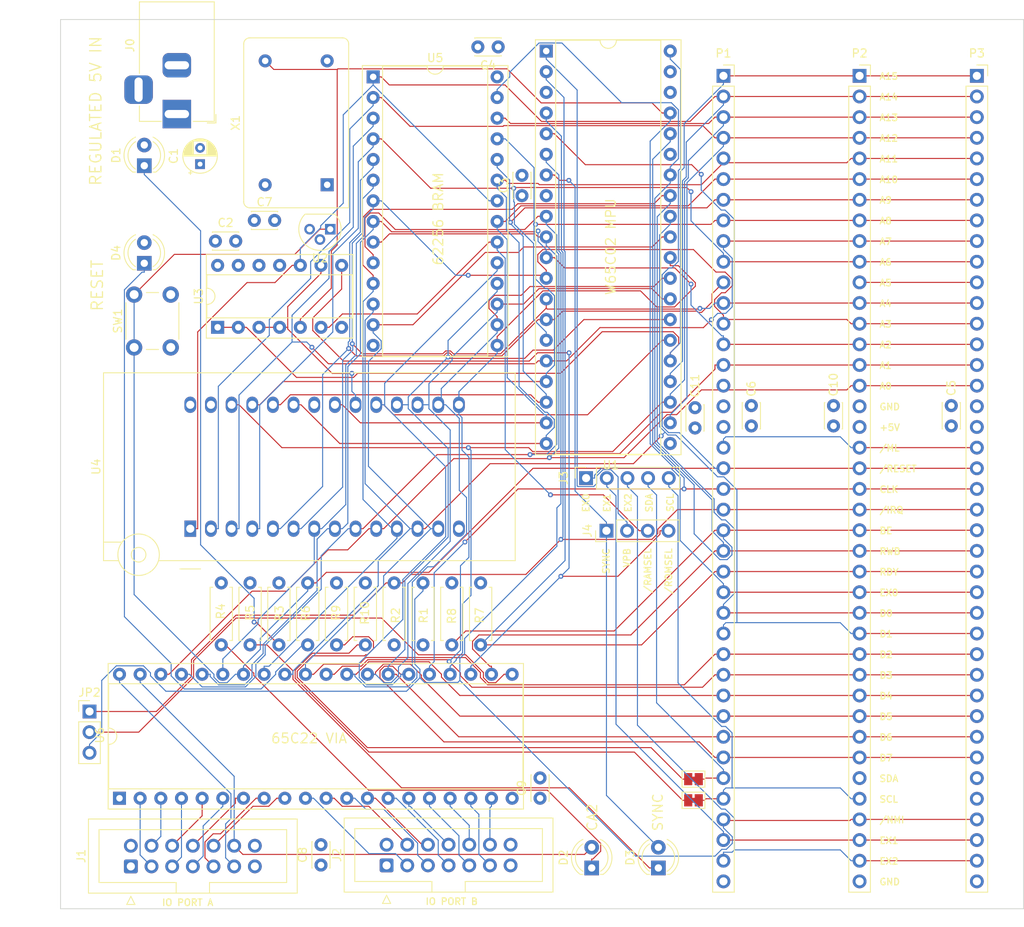
<source format=kicad_pcb>
(kicad_pcb (version 20171130) (host pcbnew "(5.1.10)-1")
  (title_block (rev 1))
  (layers (0 Front signal) (1 In1.Cu power) (2 In2.Cu power) (31 Back signal) (34 B.Paste user) (35 F.Paste user) (36 B.SilkS user) (37 F.SilkS user) (38 B.Mask user) (39 F.Mask user) (44 Edge.Cuts user))
  (net 0 "")
  (net 1 GND)
  (net 2 +5V)
  (net 3 "Net-(D1-Pad1)")
  (net 4 "Net-(D2-Pad1)")
  (net 5 Sync)
  (net 6 "Net-(D3-Pad1)")
  (net 7 ~RESET~)
  (net 8 "Net-(D4-Pad1)")
  (net 9 EX2)
  (net 10 EX1)
  (net 11 EX0)
  (net 12 Rx)
  (net 13 Tx)
  (net 14 ~IOSEL~)
  (net 15 ~RAMSEL~)
  (net 16 ~VP~)
  (net 17 ~ML~)
  (net 18 CLK)
  (net 19 ~NMI~)
  (net 20 /D7)
  (net 21 /D6)
  (net 22 /D5)
  (net 23 /D4)
  (net 24 /D3)
  (net 25 /D2)
  (net 26 /D1)
  (net 27 /D0)
  (net 28 RDY)
  (net 29 R~W~)
  (net 30 BE)
  (net 31 ~IRQ~)
  (net 32 /A15)
  (net 33 /A14)
  (net 34 /A13)
  (net 35 /A12)
  (net 36 /A11)
  (net 37 /A10)
  (net 38 /A9)
  (net 39 /A8)
  (net 40 /A7)
  (net 41 /A6)
  (net 42 /A5)
  (net 43 /A4)
  (net 44 /A3)
  (net 45 /A2)
  (net 46 /A1)
  (net 47 /A0)
  (net 48 /~ROMSEL~)
  (net 49 CA2)
  (net 50 PA3)
  (net 51 PA7)
  (net 52 CA1)
  (net 53 PA4)
  (net 54 PA0)
  (net 55 PA1)
  (net 56 PA5)
  (net 57 PA6)
  (net 58 PA2)
  (net 59 PB3)
  (net 60 PB7)
  (net 61 CB1)
  (net 62 PB4)
  (net 63 PB0)
  (net 64 PB1)
  (net 65 PB5)
  (net 66 CB2)
  (net 67 PB6)
  (net 68 PB2)
  (net 69 "Net-(JP1-Pad2)")
  (net 70 VIAIRQ)
  (net 71 "Net-(JP3-Pad2)")
  (module Capacitor_THT:C_Disc_D3.0mm_W2.0mm_P2.50mm (layer Front) (at 110.744 89.789 90)
    (fp_text reference C11 (at 5.207 0 90) (layer F.SilkS))
    (fp_text value .01uf)
    (pad 2 thru_hole circle (at 2.5 0 90) (size 1.6 1.6) (drill 0.8) (layers *.Cu *.Mask) (net 1 GND))
    (pad 1 thru_hole circle (at 0 0 90) (size 1.6 1.6) (drill 0.8) (layers *.Cu *.Mask) (net 2 +5V))
  )
  (module Capacitor_THT:C_Disc_D3.0mm_W2.0mm_P2.50mm (layer Front) (at 127.762 89.535 90)
    (fp_text reference C10 (at 5.08 0 90) (layer F.SilkS))
    (fp_text value .01uf)
    (pad 2 thru_hole circle (at 2.5 0 90) (size 1.6 1.6) (drill 0.8) (layers *.Cu *.Mask) (net 1 GND))
    (pad 1 thru_hole circle (at 0 0 90) (size 1.6 1.6) (drill 0.8) (layers *.Cu *.Mask) (net 2 +5V))
  )
  (module Connector_IDC:IDC-Header_2x07_P2.54mm_Vertical (layer Front) (at 72.8345 143.574 90)
    (fp_text reference J2 (at 1.27 -6.1 90) (layer F.SilkS))
    (fp_text value "IO Port B")
    (pad 14 thru_hole circle (at 2.54 15.24 90) (size 1.7 1.7) (drill 1) (layers *.Cu *.Mask) (net 2 +5V))
    (pad 12 thru_hole circle (at 2.54 12.7 90) (size 1.7 1.7) (drill 1) (layers *.Cu *.Mask) (net 66 CB2))
    (pad 10 thru_hole circle (at 2.54 10.16 90) (size 1.7 1.7) (drill 1) (layers *.Cu *.Mask) (net 60 PB7))
    (pad 8 thru_hole circle (at 2.54 7.62 90) (size 1.7 1.7) (drill 1) (layers *.Cu *.Mask) (net 65 PB5))
    (pad 6 thru_hole circle (at 2.54 5.08 90) (size 1.7 1.7) (drill 1) (layers *.Cu *.Mask) (net 59 PB3))
    (pad 4 thru_hole circle (at 2.54 2.54 90) (size 1.7 1.7) (drill 1) (layers *.Cu *.Mask) (net 64 PB1))
    (pad 2 thru_hole circle (at 2.54 0 90) (size 1.7 1.7) (drill 1) (layers *.Cu *.Mask) (net 1 GND))
    (pad 13 thru_hole circle (at 0 15.24 90) (size 1.7 1.7) (drill 1) (layers *.Cu *.Mask) (net 1 GND))
    (pad 11 thru_hole circle (at 0 12.7 90) (size 1.7 1.7) (drill 1) (layers *.Cu *.Mask) (net 61 CB1))
    (pad 9 thru_hole circle (at 0 10.16 90) (size 1.7 1.7) (drill 1) (layers *.Cu *.Mask) (net 67 PB6))
    (pad 7 thru_hole circle (at 0 7.62 90) (size 1.7 1.7) (drill 1) (layers *.Cu *.Mask) (net 62 PB4))
    (pad 5 thru_hole circle (at 0 5.08 90) (size 1.7 1.7) (drill 1) (layers *.Cu *.Mask) (net 68 PB2))
    (pad 3 thru_hole circle (at 0 2.54 90) (size 1.7 1.7) (drill 1) (layers *.Cu *.Mask) (net 63 PB0))
    (pad 1 thru_hole roundrect (at 0 0 90) (size 1.7 1.7) (drill 1) (layers *.Cu *.Mask) (roundrect_rratio 0.147059) (net 2 +5V))
  )
  (module Connector_IDC:IDC-Header_2x07_P2.54mm_Vertical (layer Front) (at 41.402 143.7 90)
    (fp_text reference J1 (at 1.27 -6.1 90) (layer F.SilkS))
    (fp_text value "IO Port A")
    (pad 14 thru_hole circle (at 2.54 15.24 90) (size 1.7 1.7) (drill 1) (layers *.Cu *.Mask) (net 2 +5V))
    (pad 12 thru_hole circle (at 2.54 12.7 90) (size 1.7 1.7) (drill 1) (layers *.Cu *.Mask) (net 49 CA2))
    (pad 10 thru_hole circle (at 2.54 10.16 90) (size 1.7 1.7) (drill 1) (layers *.Cu *.Mask) (net 51 PA7))
    (pad 8 thru_hole circle (at 2.54 7.62 90) (size 1.7 1.7) (drill 1) (layers *.Cu *.Mask) (net 56 PA5))
    (pad 6 thru_hole circle (at 2.54 5.08 90) (size 1.7 1.7) (drill 1) (layers *.Cu *.Mask) (net 50 PA3))
    (pad 4 thru_hole circle (at 2.54 2.54 90) (size 1.7 1.7) (drill 1) (layers *.Cu *.Mask) (net 55 PA1))
    (pad 2 thru_hole circle (at 2.54 0 90) (size 1.7 1.7) (drill 1) (layers *.Cu *.Mask) (net 1 GND))
    (pad 13 thru_hole circle (at 0 15.24 90) (size 1.7 1.7) (drill 1) (layers *.Cu *.Mask) (net 1 GND))
    (pad 11 thru_hole circle (at 0 12.7 90) (size 1.7 1.7) (drill 1) (layers *.Cu *.Mask) (net 52 CA1))
    (pad 9 thru_hole circle (at 0 10.16 90) (size 1.7 1.7) (drill 1) (layers *.Cu *.Mask) (net 57 PA6))
    (pad 7 thru_hole circle (at 0 7.62 90) (size 1.7 1.7) (drill 1) (layers *.Cu *.Mask) (net 53 PA4))
    (pad 5 thru_hole circle (at 0 5.08 90) (size 1.7 1.7) (drill 1) (layers *.Cu *.Mask) (net 58 PA2))
    (pad 3 thru_hole circle (at 0 2.54 90) (size 1.7 1.7) (drill 1) (layers *.Cu *.Mask) (net 54 PA0))
    (pad 1 thru_hole roundrect (at 0 0 90) (size 1.7 1.7) (drill 1) (layers *.Cu *.Mask) (roundrect_rratio 0.147059) (net 2 +5V))
  )
  (module Button_Switch_THT:SW_PUSH_6mm (layer Front) (at 41.8035 79.883 90)
    (fp_text reference SW1 (at 3.25 -2 90) (layer F.SilkS))
    (fp_text value Reset)
    (pad 1 thru_hole circle (at 6.5 0 180) (size 2 2) (drill 1.1) (layers *.Cu *.Mask) (net 7 ~RESET~))
    (pad 2 thru_hole circle (at 6.5 4.5 180) (size 2 2) (drill 1.1) (layers *.Cu *.Mask) (net 1 GND))
    (pad 1 thru_hole circle (at 0 0 180) (size 2 2) (drill 1.1) (layers *.Cu *.Mask) (net 7 ~RESET~))
    (pad 2 thru_hole circle (at 0 4.5 180) (size 2 2) (drill 1.1) (layers *.Cu *.Mask) (net 1 GND))
  )
  (module Resistor_THT:R_Axial_DIN0207_L6.3mm_D2.5mm_P7.62mm_Horizontal (layer Front) (at 70.2239 108.839 270)
    (fp_text reference R10 (at 3.683 0.0635 90) (layer F.SilkS))
    (fp_text value 4.7k)
    (pad 2 thru_hole oval (at 7.62 0 270) (size 1.6 1.6) (drill 0.8) (layers *.Cu *.Mask) (net 71 "Net-(JP3-Pad2)"))
    (pad 1 thru_hole circle (at 0 0 270) (size 1.6 1.6) (drill 0.8) (layers *.Cu *.Mask) (net 2 +5V))
  )
  (module Resistor_THT:R_Axial_DIN0207_L6.3mm_D2.5mm_P7.62mm_Horizontal (layer Front) (at 66.6821 108.839 270)
    (fp_text reference R9 (at 3.683 0.0635 90) (layer F.SilkS))
    (fp_text value 4.7k)
    (pad 2 thru_hole oval (at 7.62 0 270) (size 1.6 1.6) (drill 0.8) (layers *.Cu *.Mask) (net 69 "Net-(JP1-Pad2)"))
    (pad 1 thru_hole circle (at 0 0 270) (size 1.6 1.6) (drill 0.8) (layers *.Cu *.Mask) (net 2 +5V))
  )
  (module Connector_PinHeader_2.54mm:PinHeader_1x03_P2.54mm_Vertical (layer Front) (at 36.322 124.651)
    (fp_text reference JP2 (at 0 -2.33) (layer F.SilkS))
    (fp_text value "VIA IRQ Select")
    (pad 3 thru_hole oval (at 0 5.08) (size 1.7 1.7) (drill 1) (layers *.Cu *.Mask) (net 19 ~NMI~))
    (pad 2 thru_hole oval (at 0 2.54) (size 1.7 1.7) (drill 1) (layers *.Cu *.Mask) (net 70 VIAIRQ))
    (pad 1 thru_hole rect (at 0 0) (size 1.7 1.7) (drill 1) (layers *.Cu *.Mask) (net 31 ~IRQ~))
  )
  (module Jumper:SolderJumper-2_P1.3mm_Bridged_Pad1.0x1.5mm (layer Front) (at 110.554 135.572 180)
    (fp_text reference JP3 hide)
    (fp_text value "I2C Pullups")
    (fp_poly (pts (xy -0.25 -0.3) (xy 0.25 -0.3) (xy 0.25 0.3) (xy -0.25 0.3)) (layer Front) (width 0))
    (pad 2 smd rect (at 0.65 0 180) (size 1 1.5) (layers Front F.Mask) (net 71 "Net-(JP3-Pad2)"))
    (pad 1 smd rect (at -0.65 0 180) (size 1 1.5) (layers Front F.Mask) (net 12 Rx))
  )
  (module Jumper:SolderJumper-2_P1.3mm_Bridged_Pad1.0x1.5mm (layer Front) (at 110.554 132.969 180)
    (fp_text reference JP1 hide)
    (fp_text value "I2C Pullups")
    (fp_poly (pts (xy -0.25 -0.3) (xy 0.25 -0.3) (xy 0.25 0.3) (xy -0.25 0.3)) (layer Front) (width 0))
    (pad 2 smd rect (at 0.65 0 180) (size 1 1.5) (layers Front F.Mask) (net 69 "Net-(JP1-Pad2)"))
    (pad 1 smd rect (at -0.65 0 180) (size 1 1.5) (layers Front F.Mask) (net 13 Tx))
  )
  (module Connector_PinSocket_2.54mm:PinSocket_1x05_P2.54mm_Vertical (layer Front) (at 97.356 95.9485 90)
    (fp_text reference J3 (at 0 -2.77 90) (layer F.SilkS))
    (fp_text value "Unassigned Bus Signals")
    (pad 5 thru_hole oval (at 0 10.16 90) (size 1.7 1.7) (drill 1) (layers *.Cu *.Mask) (net 12 Rx))
    (pad 4 thru_hole oval (at 0 7.62 90) (size 1.7 1.7) (drill 1) (layers *.Cu *.Mask) (net 13 Tx))
    (pad 3 thru_hole oval (at 0 5.08 90) (size 1.7 1.7) (drill 1) (layers *.Cu *.Mask) (net 9 EX2))
    (pad 2 thru_hole oval (at 0 2.54 90) (size 1.7 1.7) (drill 1) (layers *.Cu *.Mask) (net 10 EX1))
    (pad 1 thru_hole rect (at 0 0 90) (size 1.7 1.7) (drill 1) (layers *.Cu *.Mask) (net 11 EX0))
  )
  (module Connector_PinHeader_2.54mm:PinHeader_1x04_P2.54mm_Vertical (layer Front) (at 99.856 102.426 90)
    (fp_text reference J4 (at 0 -2.33 90) (layer F.SilkS))
    (fp_text value "Control Signals")
    (pad 4 thru_hole oval (at 0 7.62 90) (size 1.7 1.7) (drill 1) (layers *.Cu *.Mask) (net 14 ~IOSEL~))
    (pad 3 thru_hole oval (at 0 5.08 90) (size 1.7 1.7) (drill 1) (layers *.Cu *.Mask) (net 15 ~RAMSEL~))
    (pad 2 thru_hole oval (at 0 2.54 90) (size 1.7 1.7) (drill 1) (layers *.Cu *.Mask) (net 16 ~VP~))
    (pad 1 thru_hole rect (at 0 0 90) (size 1.7 1.7) (drill 1) (layers *.Cu *.Mask) (net 5 Sync))
  )
  (module Oscillator:Oscillator_DIP-14 (layer Front) (at 65.532 59.8805 90)
    (fp_text reference X1 (at 7.62 -11.26 90) (layer F.SilkS))
    (fp_text value 1MHz)
    (pad 7 thru_hole circle (at 15.24 0 90) (size 1.6 1.6) (drill 0.8) (layers *.Cu *.Mask) (net 1 GND))
    (pad 8 thru_hole circle (at 15.24 -7.62 90) (size 1.6 1.6) (drill 0.8) (layers *.Cu *.Mask) (net 18 CLK))
    (pad 14 thru_hole circle (at 0 -7.62 90) (size 1.6 1.6) (drill 0.8) (layers *.Cu *.Mask) (net 2 +5V))
    (pad 1 thru_hole rect (at 0 0 90) (size 1.6 1.6) (drill 0.8) (layers *.Cu *.Mask))
  )
  (module Package_DIP:DIP-14_W7.62mm_Socket (layer Front) (at 52.07 77.4065 90)
    (fp_text reference U3 (at 3.81 -2.33 90) (layer F.SilkS))
    (fp_text value 74HC00)
    (pad 14 thru_hole oval (at 7.62 0 90) (size 1.6 1.6) (drill 0.8) (layers *.Cu *.Mask) (net 2 +5V))
    (pad 7 thru_hole oval (at 0 15.24 90) (size 1.6 1.6) (drill 0.8) (layers *.Cu *.Mask) (net 1 GND))
    (pad 13 thru_hole oval (at 7.62 2.54 90) (size 1.6 1.6) (drill 0.8) (layers *.Cu *.Mask) (net 1 GND))
    (pad 6 thru_hole oval (at 0 12.7 90) (size 1.6 1.6) (drill 0.8) (layers *.Cu *.Mask) (net 15 ~RAMSEL~))
    (pad 12 thru_hole oval (at 7.62 5.08 90) (size 1.6 1.6) (drill 0.8) (layers *.Cu *.Mask) (net 1 GND))
    (pad 5 thru_hole oval (at 0 10.16 90) (size 1.6 1.6) (drill 0.8) (layers *.Cu *.Mask) (net 18 CLK))
    (pad 11 thru_hole oval (at 7.62 7.62 90) (size 1.6 1.6) (drill 0.8) (layers *.Cu *.Mask))
    (pad 4 thru_hole oval (at 0 7.62 90) (size 1.6 1.6) (drill 0.8) (layers *.Cu *.Mask) (net 48 /~ROMSEL~))
    (pad 10 thru_hole oval (at 7.62 10.16 90) (size 1.6 1.6) (drill 0.8) (layers *.Cu *.Mask) (net 33 /A14))
    (pad 3 thru_hole oval (at 0 5.08 90) (size 1.6 1.6) (drill 0.8) (layers *.Cu *.Mask) (net 48 /~ROMSEL~))
    (pad 9 thru_hole oval (at 7.62 12.7 90) (size 1.6 1.6) (drill 0.8) (layers *.Cu *.Mask) (net 48 /~ROMSEL~))
    (pad 2 thru_hole oval (at 0 2.54 90) (size 1.6 1.6) (drill 0.8) (layers *.Cu *.Mask) (net 32 /A15))
    (pad 8 thru_hole oval (at 7.62 15.24 90) (size 1.6 1.6) (drill 0.8) (layers *.Cu *.Mask) (net 14 ~IOSEL~))
    (pad 1 thru_hole rect (at 0 0 90) (size 1.6 1.6) (drill 0.8) (layers *.Cu *.Mask) (net 32 /A15))
  )
  (module Package_TO_SOT_THT:TO-92 (layer Front) (at 65.913 65.3415 180)
    (fp_text reference U2 (at 1.27 -3.56) (layer F.SilkS))
    (fp_text value DS1813)
    (pad 1 thru_hole rect (at 0 0 180) (size 1.3 1.3) (drill 0.75) (layers *.Cu *.Mask) (net 7 ~RESET~))
    (pad 3 thru_hole circle (at 2.54 0 180) (size 1.3 1.3) (drill 0.75) (layers *.Cu *.Mask) (net 1 GND))
    (pad 2 thru_hole circle (at 1.27 -1.27 180) (size 1.3 1.3) (drill 0.75) (layers *.Cu *.Mask) (net 2 +5V))
  )
  (module Connector_PinSocket_2.54mm:PinSocket_1x40_P2.54mm_Vertical (layer Front) (at 145.381 46.482)
    (fp_text reference P3 (at 0 -2.77) (layer F.SilkS))
    (fp_text value "BE6502X Bus")
    (pad 40 thru_hole oval (at 0 99.06) (size 1.7 1.7) (drill 1) (layers *.Cu *.Mask) (net 1 GND))
    (pad 39 thru_hole oval (at 0 96.52) (size 1.7 1.7) (drill 1) (layers *.Cu *.Mask) (net 9 EX2))
    (pad 38 thru_hole oval (at 0 93.98) (size 1.7 1.7) (drill 1) (layers *.Cu *.Mask) (net 10 EX1))
    (pad 37 thru_hole oval (at 0 91.44) (size 1.7 1.7) (drill 1) (layers *.Cu *.Mask) (net 19 ~NMI~))
    (pad 36 thru_hole oval (at 0 88.9) (size 1.7 1.7) (drill 1) (layers *.Cu *.Mask) (net 12 Rx))
    (pad 35 thru_hole oval (at 0 86.36) (size 1.7 1.7) (drill 1) (layers *.Cu *.Mask) (net 13 Tx))
    (pad 34 thru_hole oval (at 0 83.82) (size 1.7 1.7) (drill 1) (layers *.Cu *.Mask) (net 20 /D7))
    (pad 33 thru_hole oval (at 0 81.28) (size 1.7 1.7) (drill 1) (layers *.Cu *.Mask) (net 21 /D6))
    (pad 32 thru_hole oval (at 0 78.74) (size 1.7 1.7) (drill 1) (layers *.Cu *.Mask) (net 22 /D5))
    (pad 31 thru_hole oval (at 0 76.2) (size 1.7 1.7) (drill 1) (layers *.Cu *.Mask) (net 23 /D4))
    (pad 30 thru_hole oval (at 0 73.66) (size 1.7 1.7) (drill 1) (layers *.Cu *.Mask) (net 24 /D3))
    (pad 29 thru_hole oval (at 0 71.12) (size 1.7 1.7) (drill 1) (layers *.Cu *.Mask) (net 25 /D2))
    (pad 28 thru_hole oval (at 0 68.58) (size 1.7 1.7) (drill 1) (layers *.Cu *.Mask) (net 26 /D1))
    (pad 27 thru_hole oval (at 0 66.04) (size 1.7 1.7) (drill 1) (layers *.Cu *.Mask) (net 27 /D0))
    (pad 26 thru_hole oval (at 0 63.5) (size 1.7 1.7) (drill 1) (layers *.Cu *.Mask) (net 11 EX0))
    (pad 25 thru_hole oval (at 0 60.96) (size 1.7 1.7) (drill 1) (layers *.Cu *.Mask) (net 28 RDY))
    (pad 24 thru_hole oval (at 0 58.42) (size 1.7 1.7) (drill 1) (layers *.Cu *.Mask) (net 29 R~W~))
    (pad 23 thru_hole oval (at 0 55.88) (size 1.7 1.7) (drill 1) (layers *.Cu *.Mask) (net 30 BE))
    (pad 22 thru_hole oval (at 0 53.34) (size 1.7 1.7) (drill 1) (layers *.Cu *.Mask) (net 31 ~IRQ~))
    (pad 21 thru_hole oval (at 0 50.8) (size 1.7 1.7) (drill 1) (layers *.Cu *.Mask) (net 18 CLK))
    (pad 20 thru_hole oval (at 0 48.26) (size 1.7 1.7) (drill 1) (layers *.Cu *.Mask) (net 7 ~RESET~))
    (pad 19 thru_hole oval (at 0 45.72) (size 1.7 1.7) (drill 1) (layers *.Cu *.Mask) (net 17 ~ML~))
    (pad 18 thru_hole oval (at 0 43.18) (size 1.7 1.7) (drill 1) (layers *.Cu *.Mask) (net 2 +5V))
    (pad 17 thru_hole oval (at 0 40.64) (size 1.7 1.7) (drill 1) (layers *.Cu *.Mask) (net 1 GND))
    (pad 16 thru_hole oval (at 0 38.1) (size 1.7 1.7) (drill 1) (layers *.Cu *.Mask) (net 47 /A0))
    (pad 15 thru_hole oval (at 0 35.56) (size 1.7 1.7) (drill 1) (layers *.Cu *.Mask) (net 46 /A1))
    (pad 14 thru_hole oval (at 0 33.02) (size 1.7 1.7) (drill 1) (layers *.Cu *.Mask) (net 45 /A2))
    (pad 13 thru_hole oval (at 0 30.48) (size 1.7 1.7) (drill 1) (layers *.Cu *.Mask) (net 44 /A3))
    (pad 12 thru_hole oval (at 0 27.94) (size 1.7 1.7) (drill 1) (layers *.Cu *.Mask) (net 43 /A4))
    (pad 11 thru_hole oval (at 0 25.4) (size 1.7 1.7) (drill 1) (layers *.Cu *.Mask) (net 42 /A5))
    (pad 10 thru_hole oval (at 0 22.86) (size 1.7 1.7) (drill 1) (layers *.Cu *.Mask) (net 41 /A6))
    (pad 9 thru_hole oval (at 0 20.32) (size 1.7 1.7) (drill 1) (layers *.Cu *.Mask) (net 40 /A7))
    (pad 8 thru_hole oval (at 0 17.78) (size 1.7 1.7) (drill 1) (layers *.Cu *.Mask) (net 39 /A8))
    (pad 7 thru_hole oval (at 0 15.24) (size 1.7 1.7) (drill 1) (layers *.Cu *.Mask) (net 38 /A9))
    (pad 6 thru_hole oval (at 0 12.7) (size 1.7 1.7) (drill 1) (layers *.Cu *.Mask) (net 37 /A10))
    (pad 5 thru_hole oval (at 0 10.16) (size 1.7 1.7) (drill 1) (layers *.Cu *.Mask) (net 36 /A11))
    (pad 4 thru_hole oval (at 0 7.62) (size 1.7 1.7) (drill 1) (layers *.Cu *.Mask) (net 35 /A12))
    (pad 3 thru_hole oval (at 0 5.08) (size 1.7 1.7) (drill 1) (layers *.Cu *.Mask) (net 34 /A13))
    (pad 2 thru_hole oval (at 0 2.54) (size 1.7 1.7) (drill 1) (layers *.Cu *.Mask) (net 33 /A14))
    (pad 1 thru_hole rect (at 0 0) (size 1.7 1.7) (drill 1) (layers *.Cu *.Mask) (net 32 /A15))
  )
  (module Connector_PinSocket_2.54mm:PinSocket_1x40_P2.54mm_Vertical (layer Front) (at 130.968 46.482)
    (fp_text reference P2 (at 0 -2.77) (layer F.SilkS))
    (fp_text value "BE6502X Bus")
    (pad 40 thru_hole oval (at 0 99.06) (size 1.7 1.7) (drill 1) (layers *.Cu *.Mask) (net 1 GND))
    (pad 39 thru_hole oval (at 0 96.52) (size 1.7 1.7) (drill 1) (layers *.Cu *.Mask) (net 9 EX2))
    (pad 38 thru_hole oval (at 0 93.98) (size 1.7 1.7) (drill 1) (layers *.Cu *.Mask) (net 10 EX1))
    (pad 37 thru_hole oval (at 0 91.44) (size 1.7 1.7) (drill 1) (layers *.Cu *.Mask) (net 19 ~NMI~))
    (pad 36 thru_hole oval (at 0 88.9) (size 1.7 1.7) (drill 1) (layers *.Cu *.Mask) (net 12 Rx))
    (pad 35 thru_hole oval (at 0 86.36) (size 1.7 1.7) (drill 1) (layers *.Cu *.Mask) (net 13 Tx))
    (pad 34 thru_hole oval (at 0 83.82) (size 1.7 1.7) (drill 1) (layers *.Cu *.Mask) (net 20 /D7))
    (pad 33 thru_hole oval (at 0 81.28) (size 1.7 1.7) (drill 1) (layers *.Cu *.Mask) (net 21 /D6))
    (pad 32 thru_hole oval (at 0 78.74) (size 1.7 1.7) (drill 1) (layers *.Cu *.Mask) (net 22 /D5))
    (pad 31 thru_hole oval (at 0 76.2) (size 1.7 1.7) (drill 1) (layers *.Cu *.Mask) (net 23 /D4))
    (pad 30 thru_hole oval (at 0 73.66) (size 1.7 1.7) (drill 1) (layers *.Cu *.Mask) (net 24 /D3))
    (pad 29 thru_hole oval (at 0 71.12) (size 1.7 1.7) (drill 1) (layers *.Cu *.Mask) (net 25 /D2))
    (pad 28 thru_hole oval (at 0 68.58) (size 1.7 1.7) (drill 1) (layers *.Cu *.Mask) (net 26 /D1))
    (pad 27 thru_hole oval (at 0 66.04) (size 1.7 1.7) (drill 1) (layers *.Cu *.Mask) (net 27 /D0))
    (pad 26 thru_hole oval (at 0 63.5) (size 1.7 1.7) (drill 1) (layers *.Cu *.Mask) (net 11 EX0))
    (pad 25 thru_hole oval (at 0 60.96) (size 1.7 1.7) (drill 1) (layers *.Cu *.Mask) (net 28 RDY))
    (pad 24 thru_hole oval (at 0 58.42) (size 1.7 1.7) (drill 1) (layers *.Cu *.Mask) (net 29 R~W~))
    (pad 23 thru_hole oval (at 0 55.88) (size 1.7 1.7) (drill 1) (layers *.Cu *.Mask) (net 30 BE))
    (pad 22 thru_hole oval (at 0 53.34) (size 1.7 1.7) (drill 1) (layers *.Cu *.Mask) (net 31 ~IRQ~))
    (pad 21 thru_hole oval (at 0 50.8) (size 1.7 1.7) (drill 1) (layers *.Cu *.Mask) (net 18 CLK))
    (pad 20 thru_hole oval (at 0 48.26) (size 1.7 1.7) (drill 1) (layers *.Cu *.Mask) (net 7 ~RESET~))
    (pad 19 thru_hole oval (at 0 45.72) (size 1.7 1.7) (drill 1) (layers *.Cu *.Mask) (net 17 ~ML~))
    (pad 18 thru_hole oval (at 0 43.18) (size 1.7 1.7) (drill 1) (layers *.Cu *.Mask) (net 2 +5V))
    (pad 17 thru_hole oval (at 0 40.64) (size 1.7 1.7) (drill 1) (layers *.Cu *.Mask) (net 1 GND))
    (pad 16 thru_hole oval (at 0 38.1) (size 1.7 1.7) (drill 1) (layers *.Cu *.Mask) (net 47 /A0))
    (pad 15 thru_hole oval (at 0 35.56) (size 1.7 1.7) (drill 1) (layers *.Cu *.Mask) (net 46 /A1))
    (pad 14 thru_hole oval (at 0 33.02) (size 1.7 1.7) (drill 1) (layers *.Cu *.Mask) (net 45 /A2))
    (pad 13 thru_hole oval (at 0 30.48) (size 1.7 1.7) (drill 1) (layers *.Cu *.Mask) (net 44 /A3))
    (pad 12 thru_hole oval (at 0 27.94) (size 1.7 1.7) (drill 1) (layers *.Cu *.Mask) (net 43 /A4))
    (pad 11 thru_hole oval (at 0 25.4) (size 1.7 1.7) (drill 1) (layers *.Cu *.Mask) (net 42 /A5))
    (pad 10 thru_hole oval (at 0 22.86) (size 1.7 1.7) (drill 1) (layers *.Cu *.Mask) (net 41 /A6))
    (pad 9 thru_hole oval (at 0 20.32) (size 1.7 1.7) (drill 1) (layers *.Cu *.Mask) (net 40 /A7))
    (pad 8 thru_hole oval (at 0 17.78) (size 1.7 1.7) (drill 1) (layers *.Cu *.Mask) (net 39 /A8))
    (pad 7 thru_hole oval (at 0 15.24) (size 1.7 1.7) (drill 1) (layers *.Cu *.Mask) (net 38 /A9))
    (pad 6 thru_hole oval (at 0 12.7) (size 1.7 1.7) (drill 1) (layers *.Cu *.Mask) (net 37 /A10))
    (pad 5 thru_hole oval (at 0 10.16) (size 1.7 1.7) (drill 1) (layers *.Cu *.Mask) (net 36 /A11))
    (pad 4 thru_hole oval (at 0 7.62) (size 1.7 1.7) (drill 1) (layers *.Cu *.Mask) (net 35 /A12))
    (pad 3 thru_hole oval (at 0 5.08) (size 1.7 1.7) (drill 1) (layers *.Cu *.Mask) (net 34 /A13))
    (pad 2 thru_hole oval (at 0 2.54) (size 1.7 1.7) (drill 1) (layers *.Cu *.Mask) (net 33 /A14))
    (pad 1 thru_hole rect (at 0 0) (size 1.7 1.7) (drill 1) (layers *.Cu *.Mask) (net 32 /A15))
  )
  (module Package_DIP:DIP-40_W15.24mm_Socket (layer Front) (at 40.005 135.319 90)
    (fp_text reference U6 (at 7.747 -2.413 90) (layer F.SilkS))
    (fp_text value W65C22SxP)
    (pad 40 thru_hole oval (at 15.24 0 90) (size 1.6 1.6) (drill 0.8) (layers *.Cu *.Mask) (net 52 CA1))
    (pad 20 thru_hole oval (at 0 48.26 90) (size 1.6 1.6) (drill 0.8) (layers *.Cu *.Mask) (net 2 +5V))
    (pad 39 thru_hole oval (at 15.24 2.54 90) (size 1.6 1.6) (drill 0.8) (layers *.Cu *.Mask) (net 49 CA2))
    (pad 19 thru_hole oval (at 0 45.72 90) (size 1.6 1.6) (drill 0.8) (layers *.Cu *.Mask) (net 66 CB2))
    (pad 38 thru_hole oval (at 15.24 5.08 90) (size 1.6 1.6) (drill 0.8) (layers *.Cu *.Mask) (net 47 /A0))
    (pad 18 thru_hole oval (at 0 43.18 90) (size 1.6 1.6) (drill 0.8) (layers *.Cu *.Mask) (net 61 CB1))
    (pad 37 thru_hole oval (at 15.24 7.62 90) (size 1.6 1.6) (drill 0.8) (layers *.Cu *.Mask) (net 46 /A1))
    (pad 17 thru_hole oval (at 0 40.64 90) (size 1.6 1.6) (drill 0.8) (layers *.Cu *.Mask) (net 60 PB7))
    (pad 36 thru_hole oval (at 15.24 10.16 90) (size 1.6 1.6) (drill 0.8) (layers *.Cu *.Mask) (net 45 /A2))
    (pad 16 thru_hole oval (at 0 38.1 90) (size 1.6 1.6) (drill 0.8) (layers *.Cu *.Mask) (net 67 PB6))
    (pad 35 thru_hole oval (at 15.24 12.7 90) (size 1.6 1.6) (drill 0.8) (layers *.Cu *.Mask) (net 44 /A3))
    (pad 15 thru_hole oval (at 0 35.56 90) (size 1.6 1.6) (drill 0.8) (layers *.Cu *.Mask) (net 65 PB5))
    (pad 34 thru_hole oval (at 15.24 15.24 90) (size 1.6 1.6) (drill 0.8) (layers *.Cu *.Mask) (net 7 ~RESET~))
    (pad 14 thru_hole oval (at 0 33.02 90) (size 1.6 1.6) (drill 0.8) (layers *.Cu *.Mask) (net 62 PB4))
    (pad 33 thru_hole oval (at 15.24 17.78 90) (size 1.6 1.6) (drill 0.8) (layers *.Cu *.Mask) (net 27 /D0))
    (pad 13 thru_hole oval (at 0 30.48 90) (size 1.6 1.6) (drill 0.8) (layers *.Cu *.Mask) (net 59 PB3))
    (pad 32 thru_hole oval (at 15.24 20.32 90) (size 1.6 1.6) (drill 0.8) (layers *.Cu *.Mask) (net 26 /D1))
    (pad 12 thru_hole oval (at 0 27.94 90) (size 1.6 1.6) (drill 0.8) (layers *.Cu *.Mask) (net 68 PB2))
    (pad 31 thru_hole oval (at 15.24 22.86 90) (size 1.6 1.6) (drill 0.8) (layers *.Cu *.Mask) (net 25 /D2))
    (pad 11 thru_hole oval (at 0 25.4 90) (size 1.6 1.6) (drill 0.8) (layers *.Cu *.Mask) (net 64 PB1))
    (pad 30 thru_hole oval (at 15.24 25.4 90) (size 1.6 1.6) (drill 0.8) (layers *.Cu *.Mask) (net 24 /D3))
    (pad 10 thru_hole oval (at 0 22.86 90) (size 1.6 1.6) (drill 0.8) (layers *.Cu *.Mask) (net 63 PB0))
    (pad 29 thru_hole oval (at 15.24 27.94 90) (size 1.6 1.6) (drill 0.8) (layers *.Cu *.Mask) (net 23 /D4))
    (pad 9 thru_hole oval (at 0 20.32 90) (size 1.6 1.6) (drill 0.8) (layers *.Cu *.Mask) (net 51 PA7))
    (pad 28 thru_hole oval (at 15.24 30.48 90) (size 1.6 1.6) (drill 0.8) (layers *.Cu *.Mask) (net 22 /D5))
    (pad 8 thru_hole oval (at 0 17.78 90) (size 1.6 1.6) (drill 0.8) (layers *.Cu *.Mask) (net 57 PA6))
    (pad 27 thru_hole oval (at 15.24 33.02 90) (size 1.6 1.6) (drill 0.8) (layers *.Cu *.Mask) (net 21 /D6))
    (pad 7 thru_hole oval (at 0 15.24 90) (size 1.6 1.6) (drill 0.8) (layers *.Cu *.Mask) (net 56 PA5))
    (pad 26 thru_hole oval (at 15.24 35.56 90) (size 1.6 1.6) (drill 0.8) (layers *.Cu *.Mask) (net 20 /D7))
    (pad 6 thru_hole oval (at 0 12.7 90) (size 1.6 1.6) (drill 0.8) (layers *.Cu *.Mask) (net 53 PA4))
    (pad 25 thru_hole oval (at 15.24 38.1 90) (size 1.6 1.6) (drill 0.8) (layers *.Cu *.Mask) (net 18 CLK))
    (pad 5 thru_hole oval (at 0 10.16 90) (size 1.6 1.6) (drill 0.8) (layers *.Cu *.Mask) (net 50 PA3))
    (pad 24 thru_hole oval (at 15.24 40.64 90) (size 1.6 1.6) (drill 0.8) (layers *.Cu *.Mask) (net 34 /A13))
    (pad 4 thru_hole oval (at 0 7.62 90) (size 1.6 1.6) (drill 0.8) (layers *.Cu *.Mask) (net 58 PA2))
    (pad 23 thru_hole oval (at 15.24 43.18 90) (size 1.6 1.6) (drill 0.8) (layers *.Cu *.Mask) (net 14 ~IOSEL~))
    (pad 3 thru_hole oval (at 0 5.08 90) (size 1.6 1.6) (drill 0.8) (layers *.Cu *.Mask) (net 55 PA1))
    (pad 22 thru_hole oval (at 15.24 45.72 90) (size 1.6 1.6) (drill 0.8) (layers *.Cu *.Mask) (net 29 R~W~))
    (pad 2 thru_hole oval (at 0 2.54 90) (size 1.6 1.6) (drill 0.8) (layers *.Cu *.Mask) (net 54 PA0))
    (pad 21 thru_hole oval (at 15.24 48.26 90) (size 1.6 1.6) (drill 0.8) (layers *.Cu *.Mask) (net 70 VIAIRQ))
    (pad 1 thru_hole rect (at 0 0 90) (size 1.6 1.6) (drill 0.8) (layers *.Cu *.Mask) (net 1 GND))
  )
  (module Package_DIP:DIP-28_W15.24mm_Socket (layer Front) (at 71.1835 46.609)
    (fp_text reference U5 (at 7.62 -2.33) (layer F.SilkS))
    (fp_text value KM62256CLP)
    (pad 28 thru_hole oval (at 15.24 0) (size 1.6 1.6) (drill 0.8) (layers *.Cu *.Mask) (net 2 +5V))
    (pad 14 thru_hole oval (at 0 33.02) (size 1.6 1.6) (drill 0.8) (layers *.Cu *.Mask) (net 1 GND))
    (pad 27 thru_hole oval (at 15.24 2.54) (size 1.6 1.6) (drill 0.8) (layers *.Cu *.Mask) (net 29 R~W~))
    (pad 13 thru_hole oval (at 0 30.48) (size 1.6 1.6) (drill 0.8) (layers *.Cu *.Mask) (net 25 /D2))
    (pad 26 thru_hole oval (at 15.24 5.08) (size 1.6 1.6) (drill 0.8) (layers *.Cu *.Mask) (net 34 /A13))
    (pad 12 thru_hole oval (at 0 27.94) (size 1.6 1.6) (drill 0.8) (layers *.Cu *.Mask) (net 26 /D1))
    (pad 25 thru_hole oval (at 15.24 7.62) (size 1.6 1.6) (drill 0.8) (layers *.Cu *.Mask) (net 39 /A8))
    (pad 11 thru_hole oval (at 0 25.4) (size 1.6 1.6) (drill 0.8) (layers *.Cu *.Mask) (net 27 /D0))
    (pad 24 thru_hole oval (at 15.24 10.16) (size 1.6 1.6) (drill 0.8) (layers *.Cu *.Mask) (net 38 /A9))
    (pad 10 thru_hole oval (at 0 22.86) (size 1.6 1.6) (drill 0.8) (layers *.Cu *.Mask) (net 47 /A0))
    (pad 23 thru_hole oval (at 15.24 12.7) (size 1.6 1.6) (drill 0.8) (layers *.Cu *.Mask) (net 36 /A11))
    (pad 9 thru_hole oval (at 0 20.32) (size 1.6 1.6) (drill 0.8) (layers *.Cu *.Mask) (net 46 /A1))
    (pad 22 thru_hole oval (at 15.24 15.24) (size 1.6 1.6) (drill 0.8) (layers *.Cu *.Mask) (net 33 /A14))
    (pad 8 thru_hole oval (at 0 17.78) (size 1.6 1.6) (drill 0.8) (layers *.Cu *.Mask) (net 45 /A2))
    (pad 21 thru_hole oval (at 15.24 17.78) (size 1.6 1.6) (drill 0.8) (layers *.Cu *.Mask) (net 37 /A10))
    (pad 7 thru_hole oval (at 0 15.24) (size 1.6 1.6) (drill 0.8) (layers *.Cu *.Mask) (net 44 /A3))
    (pad 20 thru_hole oval (at 15.24 20.32) (size 1.6 1.6) (drill 0.8) (layers *.Cu *.Mask) (net 15 ~RAMSEL~))
    (pad 6 thru_hole oval (at 0 12.7) (size 1.6 1.6) (drill 0.8) (layers *.Cu *.Mask) (net 43 /A4))
    (pad 19 thru_hole oval (at 15.24 22.86) (size 1.6 1.6) (drill 0.8) (layers *.Cu *.Mask) (net 20 /D7))
    (pad 5 thru_hole oval (at 0 10.16) (size 1.6 1.6) (drill 0.8) (layers *.Cu *.Mask) (net 42 /A5))
    (pad 18 thru_hole oval (at 15.24 25.4) (size 1.6 1.6) (drill 0.8) (layers *.Cu *.Mask) (net 21 /D6))
    (pad 4 thru_hole oval (at 0 7.62) (size 1.6 1.6) (drill 0.8) (layers *.Cu *.Mask) (net 41 /A6))
    (pad 17 thru_hole oval (at 15.24 27.94) (size 1.6 1.6) (drill 0.8) (layers *.Cu *.Mask) (net 22 /D5))
    (pad 3 thru_hole oval (at 0 5.08) (size 1.6 1.6) (drill 0.8) (layers *.Cu *.Mask) (net 40 /A7))
    (pad 16 thru_hole oval (at 15.24 30.48) (size 1.6 1.6) (drill 0.8) (layers *.Cu *.Mask) (net 23 /D4))
    (pad 2 thru_hole oval (at 0 2.54) (size 1.6 1.6) (drill 0.8) (layers *.Cu *.Mask) (net 35 /A12))
    (pad 15 thru_hole oval (at 15.24 33.02) (size 1.6 1.6) (drill 0.8) (layers *.Cu *.Mask) (net 24 /D3))
    (pad 1 thru_hole rect (at 0 0) (size 1.6 1.6) (drill 0.8) (layers *.Cu *.Mask) (net 33 /A14))
  )
  (module Socket:DIP_Socket-28_W11.9_W12.7_W15.24_W17.78_W18.5_3M_228-1277-00-0602J (layer Front) (at 48.7045 102.172 90)
    (fp_text reference U4 (at 7.62 -11.56 90) (layer F.SilkS))
    (fp_text value 28C256)
    (pad 15 thru_hole oval (at 15.24 33.02 90) (size 2 1.44) (drill 1) (layers *.Cu *.Mask) (net 24 /D3))
    (pad 14 thru_hole oval (at 0 33.02 90) (size 2 1.44) (drill 1) (layers *.Cu *.Mask) (net 1 GND))
    (pad 16 thru_hole oval (at 15.24 30.48 90) (size 2 1.44) (drill 1) (layers *.Cu *.Mask) (net 23 /D4))
    (pad 13 thru_hole oval (at 0 30.48 90) (size 2 1.44) (drill 1) (layers *.Cu *.Mask) (net 25 /D2))
    (pad 17 thru_hole oval (at 15.24 27.94 90) (size 2 1.44) (drill 1) (layers *.Cu *.Mask) (net 22 /D5))
    (pad 12 thru_hole oval (at 0 27.94 90) (size 2 1.44) (drill 1) (layers *.Cu *.Mask) (net 26 /D1))
    (pad 18 thru_hole oval (at 15.24 25.4 90) (size 2 1.44) (drill 1) (layers *.Cu *.Mask) (net 21 /D6))
    (pad 11 thru_hole oval (at 0 25.4 90) (size 2 1.44) (drill 1) (layers *.Cu *.Mask) (net 27 /D0))
    (pad 19 thru_hole oval (at 15.24 22.86 90) (size 2 1.44) (drill 1) (layers *.Cu *.Mask) (net 20 /D7))
    (pad 10 thru_hole oval (at 0 22.86 90) (size 2 1.44) (drill 1) (layers *.Cu *.Mask) (net 47 /A0))
    (pad 20 thru_hole oval (at 15.24 20.32 90) (size 2 1.44) (drill 1) (layers *.Cu *.Mask) (net 48 /~ROMSEL~))
    (pad 9 thru_hole oval (at 0 20.32 90) (size 2 1.44) (drill 1) (layers *.Cu *.Mask) (net 46 /A1))
    (pad 21 thru_hole oval (at 15.24 17.78 90) (size 2 1.44) (drill 1) (layers *.Cu *.Mask) (net 37 /A10))
    (pad 8 thru_hole oval (at 0 17.78 90) (size 2 1.44) (drill 1) (layers *.Cu *.Mask) (net 45 /A2))
    (pad 22 thru_hole oval (at 15.24 15.24 90) (size 2 1.44) (drill 1) (layers *.Cu *.Mask) (net 1 GND))
    (pad 7 thru_hole oval (at 0 15.24 90) (size 2 1.44) (drill 1) (layers *.Cu *.Mask) (net 44 /A3))
    (pad 23 thru_hole oval (at 15.24 12.7 90) (size 2 1.44) (drill 1) (layers *.Cu *.Mask) (net 36 /A11))
    (pad 6 thru_hole oval (at 0 12.7 90) (size 2 1.44) (drill 1) (layers *.Cu *.Mask) (net 43 /A4))
    (pad 24 thru_hole oval (at 15.24 10.16 90) (size 2 1.44) (drill 1) (layers *.Cu *.Mask) (net 38 /A9))
    (pad 5 thru_hole oval (at 0 10.16 90) (size 2 1.44) (drill 1) (layers *.Cu *.Mask) (net 42 /A5))
    (pad 25 thru_hole oval (at 15.24 7.62 90) (size 2 1.44) (drill 1) (layers *.Cu *.Mask) (net 39 /A8))
    (pad 4 thru_hole oval (at 0 7.62 90) (size 2 1.44) (drill 1) (layers *.Cu *.Mask) (net 41 /A6))
    (pad 26 thru_hole oval (at 15.24 5.08 90) (size 2 1.44) (drill 1) (layers *.Cu *.Mask) (net 34 /A13))
    (pad 3 thru_hole oval (at 0 5.08 90) (size 2 1.44) (drill 1) (layers *.Cu *.Mask) (net 40 /A7))
    (pad 27 thru_hole oval (at 15.24 2.54 90) (size 2 1.44) (drill 1) (layers *.Cu *.Mask) (net 2 +5V))
    (pad 2 thru_hole oval (at 0 2.54 90) (size 2 1.44) (drill 1) (layers *.Cu *.Mask) (net 35 /A12))
    (pad 28 thru_hole oval (at 15.24 0 90) (size 2 1.44) (drill 1) (layers *.Cu *.Mask) (net 2 +5V))
    (pad 1 thru_hole rect (at 0 0 90) (size 2 1.44) (drill 1) (layers *.Cu *.Mask) (net 33 /A14))
  )
  (module Package_DIP:DIP-40_W15.24mm_Socket (layer Front) (at 92.456 43.434)
    (fp_text reference U1 (at 7.9375 50.927) (layer F.SilkS))
    (fp_text value W65C02SxP)
    (pad 40 thru_hole oval (at 15.24 0) (size 1.6 1.6) (drill 0.8) (layers *.Cu *.Mask) (net 7 ~RESET~))
    (pad 20 thru_hole oval (at 0 48.26) (size 1.6 1.6) (drill 0.8) (layers *.Cu *.Mask) (net 36 /A11))
    (pad 39 thru_hole oval (at 15.24 2.54) (size 1.6 1.6) (drill 0.8) (layers *.Cu *.Mask))
    (pad 19 thru_hole oval (at 0 45.72) (size 1.6 1.6) (drill 0.8) (layers *.Cu *.Mask) (net 37 /A10))
    (pad 38 thru_hole oval (at 15.24 5.08) (size 1.6 1.6) (drill 0.8) (layers *.Cu *.Mask) (net 2 +5V))
    (pad 18 thru_hole oval (at 0 43.18) (size 1.6 1.6) (drill 0.8) (layers *.Cu *.Mask) (net 38 /A9))
    (pad 37 thru_hole oval (at 15.24 7.62) (size 1.6 1.6) (drill 0.8) (layers *.Cu *.Mask) (net 18 CLK))
    (pad 17 thru_hole oval (at 0 40.64) (size 1.6 1.6) (drill 0.8) (layers *.Cu *.Mask) (net 39 /A8))
    (pad 36 thru_hole oval (at 15.24 10.16) (size 1.6 1.6) (drill 0.8) (layers *.Cu *.Mask) (net 30 BE))
    (pad 16 thru_hole oval (at 0 38.1) (size 1.6 1.6) (drill 0.8) (layers *.Cu *.Mask) (net 40 /A7))
    (pad 35 thru_hole oval (at 15.24 12.7) (size 1.6 1.6) (drill 0.8) (layers *.Cu *.Mask))
    (pad 15 thru_hole oval (at 0 35.56) (size 1.6 1.6) (drill 0.8) (layers *.Cu *.Mask) (net 41 /A6))
    (pad 34 thru_hole oval (at 15.24 15.24) (size 1.6 1.6) (drill 0.8) (layers *.Cu *.Mask) (net 29 R~W~))
    (pad 14 thru_hole oval (at 0 33.02) (size 1.6 1.6) (drill 0.8) (layers *.Cu *.Mask) (net 42 /A5))
    (pad 33 thru_hole oval (at 15.24 17.78) (size 1.6 1.6) (drill 0.8) (layers *.Cu *.Mask) (net 27 /D0))
    (pad 13 thru_hole oval (at 0 30.48) (size 1.6 1.6) (drill 0.8) (layers *.Cu *.Mask) (net 43 /A4))
    (pad 32 thru_hole oval (at 15.24 20.32) (size 1.6 1.6) (drill 0.8) (layers *.Cu *.Mask) (net 26 /D1))
    (pad 12 thru_hole oval (at 0 27.94) (size 1.6 1.6) (drill 0.8) (layers *.Cu *.Mask) (net 44 /A3))
    (pad 31 thru_hole oval (at 15.24 22.86) (size 1.6 1.6) (drill 0.8) (layers *.Cu *.Mask) (net 25 /D2))
    (pad 11 thru_hole oval (at 0 25.4) (size 1.6 1.6) (drill 0.8) (layers *.Cu *.Mask) (net 45 /A2))
    (pad 30 thru_hole oval (at 15.24 25.4) (size 1.6 1.6) (drill 0.8) (layers *.Cu *.Mask) (net 24 /D3))
    (pad 10 thru_hole oval (at 0 22.86) (size 1.6 1.6) (drill 0.8) (layers *.Cu *.Mask) (net 46 /A1))
    (pad 29 thru_hole oval (at 15.24 27.94) (size 1.6 1.6) (drill 0.8) (layers *.Cu *.Mask) (net 23 /D4))
    (pad 9 thru_hole oval (at 0 20.32) (size 1.6 1.6) (drill 0.8) (layers *.Cu *.Mask) (net 47 /A0))
    (pad 28 thru_hole oval (at 15.24 30.48) (size 1.6 1.6) (drill 0.8) (layers *.Cu *.Mask) (net 22 /D5))
    (pad 8 thru_hole oval (at 0 17.78) (size 1.6 1.6) (drill 0.8) (layers *.Cu *.Mask) (net 2 +5V))
    (pad 27 thru_hole oval (at 15.24 33.02) (size 1.6 1.6) (drill 0.8) (layers *.Cu *.Mask) (net 21 /D6))
    (pad 7 thru_hole oval (at 0 15.24) (size 1.6 1.6) (drill 0.8) (layers *.Cu *.Mask) (net 5 Sync))
    (pad 26 thru_hole oval (at 15.24 35.56) (size 1.6 1.6) (drill 0.8) (layers *.Cu *.Mask) (net 20 /D7))
    (pad 6 thru_hole oval (at 0 12.7) (size 1.6 1.6) (drill 0.8) (layers *.Cu *.Mask) (net 19 ~NMI~))
    (pad 25 thru_hole oval (at 15.24 38.1) (size 1.6 1.6) (drill 0.8) (layers *.Cu *.Mask) (net 32 /A15))
    (pad 5 thru_hole oval (at 0 10.16) (size 1.6 1.6) (drill 0.8) (layers *.Cu *.Mask) (net 17 ~ML~))
    (pad 24 thru_hole oval (at 15.24 40.64) (size 1.6 1.6) (drill 0.8) (layers *.Cu *.Mask) (net 33 /A14))
    (pad 4 thru_hole oval (at 0 7.62) (size 1.6 1.6) (drill 0.8) (layers *.Cu *.Mask) (net 31 ~IRQ~))
    (pad 23 thru_hole oval (at 15.24 43.18) (size 1.6 1.6) (drill 0.8) (layers *.Cu *.Mask) (net 34 /A13))
    (pad 3 thru_hole oval (at 0 5.08) (size 1.6 1.6) (drill 0.8) (layers *.Cu *.Mask))
    (pad 22 thru_hole oval (at 15.24 45.72) (size 1.6 1.6) (drill 0.8) (layers *.Cu *.Mask) (net 35 /A12))
    (pad 2 thru_hole oval (at 0 2.54) (size 1.6 1.6) (drill 0.8) (layers *.Cu *.Mask) (net 28 RDY))
    (pad 21 thru_hole oval (at 15.24 48.26) (size 1.6 1.6) (drill 0.8) (layers *.Cu *.Mask) (net 1 GND))
    (pad 1 thru_hole rect (at 0 0) (size 1.6 1.6) (drill 0.8) (layers *.Cu *.Mask) (net 16 ~VP~))
  )
  (module Resistor_THT:R_Axial_DIN0207_L6.3mm_D2.5mm_P7.62mm_Horizontal (layer Front) (at 80.8496 116.459 90)
    (fp_text reference R8 (at 3.556 0 90) (layer F.SilkS))
    (fp_text value 3.3k)
    (pad 2 thru_hole oval (at 7.62 0 90) (size 1.6 1.6) (drill 0.8) (layers *.Cu *.Mask) (net 2 +5V))
    (pad 1 thru_hole circle (at 0 0 90) (size 1.6 1.6) (drill 0.8) (layers *.Cu *.Mask) (net 30 BE))
  )
  (module Resistor_THT:R_Axial_DIN0207_L6.3mm_D2.5mm_P7.62mm_Horizontal (layer Front) (at 84.3915 116.459 90)
    (fp_text reference R7 (at 3.6195 -0.127 90) (layer F.SilkS))
    (fp_text value 3.3k)
    (pad 2 thru_hole oval (at 7.62 0 90) (size 1.6 1.6) (drill 0.8) (layers *.Cu *.Mask) (net 2 +5V))
    (pad 1 thru_hole circle (at 0 0 90) (size 1.6 1.6) (drill 0.8) (layers *.Cu *.Mask) (net 28 RDY))
  )
  (module Resistor_THT:R_Axial_DIN0207_L6.3mm_D2.5mm_P7.62mm_Horizontal (layer Front) (at 63.1402 116.459 90)
    (fp_text reference R6 (at 3.8735 -0.254 90) (layer F.SilkS))
    (fp_text value 10k)
    (pad 2 thru_hole oval (at 7.62 0 90) (size 1.6 1.6) (drill 0.8) (layers *.Cu *.Mask) (net 7 ~RESET~))
    (pad 1 thru_hole circle (at 0 0 90) (size 1.6 1.6) (drill 0.8) (layers *.Cu *.Mask) (net 8 "Net-(D4-Pad1)"))
  )
  (module Resistor_THT:R_Axial_DIN0207_L6.3mm_D2.5mm_P7.62mm_Horizontal (layer Front) (at 56.0564 116.459 90)
    (fp_text reference R5 (at 3.937 0 90) (layer F.SilkS))
    (fp_text value 10k)
    (pad 2 thru_hole oval (at 7.62 0 90) (size 1.6 1.6) (drill 0.8) (layers *.Cu *.Mask) (net 1 GND))
    (pad 1 thru_hole circle (at 0 0 90) (size 1.6 1.6) (drill 0.8) (layers *.Cu *.Mask) (net 6 "Net-(D3-Pad1)"))
  )
  (module Resistor_THT:R_Axial_DIN0207_L6.3mm_D2.5mm_P7.62mm_Horizontal (layer Front) (at 52.5145 116.459 90)
    (fp_text reference R4 (at 4.1275 -0.0635 90) (layer F.SilkS))
    (fp_text value 10k)
    (pad 2 thru_hole oval (at 7.62 0 90) (size 1.6 1.6) (drill 0.8) (layers *.Cu *.Mask) (net 1 GND))
    (pad 1 thru_hole circle (at 0 0 90) (size 1.6 1.6) (drill 0.8) (layers *.Cu *.Mask) (net 4 "Net-(D2-Pad1)"))
  )
  (module Resistor_THT:R_Axial_DIN0207_L6.3mm_D2.5mm_P7.62mm_Horizontal (layer Front) (at 59.5983 116.459 90)
    (fp_text reference R3 (at 3.8735 0.0635 90) (layer F.SilkS))
    (fp_text value 10k)
    (pad 2 thru_hole oval (at 7.62 0 90) (size 1.6 1.6) (drill 0.8) (layers *.Cu *.Mask) (net 1 GND))
    (pad 1 thru_hole circle (at 0 0 90) (size 1.6 1.6) (drill 0.8) (layers *.Cu *.Mask) (net 3 "Net-(D1-Pad1)"))
  )
  (module Resistor_THT:R_Axial_DIN0207_L6.3mm_D2.5mm_P7.62mm_Horizontal (layer Front) (at 73.7658 116.459 90)
    (fp_text reference R2 (at 3.6195 0.1905 90) (layer F.SilkS))
    (fp_text value 3.3k)
    (pad 2 thru_hole oval (at 7.62 0 90) (size 1.6 1.6) (drill 0.8) (layers *.Cu *.Mask) (net 31 ~IRQ~))
    (pad 1 thru_hole circle (at 0 0 90) (size 1.6 1.6) (drill 0.8) (layers *.Cu *.Mask) (net 2 +5V))
  )
  (module Resistor_THT:R_Axial_DIN0207_L6.3mm_D2.5mm_P7.62mm_Horizontal (layer Front) (at 77.3077 116.459 90)
    (fp_text reference R1 (at 3.6195 0.0635 90) (layer F.SilkS))
    (fp_text value 3.3k)
    (pad 2 thru_hole oval (at 7.62 0 90) (size 1.6 1.6) (drill 0.8) (layers *.Cu *.Mask) (net 19 ~NMI~))
    (pad 1 thru_hole circle (at 0 0 90) (size 1.6 1.6) (drill 0.8) (layers *.Cu *.Mask) (net 2 +5V))
  )
  (module Connector_PinSocket_2.54mm:PinSocket_1x40_P2.54mm_Vertical (layer Front) (at 114.236 46.482)
    (fp_text reference P1 (at 0 -2.77) (layer F.SilkS))
    (fp_text value "BE6502X Bus")
    (pad 40 thru_hole oval (at 0 99.06) (size 1.7 1.7) (drill 1) (layers *.Cu *.Mask) (net 1 GND))
    (pad 39 thru_hole oval (at 0 96.52) (size 1.7 1.7) (drill 1) (layers *.Cu *.Mask) (net 9 EX2))
    (pad 38 thru_hole oval (at 0 93.98) (size 1.7 1.7) (drill 1) (layers *.Cu *.Mask) (net 10 EX1))
    (pad 37 thru_hole oval (at 0 91.44) (size 1.7 1.7) (drill 1) (layers *.Cu *.Mask) (net 19 ~NMI~))
    (pad 36 thru_hole oval (at 0 88.9) (size 1.7 1.7) (drill 1) (layers *.Cu *.Mask) (net 12 Rx))
    (pad 35 thru_hole oval (at 0 86.36) (size 1.7 1.7) (drill 1) (layers *.Cu *.Mask) (net 13 Tx))
    (pad 34 thru_hole oval (at 0 83.82) (size 1.7 1.7) (drill 1) (layers *.Cu *.Mask) (net 20 /D7))
    (pad 33 thru_hole oval (at 0 81.28) (size 1.7 1.7) (drill 1) (layers *.Cu *.Mask) (net 21 /D6))
    (pad 32 thru_hole oval (at 0 78.74) (size 1.7 1.7) (drill 1) (layers *.Cu *.Mask) (net 22 /D5))
    (pad 31 thru_hole oval (at 0 76.2) (size 1.7 1.7) (drill 1) (layers *.Cu *.Mask) (net 23 /D4))
    (pad 30 thru_hole oval (at 0 73.66) (size 1.7 1.7) (drill 1) (layers *.Cu *.Mask) (net 24 /D3))
    (pad 29 thru_hole oval (at 0 71.12) (size 1.7 1.7) (drill 1) (layers *.Cu *.Mask) (net 25 /D2))
    (pad 28 thru_hole oval (at 0 68.58) (size 1.7 1.7) (drill 1) (layers *.Cu *.Mask) (net 26 /D1))
    (pad 27 thru_hole oval (at 0 66.04) (size 1.7 1.7) (drill 1) (layers *.Cu *.Mask) (net 27 /D0))
    (pad 26 thru_hole oval (at 0 63.5) (size 1.7 1.7) (drill 1) (layers *.Cu *.Mask) (net 11 EX0))
    (pad 25 thru_hole oval (at 0 60.96) (size 1.7 1.7) (drill 1) (layers *.Cu *.Mask) (net 28 RDY))
    (pad 24 thru_hole oval (at 0 58.42) (size 1.7 1.7) (drill 1) (layers *.Cu *.Mask) (net 29 R~W~))
    (pad 23 thru_hole oval (at 0 55.88) (size 1.7 1.7) (drill 1) (layers *.Cu *.Mask) (net 30 BE))
    (pad 22 thru_hole oval (at 0 53.34) (size 1.7 1.7) (drill 1) (layers *.Cu *.Mask) (net 31 ~IRQ~))
    (pad 21 thru_hole oval (at 0 50.8) (size 1.7 1.7) (drill 1) (layers *.Cu *.Mask) (net 18 CLK))
    (pad 20 thru_hole oval (at 0 48.26) (size 1.7 1.7) (drill 1) (layers *.Cu *.Mask) (net 7 ~RESET~))
    (pad 19 thru_hole oval (at 0 45.72) (size 1.7 1.7) (drill 1) (layers *.Cu *.Mask) (net 17 ~ML~))
    (pad 18 thru_hole oval (at 0 43.18) (size 1.7 1.7) (drill 1) (layers *.Cu *.Mask) (net 2 +5V))
    (pad 17 thru_hole oval (at 0 40.64) (size 1.7 1.7) (drill 1) (layers *.Cu *.Mask) (net 1 GND))
    (pad 16 thru_hole oval (at 0 38.1) (size 1.7 1.7) (drill 1) (layers *.Cu *.Mask) (net 47 /A0))
    (pad 15 thru_hole oval (at 0 35.56) (size 1.7 1.7) (drill 1) (layers *.Cu *.Mask) (net 46 /A1))
    (pad 14 thru_hole oval (at 0 33.02) (size 1.7 1.7) (drill 1) (layers *.Cu *.Mask) (net 45 /A2))
    (pad 13 thru_hole oval (at 0 30.48) (size 1.7 1.7) (drill 1) (layers *.Cu *.Mask) (net 44 /A3))
    (pad 12 thru_hole oval (at 0 27.94) (size 1.7 1.7) (drill 1) (layers *.Cu *.Mask) (net 43 /A4))
    (pad 11 thru_hole oval (at 0 25.4) (size 1.7 1.7) (drill 1) (layers *.Cu *.Mask) (net 42 /A5))
    (pad 10 thru_hole oval (at 0 22.86) (size 1.7 1.7) (drill 1) (layers *.Cu *.Mask) (net 41 /A6))
    (pad 9 thru_hole oval (at 0 20.32) (size 1.7 1.7) (drill 1) (layers *.Cu *.Mask) (net 40 /A7))
    (pad 8 thru_hole oval (at 0 17.78) (size 1.7 1.7) (drill 1) (layers *.Cu *.Mask) (net 39 /A8))
    (pad 7 thru_hole oval (at 0 15.24) (size 1.7 1.7) (drill 1) (layers *.Cu *.Mask) (net 38 /A9))
    (pad 6 thru_hole oval (at 0 12.7) (size 1.7 1.7) (drill 1) (layers *.Cu *.Mask) (net 37 /A10))
    (pad 5 thru_hole oval (at 0 10.16) (size 1.7 1.7) (drill 1) (layers *.Cu *.Mask) (net 36 /A11))
    (pad 4 thru_hole oval (at 0 7.62) (size 1.7 1.7) (drill 1) (layers *.Cu *.Mask) (net 35 /A12))
    (pad 3 thru_hole oval (at 0 5.08) (size 1.7 1.7) (drill 1) (layers *.Cu *.Mask) (net 34 /A13))
    (pad 2 thru_hole oval (at 0 2.54) (size 1.7 1.7) (drill 1) (layers *.Cu *.Mask) (net 33 /A14))
    (pad 1 thru_hole rect (at 0 0) (size 1.7 1.7) (drill 1) (layers *.Cu *.Mask) (net 32 /A15))
  )
  (module Connector_BarrelJack:BarrelJack_Horizontal (layer Front) (at 47.0535 51.181 270)
    (fp_text reference J0 (at -8.45 5.75 90) (layer F.SilkS))
    (fp_text value "Regulated +5v In")
    (pad 3 thru_hole roundrect (at -3 4.7 270) (size 3.5 3.5) (drill oval 3 1) (layers *.Cu *.Mask))
    (pad 2 thru_hole roundrect (at -6 0 270) (size 3 3.5) (drill oval 1 3) (layers *.Cu *.Mask) (net 1 GND))
    (pad 1 thru_hole rect (at 0 0 270) (size 3.5 3.5) (drill oval 1 3) (layers *.Cu *.Mask) (net 2 +5V))
  )
  (module LED_THT:LED_D4.0mm (layer Front) (at 43.0535 69.5325 90)
    (fp_text reference D4 (at 1.27 -3.46 90) (layer F.SilkS))
    (fp_text value "RESET LED")
    (pad 2 thru_hole circle (at 2.54 0 90) (size 1.8 1.8) (drill 0.9) (layers *.Cu *.Mask) (net 2 +5V))
    (pad 1 thru_hole rect (at 0 0 90) (size 1.8 1.8) (drill 0.9) (layers *.Cu *.Mask) (net 8 "Net-(D4-Pad1)"))
  )
  (module LED_THT:LED_D4.0mm (layer Front) (at 106.236 143.891 90)
    (fp_text reference D3 (at 1.27 -3.46 90) (layer F.SilkS))
    (fp_text value "SYNC LED")
    (pad 2 thru_hole circle (at 2.54 0 90) (size 1.8 1.8) (drill 0.9) (layers *.Cu *.Mask) (net 5 Sync))
    (pad 1 thru_hole rect (at 0 0 90) (size 1.8 1.8) (drill 0.9) (layers *.Cu *.Mask) (net 6 "Net-(D3-Pad1)"))
  )
  (module LED_THT:LED_D4.0mm (layer Front) (at 98.044 143.891 90)
    (fp_text reference D2 (at 1.27 -3.46 90) (layer F.SilkS))
    (fp_text value "CA2 LED")
    (pad 2 thru_hole circle (at 2.54 0 90) (size 1.8 1.8) (drill 0.9) (layers *.Cu *.Mask) (net 49 CA2))
    (pad 1 thru_hole rect (at 0 0 90) (size 1.8 1.8) (drill 0.9) (layers *.Cu *.Mask) (net 4 "Net-(D2-Pad1)"))
  )
  (module LED_THT:LED_D4.0mm (layer Front) (at 43.0535 57.531 90)
    (fp_text reference D1 (at 1.27 -3.46 90) (layer F.SilkS))
    (fp_text value "PWR LED")
    (pad 2 thru_hole circle (at 2.54 0 90) (size 1.8 1.8) (drill 0.9) (layers *.Cu *.Mask) (net 2 +5V))
    (pad 1 thru_hole rect (at 0 0 90) (size 1.8 1.8) (drill 0.9) (layers *.Cu *.Mask) (net 3 "Net-(D1-Pad1)"))
  )
  (module Capacitor_THT:C_Disc_D3.0mm_W2.0mm_P2.50mm (layer Front) (at 91.694 135.319 90)
    (fp_text reference C9 (at 1.25 -2.25 90) (layer F.SilkS))
    (fp_text value .01uf)
    (pad 2 thru_hole circle (at 2.5 0 90) (size 1.6 1.6) (drill 0.8) (layers *.Cu *.Mask) (net 1 GND))
    (pad 1 thru_hole circle (at 0 0 90) (size 1.6 1.6) (drill 0.8) (layers *.Cu *.Mask) (net 2 +5V))
  )
  (module Capacitor_THT:C_Disc_D3.0mm_W2.0mm_P2.50mm (layer Front) (at 64.77 143.534 90)
    (fp_text reference C8 (at 1.25 -2.25 90) (layer F.SilkS))
    (fp_text value .01uf)
    (pad 2 thru_hole circle (at 2.5 0 90) (size 1.6 1.6) (drill 0.8) (layers *.Cu *.Mask) (net 1 GND))
    (pad 1 thru_hole circle (at 0 0 90) (size 1.6 1.6) (drill 0.8) (layers *.Cu *.Mask) (net 2 +5V))
  )
  (module Capacitor_THT:C_Disc_D3.0mm_W2.0mm_P2.50mm (layer Front) (at 56.5785 64.262)
    (fp_text reference C7 (at 1.25 -2.25) (layer F.SilkS))
    (fp_text value .01uf)
    (pad 2 thru_hole circle (at 2.5 0) (size 1.6 1.6) (drill 0.8) (layers *.Cu *.Mask) (net 1 GND))
    (pad 1 thru_hole circle (at 0 0) (size 1.6 1.6) (drill 0.8) (layers *.Cu *.Mask) (net 2 +5V))
  )
  (module Capacitor_THT:C_Disc_D3.0mm_W2.0mm_P2.50mm (layer Front) (at 117.666 89.535 90)
    (fp_text reference C6 (at 4.572 -0.0005 90) (layer F.SilkS))
    (fp_text value .01uf)
    (pad 2 thru_hole circle (at 2.5 0 90) (size 1.6 1.6) (drill 0.8) (layers *.Cu *.Mask) (net 1 GND))
    (pad 1 thru_hole circle (at 0 0 90) (size 1.6 1.6) (drill 0.8) (layers *.Cu *.Mask) (net 2 +5V))
  )
  (module Capacitor_THT:C_Disc_D3.0mm_W2.0mm_P2.50mm (layer Front) (at 142.24 89.535 90)
    (fp_text reference C5 (at 4.659 -0.0005 90) (layer F.SilkS))
    (fp_text value .01uf)
    (pad 2 thru_hole circle (at 2.5 0 90) (size 1.6 1.6) (drill 0.8) (layers *.Cu *.Mask) (net 1 GND))
    (pad 1 thru_hole circle (at 0 0 90) (size 1.6 1.6) (drill 0.8) (layers *.Cu *.Mask) (net 2 +5V))
  )
  (module Capacitor_THT:C_Disc_D3.0mm_W2.0mm_P2.50mm (layer Front) (at 86.5505 42.926 180)
    (fp_text reference C4 (at 1.25 -2.25) (layer F.SilkS))
    (fp_text value .01uf)
    (pad 2 thru_hole circle (at 2.5 0 180) (size 1.6 1.6) (drill 0.8) (layers *.Cu *.Mask) (net 1 GND))
    (pad 1 thru_hole circle (at 0 0 180) (size 1.6 1.6) (drill 0.8) (layers *.Cu *.Mask) (net 2 +5V))
  )
  (module Capacitor_THT:C_Disc_D3.0mm_W2.0mm_P2.50mm (layer Front) (at 89.4715 61.214 90)
    (fp_text reference C3 (at 1.25 -2.25 90) (layer F.SilkS))
    (fp_text value .01uf)
    (pad 2 thru_hole circle (at 2.5 0 90) (size 1.6 1.6) (drill 0.8) (layers *.Cu *.Mask) (net 1 GND))
    (pad 1 thru_hole circle (at 0 0 90) (size 1.6 1.6) (drill 0.8) (layers *.Cu *.Mask) (net 2 +5V))
  )
  (module Capacitor_THT:C_Disc_D3.0mm_W2.0mm_P2.50mm (layer Front) (at 51.7925 66.802)
    (fp_text reference C2 (at 1.25 -2.25) (layer F.SilkS))
    (fp_text value .01uf)
    (pad 2 thru_hole circle (at 2.5 0) (size 1.6 1.6) (drill 0.8) (layers *.Cu *.Mask) (net 1 GND))
    (pad 1 thru_hole circle (at 0 0) (size 1.6 1.6) (drill 0.8) (layers *.Cu *.Mask) (net 2 +5V))
  )
  (module Capacitor_THT:CP_Radial_D4.0mm_P2.00mm (layer Front) (at 49.911 57.3405 90)
    (fp_text reference C1 (at 1 -3.25 90) (layer F.SilkS))
    (fp_text value 100uf)
    (pad 2 thru_hole circle (at 2 0 90) (size 1.2 1.2) (drill 0.6) (layers *.Cu *.Mask) (net 1 GND))
    (pad 1 thru_hole rect (at 0 0 90) (size 1.2 1.2) (drill 0.6) (layers *.Cu *.Mask) (net 2 +5V))
  )
  (gr_text SYNC (at 106.172 137.039429 90) (layer F.SilkS) (effects (font (size 1.2 1.2) (thickness 0.1524))))
  (gr_text CA2 (at 98.1075 137.668 90) (layer F.SilkS) (effects (font (size 1.2 1.2) (thickness 0.1524))))
  (gr_text "REGULATED 5V IN" (at 37.084 50.8 90) (layer F.SilkS) (effects (font (size 1.4 1.4) (thickness 0.1524))))
  (gr_text RESET (at 37.2745 72.263 90) (layer F.SilkS) (effects (font (size 1.4 1.4) (thickness 0.1524))))
  (gr_text "IO PORT B" (at 80.8355 148.0185) (layer F.SilkS) (effects (font (size 0.8128 0.8128) (thickness 0.1524))))
  (gr_text "IO PORT A" (at 48.387 148.1455) (layer F.SilkS) (effects (font (size 0.8128 0.8128) (thickness 0.1524))))
  (gr_text "W65C02 MPU" (at 100.3935 67.5005 90) (layer F.SilkS) (effects (font (size 1.2 1.2) (thickness 0.1524))))
  (gr_text "62256 BRAM" (at 79.1845 64.0715 90) (layer F.SilkS) (effects (font (size 1.2 1.2) (thickness 0.1524))))
  (gr_text "65C22 VIA" (at 63.3095 127.9525) (layer F.SilkS) (effects (font (size 1.2 1.2) (thickness 0.1524))))
  (gr_text /ROMSEL (at 107.5055 107.392409 90) (layer F.SilkS) (effects (font (size 0.8128 0.8128) (thickness 0.1524))))
  (gr_text /RAMSEL (at 104.944332 107.315 90) (layer F.SilkS) (effects (font (size 0.8128 0.8128) (thickness 0.1524))))
  (gr_text VPB (at 102.383166 105.747457 90) (layer F.SilkS) (effects (font (size 0.8128 0.8128) (thickness 0.1524))))
  (gr_text SYNC (at 99.822 106.153857 90) (layer F.SilkS) (effects (font (size 0.8128 0.8128) (thickness 0.1524))))
  (gr_text SCL (at 107.696 98.977147 90) (layer F.SilkS) (effects (font (size 0.8128 0.8128) (thickness 0.1524))))
  (gr_text SDA (at 105.108375 98.9965 90) (layer F.SilkS) (effects (font (size 0.8128 0.8128) (thickness 0.1524))))
  (gr_text EX2 (at 102.52075 98.9965 90) (layer F.SilkS) (effects (font (size 0.8128 0.8128) (thickness 0.1524))))
  (gr_text EX1 (at 99.933125 98.9965 90) (layer F.SilkS) (effects (font (size 0.8128 0.8128) (thickness 0.1524))))
  (gr_text EX0 (at 97.3455 98.9965 90) (layer F.SilkS) (effects (font (size 0.8128 0.8128) (thickness 0.1524))))
  (gr_text GND (at 134.672614 145.6055) (layer F.SilkS) (effects (font (size 0.8128 0.8128) (thickness 0.1524))))
  (gr_text EX2 (at 134.575852 143.0655) (layer F.SilkS) (effects (font (size 0.8128 0.8128) (thickness 0.1524))))
  (gr_text EX1 (at 134.575852 140.5255) (layer F.SilkS) (effects (font (size 0.8128 0.8128) (thickness 0.1524))))
  (gr_text /NMI (at 134.943547 137.9855) (layer F.SilkS) (effects (font (size 0.8128 0.8128) (thickness 0.1524))))
  (gr_text SCL (at 134.5565 135.4455) (layer F.SilkS) (effects (font (size 0.8128 0.8128) (thickness 0.1524))))
  (gr_text SDA (at 134.575852 132.9055) (layer F.SilkS) (effects (font (size 0.8128 0.8128) (thickness 0.1524))))
  (gr_text D7 (at 134.227509 130.3655) (layer F.SilkS) (effects (font (size 0.8128 0.8128) (thickness 0.1524))))
  (gr_text D6 (at 134.227509 127.8255) (layer F.SilkS) (effects (font (size 0.8128 0.8128) (thickness 0.1524))))
  (gr_text D5 (at 134.227509 125.2855) (layer F.SilkS) (effects (font (size 0.8128 0.8128) (thickness 0.1524))))
  (gr_text D4 (at 134.227509 122.7455) (layer F.SilkS) (effects (font (size 0.8128 0.8128) (thickness 0.1524))))
  (gr_text D3 (at 134.227509 120.2055) (layer F.SilkS) (effects (font (size 0.8128 0.8128) (thickness 0.1524))))
  (gr_text D2 (at 134.227509 117.6655) (layer F.SilkS) (effects (font (size 0.8128 0.8128) (thickness 0.1524))))
  (gr_text D1 (at 134.227509 115.1255) (layer F.SilkS) (effects (font (size 0.8128 0.8128) (thickness 0.1524))))
  (gr_text D0 (at 134.227509 112.5855) (layer F.SilkS) (effects (font (size 0.8128 0.8128) (thickness 0.1524))))
  (gr_text EX0 (at 134.575852 110.0455) (layer F.SilkS) (effects (font (size 0.8128 0.8128) (thickness 0.1524))))
  (gr_text RDY (at 134.595205 107.5055) (layer F.SilkS) (effects (font (size 0.8128 0.8128) (thickness 0.1524))))
  (gr_text RWB (at 134.711319 104.9655) (layer F.SilkS) (effects (font (size 0.8128 0.8128) (thickness 0.1524))))
  (gr_text BE (at 134.208157 102.4255) (layer F.SilkS) (effects (font (size 0.8128 0.8128) (thickness 0.1524))))
  (gr_text /IRQ (at 134.88549 99.8855) (layer F.SilkS) (effects (font (size 0.8128 0.8128) (thickness 0.1524))))
  (gr_text CLK (at 134.575852 97.3455) (layer F.SilkS) (effects (font (size 0.8128 0.8128) (thickness 0.1524))))
  (gr_text /RESET (at 135.69829 94.8055) (layer F.SilkS) (effects (font (size 0.8128 0.8128) (thickness 0.1524))))
  (gr_text /ML (at 134.653262 92.2655) (layer F.SilkS) (effects (font (size 0.8128 0.8128) (thickness 0.1524))))
  (gr_text +5V (at 134.672614 89.7255) (layer F.SilkS) (effects (font (size 0.8128 0.8128) (thickness 0.1524))))
  (gr_text GND (at 134.672614 87.1855) (layer F.SilkS) (effects (font (size 0.8128 0.8128) (thickness 0.1524))))
  (gr_text A0 (at 134.169452 84.6455) (layer F.SilkS) (effects (font (size 0.8128 0.8128) (thickness 0.1524))))
  (gr_text A1 (at 134.169452 82.1055) (layer F.SilkS) (effects (font (size 0.8128 0.8128) (thickness 0.1524))))
  (gr_text A2 (at 134.169452 79.5655) (layer F.SilkS) (effects (font (size 0.8128 0.8128) (thickness 0.1524))))
  (gr_text A3 (at 134.169452 77.0255) (layer F.SilkS) (effects (font (size 0.8128 0.8128) (thickness 0.1524))))
  (gr_text A4 (at 134.169452 74.4855) (layer F.SilkS) (effects (font (size 0.8128 0.8128) (thickness 0.1524))))
  (gr_text A5 (at 134.169452 71.9455) (layer F.SilkS) (effects (font (size 0.8128 0.8128) (thickness 0.1524))))
  (gr_text A6 (at 134.169452 69.4055) (layer F.SilkS) (effects (font (size 0.8128 0.8128) (thickness 0.1524))))
  (gr_text A7 (at 134.169452 66.8655) (layer F.SilkS) (effects (font (size 0.8128 0.8128) (thickness 0.1524))))
  (gr_text A8 (at 134.169452 64.3255) (layer F.SilkS) (effects (font (size 0.8128 0.8128) (thickness 0.1524))))
  (gr_text A9 (at 134.169452 61.7855) (layer F.SilkS) (effects (font (size 0.8128 0.8128) (thickness 0.1524))))
  (gr_text A10 (at 134.5565 59.2455) (layer F.SilkS) (effects (font (size 0.8128 0.8128) (thickness 0.1524))))
  (gr_text A11 (at 134.5565 56.7055) (layer F.SilkS) (effects (font (size 0.8128 0.8128) (thickness 0.1524))))
  (gr_text A12 (at 134.5565 54.1655) (layer F.SilkS) (effects (font (size 0.8128 0.8128) (thickness 0.1524))))
  (gr_text A13 (at 134.5565 51.6255) (layer F.SilkS) (effects (font (size 0.8128 0.8128) (thickness 0.1524))))
  (gr_text A14 (at 134.5565 49.0855) (layer F.SilkS) (effects (font (size 0.8128 0.8128) (thickness 0.1524))))
  (gr_text A15 (at 134.5565 46.5455) (layer F.SilkS) (effects (font (size 0.8128 0.8128) (thickness 0.1524))))
  (gr_line (start 151.13 39.5605) (end 151.13 148.9075) (layer Edge.Cuts) (width 0.1))
  (gr_line (start 32.766 39.5605) (end 151.13 39.5605) (layer Edge.Cuts) (width 0.1))
  (gr_line (start 32.766 148.9075) (end 32.766 39.5605) (layer Edge.Cuts) (width 0.1))
  (gr_line (start 151.13 148.9075) (end 32.766 148.9075) (layer Edge.Cuts) (width 0.1))
  (segment (start 43.0535 57.531) (end 43.0535 58.6218) (width 0.127) (layer Back) (net 3))
  (segment (start 56.5535 113.6531) (end 56.7924 113.6531) (width 0.127) (layer Front) (net 3))
  (segment (start 56.7924 113.6531) (end 59.5983 116.459) (width 0.127) (layer Front) (net 3))
  (segment (start 43.0535 58.6218) (end 49.9745 65.5428) (width 0.127) (layer Back) (net 3))
  (segment (start 49.9745 65.5428) (end 49.9745 104.1584) (width 0.127) (layer Back) (net 3))
  (segment (start 49.9745 104.1584) (end 56.5535 110.7374) (width 0.127) (layer Back) (net 3))
  (segment (start 56.5535 110.7374) (end 56.5535 113.6531) (width 0.127) (layer Back) (net 3))
  (via (at 56.5535 113.6531) (size 0.6) (layers Front Back) (net 3))
  (segment (start 52.5145 116.459) (end 53.0267 116.459) (width 0.127) (layer Front) (net 4))
  (segment (start 53.0267 116.459) (end 56.515 119.9473) (width 0.127) (layer Front) (net 4))
  (segment (start 56.515 119.9473) (end 56.515 120.2339) (width 0.127) (layer Front) (net 4))
  (segment (start 56.515 120.2339) (end 70.6092 134.3281) (width 0.127) (layer Front) (net 4))
  (segment (start 70.6092 134.3281) (end 92.5965 134.3281) (width 0.127) (layer Front) (net 4))
  (segment (start 92.5965 134.3281) (end 99.145 140.8766) (width 0.127) (layer Front) (net 4))
  (segment (start 99.145 140.8766) (end 99.145 141.8355) (width 0.127) (layer Front) (net 4))
  (segment (start 99.145 141.8355) (end 98.1803 142.8002) (width 0.127) (layer Front) (net 4))
  (segment (start 98.1803 142.8002) (end 98.044 142.8002) (width 0.127) (layer Front) (net 4))
  (segment (start 98.044 143.891) (end 98.044 142.8002) (width 0.127) (layer Front) (net 4))
  (segment (start 99.856 101.3852) (end 96.0021 97.5313) (width 0.127) (layer Back) (net 5))
  (segment (start 96.0021 97.5313) (end 96.0021 60.0975) (width 0.127) (layer Back) (net 5))
  (segment (start 96.0021 60.0975) (end 95.2363 59.3317) (width 0.127) (layer Back) (net 5))
  (segment (start 93.4468 58.674) (end 94.1045 59.3317) (width 0.127) (layer Front) (net 5))
  (segment (start 94.1045 59.3317) (end 95.2363 59.3317) (width 0.127) (layer Front) (net 5))
  (segment (start 99.856 102.426) (end 99.856 101.3852) (width 0.127) (layer Back) (net 5))
  (segment (start 92.456 58.674) (end 93.4468 58.674) (width 0.127) (layer Front) (net 5))
  (segment (start 106.236 141.351) (end 99.856 134.971) (width 0.127) (layer Back) (net 5))
  (segment (start 99.856 134.971) (end 99.856 102.426) (width 0.127) (layer Back) (net 5))
  (via (at 95.2363 59.3317) (size 0.6) (layers Front Back) (net 5))
  (segment (start 106.236 143.891) (end 105.1452 143.891) (width 0.127) (layer Front) (net 6))
  (segment (start 105.1452 143.891) (end 95.286 134.0318) (width 0.127) (layer Front) (net 6))
  (segment (start 95.286 134.0318) (end 74.6653 134.0318) (width 0.127) (layer Front) (net 6))
  (segment (start 74.6653 134.0318) (end 61.3307 120.6972) (width 0.127) (layer Front) (net 6))
  (segment (start 61.3307 120.6972) (end 61.3307 119.6542) (width 0.127) (layer Front) (net 6))
  (segment (start 61.3307 119.6542) (end 58.1355 116.459) (width 0.127) (layer Front) (net 6))
  (segment (start 58.1355 116.459) (end 56.0564 116.459) (width 0.127) (layer Front) (net 6))
  (segment (start 107.696 44.4248) (end 108.9668 45.6956) (width 0.127) (layer Back) (net 7))
  (segment (start 108.9668 45.6956) (end 108.9668 57.862) (width 0.127) (layer Back) (net 7))
  (segment (start 108.9668 57.862) (end 108.6963 58.1325) (width 0.127) (layer Back) (net 7))
  (segment (start 108.6963 58.1325) (end 108.6963 69.3015) (width 0.127) (layer Back) (net 7))
  (segment (start 108.6963 69.3015) (end 107.8938 70.104) (width 0.127) (layer Back) (net 7))
  (segment (start 107.8938 70.104) (end 107.5331 70.104) (width 0.127) (layer Back) (net 7))
  (segment (start 107.5331 70.104) (end 106.7051 70.932) (width 0.127) (layer Back) (net 7))
  (segment (start 106.7051 70.932) (end 106.7051 89.5803) (width 0.127) (layer Back) (net 7))
  (segment (start 106.7051 89.5803) (end 107.4858 90.361) (width 0.127) (layer Back) (net 7))
  (segment (start 107.4858 90.361) (end 108.8142 90.361) (width 0.127) (layer Back) (net 7))
  (segment (start 108.8142 90.361) (end 113.1952 94.742) (width 0.127) (layer Back) (net 7))
  (segment (start 107.696 43.434) (end 107.696 44.4248) (width 0.127) (layer Back) (net 7))
  (segment (start 114.236 94.742) (end 113.1952 94.742) (width 0.127) (layer Back) (net 7))
  (segment (start 64.131 108.839) (end 65.4284 107.5416) (width 0.127) (layer Front) (net 7))
  (segment (start 65.4284 107.5416) (end 78.0366 107.5416) (width 0.127) (layer Front) (net 7))
  (segment (start 78.0366 107.5416) (end 90.8362 94.742) (width 0.127) (layer Front) (net 7))
  (segment (start 90.8362 94.742) (end 114.236 94.742) (width 0.127) (layer Front) (net 7))
  (segment (start 55.245 120.079) (end 54.2542 120.079) (width 0.127) (layer Back) (net 7))
  (segment (start 54.2542 120.079) (end 53.2131 121.1201) (width 0.127) (layer Back) (net 7))
  (segment (start 53.2131 121.1201) (end 52.2867 121.1201) (width 0.127) (layer Back) (net 7))
  (segment (start 52.2867 121.1201) (end 51.6149 120.4483) (width 0.127) (layer Back) (net 7))
  (segment (start 51.6149 120.4483) (end 51.6149 120.0796) (width 0.127) (layer Back) (net 7))
  (segment (start 51.6149 120.0796) (end 41.8035 110.2682) (width 0.127) (layer Back) (net 7))
  (segment (start 41.8035 110.2682) (end 41.8035 79.883) (width 0.127) (layer Back) (net 7))
  (segment (start 63.1402 109.8298) (end 57.3178 115.6522) (width 0.127) (layer Back) (net 7))
  (segment (start 57.3178 115.6522) (end 57.3178 117.0016) (width 0.127) (layer Back) (net 7))
  (segment (start 57.3178 117.0016) (end 55.245 119.0744) (width 0.127) (layer Back) (net 7))
  (segment (start 55.245 119.0744) (end 55.245 120.079) (width 0.127) (layer Back) (net 7))
  (segment (start 63.1402 108.839) (end 63.1402 109.8298) (width 0.127) (layer Back) (net 7))
  (segment (start 41.8035 79.883) (end 41.8035 73.383) (width 0.127) (layer Back) (net 7))
  (segment (start 65.913 65.3415) (end 64.643 65.3415) (width 0.127) (layer Front) (net 7))
  (segment (start 64.643 65.3415) (end 61.5516 68.4329) (width 0.127) (layer Front) (net 7))
  (segment (start 61.5516 68.4329) (end 46.7536 68.4329) (width 0.127) (layer Front) (net 7))
  (segment (start 46.7536 68.4329) (end 41.8035 73.383) (width 0.127) (layer Front) (net 7))
  (segment (start 63.1402 108.839) (end 64.131 108.839) (width 0.127) (layer Front) (net 7))
  (segment (start 130.968 94.742) (end 114.236 94.742) (width 0.127) (layer Front) (net 7))
  (segment (start 130.968 94.742) (end 145.381 94.742) (width 0.127) (layer Front) (net 7))
  (segment (start 43.0535 70.6233) (end 42.7808 70.6233) (width 0.127) (layer Back) (net 8))
  (segment (start 42.7808 70.6233) (end 40.612 72.7921) (width 0.127) (layer Back) (net 8))
  (segment (start 40.612 72.7921) (end 40.612 112.993) (width 0.127) (layer Back) (net 8))
  (segment (start 40.612 112.993) (end 46.355 118.736) (width 0.127) (layer Back) (net 8))
  (segment (start 46.355 118.736) (end 46.355 120.2699) (width 0.127) (layer Back) (net 8))
  (segment (start 46.355 120.2699) (end 47.9681 121.883) (width 0.127) (layer Back) (net 8))
  (segment (start 47.9681 121.883) (end 57.4059 121.883) (width 0.127) (layer Back) (net 8))
  (segment (start 57.4059 121.883) (end 59.1994 120.0895) (width 0.127) (layer Back) (net 8))
  (segment (start 59.1994 120.0895) (end 59.1994 119.7761) (width 0.127) (layer Back) (net 8))
  (segment (start 59.1994 119.7761) (end 62.5165 116.459) (width 0.127) (layer Back) (net 8))
  (segment (start 62.5165 116.459) (end 63.1402 116.459) (width 0.127) (layer Back) (net 8))
  (segment (start 43.0535 69.5325) (end 43.0535 70.6233) (width 0.127) (layer Back) (net 8))
  (segment (start 115.5806 141.6684) (end 128.5936 141.6684) (width 0.127) (layer Back) (net 9))
  (segment (start 128.5936 141.6684) (end 129.9272 143.002) (width 0.127) (layer Back) (net 9))
  (segment (start 114.236 141.9612) (end 115.2878 141.9612) (width 0.127) (layer Back) (net 9))
  (segment (start 115.2878 141.9612) (end 115.5806 141.6684) (width 0.127) (layer Back) (net 9))
  (segment (start 115.5806 141.6684) (end 115.5806 137.7765) (width 0.127) (layer Back) (net 9))
  (segment (start 115.5806 137.7765) (end 114.4561 136.652) (width 0.127) (layer Back) (net 9))
  (segment (start 114.4561 136.652) (end 113.9831 136.652) (width 0.127) (layer Back) (net 9))
  (segment (start 113.9831 136.652) (end 103.666 126.3349) (width 0.127) (layer Back) (net 9))
  (segment (start 103.666 126.3349) (end 103.666 98.2193) (width 0.127) (layer Back) (net 9))
  (segment (start 103.666 98.2193) (end 102.436 96.9893) (width 0.127) (layer Back) (net 9))
  (segment (start 130.968 143.002) (end 129.9272 143.002) (width 0.127) (layer Back) (net 9))
  (segment (start 102.436 95.9485) (end 102.436 96.9893) (width 0.127) (layer Back) (net 9))
  (segment (start 114.236 143.002) (end 114.236 141.9612) (width 0.127) (layer Back) (net 9))
  (segment (start 130.968 143.002) (end 145.381 143.002) (width 0.127) (layer Front) (net 9))
  (segment (start 99.896 95.9485) (end 99.896 96.9893) (width 0.127) (layer Back) (net 10))
  (segment (start 114.236 140.462) (end 114.236 139.4212) (width 0.127) (layer Back) (net 10))
  (segment (start 114.236 139.4212) (end 101.0314 126.2166) (width 0.127) (layer Back) (net 10))
  (segment (start 101.0314 126.2166) (end 101.0314 98.1247) (width 0.127) (layer Back) (net 10))
  (segment (start 101.0314 98.1247) (end 99.896 96.9893) (width 0.127) (layer Back) (net 10))
  (segment (start 130.968 140.462) (end 145.381 140.462) (width 0.127) (layer Front) (net 10))
  (segment (start 114.236 140.462) (end 130.968 140.462) (width 0.127) (layer Front) (net 10))
  (segment (start 98.3968 95.9485) (end 98.3968 95.5889) (width 0.127) (layer Back) (net 11))
  (segment (start 98.3968 95.5889) (end 99.3323 94.6534) (width 0.127) (layer Back) (net 11))
  (segment (start 99.3323 94.6534) (end 107.6998 94.6534) (width 0.127) (layer Back) (net 11))
  (segment (start 107.6998 94.6534) (end 108.9108 95.8644) (width 0.127) (layer Back) (net 11))
  (segment (start 108.9108 95.8644) (end 108.9108 103.616) (width 0.127) (layer Back) (net 11))
  (segment (start 108.9108 103.616) (end 114.236 108.9412) (width 0.127) (layer Back) (net 11))
  (segment (start 97.356 95.9485) (end 98.3968 95.9485) (width 0.127) (layer Back) (net 11))
  (segment (start 114.236 109.982) (end 114.236 108.9412) (width 0.127) (layer Back) (net 11))
  (segment (start 130.968 109.982) (end 145.381 109.982) (width 0.127) (layer Front) (net 11))
  (segment (start 114.236 109.982) (end 130.968 109.982) (width 0.127) (layer Front) (net 11))
  (segment (start 115.2989 134.0484) (end 128.5936 134.0484) (width 0.127) (layer Back) (net 12))
  (segment (start 128.5936 134.0484) (end 129.9272 135.382) (width 0.127) (layer Back) (net 12))
  (segment (start 114.236 134.3412) (end 114.5288 134.0484) (width 0.127) (layer Back) (net 12))
  (segment (start 114.5288 134.0484) (end 115.2989 134.0484) (width 0.127) (layer Back) (net 12))
  (segment (start 115.2989 134.0484) (end 115.2989 127.2825) (width 0.127) (layer Back) (net 12))
  (segment (start 115.2989 127.2825) (end 114.5084 126.492) (width 0.127) (layer Back) (net 12))
  (segment (start 114.5084 126.492) (end 114.0158 126.492) (width 0.127) (layer Back) (net 12))
  (segment (start 114.0158 126.492) (end 108.6564 121.1326) (width 0.127) (layer Back) (net 12))
  (segment (start 108.6564 121.1326) (end 108.6564 98.1297) (width 0.127) (layer Back) (net 12))
  (segment (start 108.6564 98.1297) (end 107.516 96.9893) (width 0.127) (layer Back) (net 12))
  (segment (start 130.968 135.382) (end 129.9272 135.382) (width 0.127) (layer Back) (net 12))
  (segment (start 107.516 95.9485) (end 107.516 96.9893) (width 0.127) (layer Back) (net 12))
  (segment (start 114.236 135.382) (end 114.236 134.3412) (width 0.127) (layer Back) (net 12))
  (segment (start 111.204 135.572) (end 111.8948 135.572) (width 0.127) (layer Front) (net 12))
  (segment (start 114.236 135.382) (end 112.0848 135.382) (width 0.127) (layer Front) (net 12))
  (segment (start 112.0848 135.382) (end 111.8948 135.572) (width 0.127) (layer Front) (net 12))
  (segment (start 114.236 132.842) (end 114.236 131.8012) (width 0.127) (layer Back) (net 13))
  (segment (start 104.976 95.9485) (end 104.976 96.9893) (width 0.127) (layer Back) (net 13))
  (segment (start 104.976 96.9893) (end 106.0168 98.0301) (width 0.127) (layer Back) (net 13))
  (segment (start 106.0168 98.0301) (end 106.0168 123.582) (width 0.127) (layer Back) (net 13))
  (segment (start 106.0168 123.582) (end 114.236 131.8012) (width 0.127) (layer Back) (net 13))
  (segment (start 111.204 132.969) (end 111.8948 132.969) (width 0.127) (layer Front) (net 13))
  (segment (start 114.236 132.842) (end 112.0218 132.842) (width 0.127) (layer Front) (net 13))
  (segment (start 112.0218 132.842) (end 111.8948 132.969) (width 0.127) (layer Front) (net 13))
  (segment (start 67.31 69.7865) (end 67.31 72.7036) (width 0.127) (layer Front) (net 14))
  (segment (start 67.31 72.7036) (end 63.7596 76.254) (width 0.127) (layer Front) (net 14))
  (segment (start 63.7596 76.254) (end 63.7596 77.7973) (width 0.127) (layer Front) (net 14))
  (segment (start 63.7596 77.7973) (end 67.5184 81.5561) (width 0.127) (layer Front) (net 14))
  (segment (start 67.5184 81.5561) (end 90.373 81.5561) (width 0.127) (layer Front) (net 14))
  (segment (start 90.373 81.5561) (end 91.3872 80.5419) (width 0.127) (layer Front) (net 14))
  (segment (start 91.3872 80.5419) (end 95.2606 80.5419) (width 0.127) (layer Front) (net 14))
  (segment (start 94.2542 108.0271) (end 95.2606 107.0207) (width 0.127) (layer Back) (net 14))
  (segment (start 95.2606 107.0207) (end 95.2606 80.5419) (width 0.127) (layer Back) (net 14))
  (segment (start 83.185 119.0882) (end 83.1931 119.0882) (width 0.127) (layer Back) (net 14))
  (segment (start 83.1931 119.0882) (end 94.2542 108.0271) (width 0.127) (layer Back) (net 14))
  (segment (start 106.4352 102.426) (end 106.4352 102.8573) (width 0.127) (layer Front) (net 14))
  (segment (start 106.4352 102.8573) (end 101.2654 108.0271) (width 0.127) (layer Front) (net 14))
  (segment (start 101.2654 108.0271) (end 94.2542 108.0271) (width 0.127) (layer Front) (net 14))
  (segment (start 83.185 120.079) (end 83.185 119.0882) (width 0.127) (layer Back) (net 14))
  (segment (start 107.476 102.426) (end 106.4352 102.426) (width 0.127) (layer Front) (net 14))
  (via (at 95.2606 80.5419) (size 0.6) (layers Front Back) (net 14))
  (via (at 94.2542 108.0271) (size 0.6) (layers Front Back) (net 14))
  (segment (start 85.4327 66.929) (end 76.5939 75.7678) (width 0.127) (layer Front) (net 15))
  (segment (start 76.5939 75.7678) (end 67.3994 75.7678) (width 0.127) (layer Front) (net 15))
  (segment (start 67.3994 75.7678) (end 67.3994 75.7679) (width 0.127) (layer Front) (net 15))
  (segment (start 67.3994 75.7679) (end 65.7608 77.4065) (width 0.127) (layer Front) (net 15))
  (segment (start 64.77 77.4065) (end 65.7608 77.4065) (width 0.127) (layer Front) (net 15))
  (segment (start 86.4235 66.929) (end 85.4327 66.929) (width 0.127) (layer Front) (net 15))
  (segment (start 86.4235 66.929) (end 86.4235 67.9198) (width 0.127) (layer Back) (net 15))
  (segment (start 104.936 102.426) (end 103.8952 102.426) (width 0.127) (layer Front) (net 15))
  (segment (start 92.9774 98.0099) (end 99.4791 98.0099) (width 0.127) (layer Front) (net 15))
  (segment (start 99.4791 98.0099) (end 103.8952 102.426) (width 0.127) (layer Front) (net 15))
  (segment (start 86.4235 67.9198) (end 87.4143 68.9106) (width 0.127) (layer Back) (net 15))
  (segment (start 87.4143 68.9106) (end 87.4143 92.4468) (width 0.127) (layer Back) (net 15))
  (segment (start 87.4143 92.4468) (end 92.9774 98.0099) (width 0.127) (layer Back) (net 15))
  (via (at 92.9774 98.0099) (size 0.6) (layers Front Back) (net 15))
  (segment (start 102.396 101.3852) (end 101.2858 100.275) (width 0.127) (layer Back) (net 16))
  (segment (start 101.2858 100.275) (end 101.2858 95.7957) (width 0.127) (layer Back) (net 16))
  (segment (start 101.2858 95.7957) (end 100.3978 94.9077) (width 0.127) (layer Back) (net 16))
  (segment (start 100.3978 94.9077) (end 99.4376 94.9077) (width 0.127) (layer Back) (net 16))
  (segment (start 99.4376 94.9077) (end 98.6511 95.6942) (width 0.127) (layer Back) (net 16))
  (segment (start 98.6511 95.6942) (end 98.6511 96.6237) (width 0.127) (layer Back) (net 16))
  (segment (start 98.6511 96.6237) (end 98.2854 96.9894) (width 0.127) (layer Back) (net 16))
  (segment (start 98.2854 96.9894) (end 96.3464 96.9894) (width 0.127) (layer Back) (net 16))
  (segment (start 96.3464 96.9894) (end 96.2565 96.8995) (width 0.127) (layer Back) (net 16))
  (segment (start 96.2565 96.8995) (end 96.2565 48.2253) (width 0.127) (layer Back) (net 16))
  (segment (start 96.2565 48.2253) (end 92.456 44.4248) (width 0.127) (layer Back) (net 16))
  (segment (start 102.396 102.426) (end 102.396 101.3852) (width 0.127) (layer Back) (net 16))
  (segment (start 92.456 43.434) (end 92.456 44.4248) (width 0.127) (layer Back) (net 16))
  (segment (start 115.5713 90.8684) (end 128.5936 90.8684) (width 0.127) (layer Back) (net 17))
  (segment (start 128.5936 90.8684) (end 129.9272 92.202) (width 0.127) (layer Back) (net 17))
  (segment (start 114.236 91.1612) (end 114.5288 90.8684) (width 0.127) (layer Back) (net 17))
  (segment (start 114.5288 90.8684) (end 115.5713 90.8684) (width 0.127) (layer Back) (net 17))
  (segment (start 115.5713 90.8684) (end 115.5713 64.1253) (width 0.127) (layer Back) (net 17))
  (segment (start 115.5713 64.1253) (end 114.438 62.992) (width 0.127) (layer Back) (net 17))
  (segment (start 114.438 62.992) (end 113.9667 62.992) (width 0.127) (layer Back) (net 17))
  (segment (start 113.9667 62.992) (end 111.5079 60.5332) (width 0.127) (layer Back) (net 17))
  (segment (start 111.5079 60.5332) (end 111.5079 58.5866) (width 0.127) (layer Back) (net 17))
  (segment (start 130.968 92.202) (end 129.9272 92.202) (width 0.127) (layer Back) (net 17))
  (segment (start 114.236 92.202) (end 114.236 91.1612) (width 0.127) (layer Back) (net 17))
  (segment (start 92.456 53.594) (end 93.4468 53.594) (width 0.127) (layer Front) (net 17))
  (segment (start 111.5079 58.5866) (end 110.3253 57.404) (width 0.127) (layer Front) (net 17))
  (segment (start 110.3253 57.404) (end 97.2568 57.404) (width 0.127) (layer Front) (net 17))
  (segment (start 97.2568 57.404) (end 93.4468 53.594) (width 0.127) (layer Front) (net 17))
  (segment (start 130.968 92.202) (end 145.381 92.202) (width 0.127) (layer Front) (net 17))
  (via (at 111.5079 58.5866) (size 0.6) (layers Front Back) (net 17))
  (segment (start 107.696 52.0448) (end 105.2302 54.5106) (width 0.127) (layer Back) (net 18))
  (segment (start 105.2302 54.5106) (end 105.2302 91.7453) (width 0.127) (layer Back) (net 18))
  (segment (start 105.2302 91.7453) (end 109.4015 95.9166) (width 0.127) (layer Back) (net 18))
  (segment (start 109.4015 95.9166) (end 109.4015 97.282) (width 0.127) (layer Back) (net 18))
  (segment (start 109.4015 97.282) (end 109.4016 97.282) (width 0.127) (layer Back) (net 18))
  (segment (start 109.4016 97.282) (end 88.9901 97.282) (width 0.127) (layer Front) (net 18))
  (segment (start 88.9901 97.282) (end 82.4623 103.8098) (width 0.127) (layer Front) (net 18))
  (segment (start 78.105 119.0882) (end 78.6851 118.5081) (width 0.127) (layer Back) (net 18))
  (segment (start 78.6851 118.5081) (end 78.6851 107.587) (width 0.127) (layer Back) (net 18))
  (segment (start 78.6851 107.587) (end 82.4623 103.8098) (width 0.127) (layer Back) (net 18))
  (segment (start 66.7663 45.6976) (end 66.7663 67.2951) (width 0.127) (layer Front) (net 18))
  (segment (start 66.7663 67.2951) (end 66.04 68.0214) (width 0.127) (layer Front) (net 18))
  (segment (start 66.04 68.0214) (end 66.04 72.6057) (width 0.127) (layer Front) (net 18))
  (segment (start 66.04 72.6057) (end 62.23 76.4157) (width 0.127) (layer Front) (net 18))
  (segment (start 106.7052 51.054) (end 105.4601 49.8089) (width 0.127) (layer Front) (net 18))
  (segment (start 105.4601 49.8089) (end 91.8356 49.8089) (width 0.127) (layer Front) (net 18))
  (segment (start 91.8356 49.8089) (end 87.6449 45.6182) (width 0.127) (layer Front) (net 18))
  (segment (start 87.6449 45.6182) (end 66.8457 45.6182) (width 0.127) (layer Front) (net 18))
  (segment (start 66.8457 45.6182) (end 66.7663 45.6976) (width 0.127) (layer Front) (net 18))
  (segment (start 66.7663 45.6976) (end 58.9691 45.6976) (width 0.127) (layer Front) (net 18))
  (segment (start 58.9691 45.6976) (end 57.912 44.6405) (width 0.127) (layer Front) (net 18))
  (segment (start 62.23 77.4065) (end 62.23 76.4157) (width 0.127) (layer Front) (net 18))
  (segment (start 107.696 51.054) (end 106.7052 51.054) (width 0.127) (layer Front) (net 18))
  (segment (start 78.105 120.079) (end 78.105 119.0882) (width 0.127) (layer Back) (net 18))
  (segment (start 114.236 97.282) (end 109.4016 97.282) (width 0.127) (layer Front) (net 18))
  (segment (start 107.696 51.054) (end 107.696 52.0448) (width 0.127) (layer Back) (net 18))
  (segment (start 130.968 97.282) (end 114.236 97.282) (width 0.127) (layer Front) (net 18))
  (segment (start 130.968 97.282) (end 145.381 97.282) (width 0.127) (layer Front) (net 18))
  (via (at 82.4623 103.8098) (size 0.6) (layers Front Back) (net 18))
  (via (at 109.4016 97.282) (size 0.6) (layers Front Back) (net 18))
  (segment (start 81.8393 120.8289) (end 81.8393 118.1234) (width 0.127) (layer Back) (net 19))
  (segment (start 81.8393 118.1234) (end 82.4236 117.5391) (width 0.127) (layer Back) (net 19))
  (segment (start 82.4236 117.5391) (end 82.4236 115.6708) (width 0.127) (layer Back) (net 19))
  (segment (start 82.4236 115.6708) (end 93.7667 104.3277) (width 0.127) (layer Back) (net 19))
  (segment (start 93.7667 104.3277) (end 93.7667 99.5998) (width 0.127) (layer Back) (net 19))
  (segment (start 93.7667 99.5998) (end 94.2611 99.1054) (width 0.127) (layer Back) (net 19))
  (segment (start 94.2611 99.1054) (end 94.2611 68.2927) (width 0.127) (layer Back) (net 19))
  (segment (start 94.2611 68.2927) (end 94.0069 68.0385) (width 0.127) (layer Back) (net 19))
  (segment (start 94.0069 68.0385) (end 94.0069 58.6757) (width 0.127) (layer Back) (net 19))
  (segment (start 94.0069 58.6757) (end 92.456 57.1248) (width 0.127) (layer Back) (net 19))
  (segment (start 114.236 137.922) (end 114.236 138.9628) (width 0.127) (layer Back) (net 19))
  (segment (start 81.8393 120.8289) (end 81.5906 121.0776) (width 0.127) (layer Back) (net 19))
  (segment (start 81.5906 121.0776) (end 77.4975 121.0776) (width 0.127) (layer Back) (net 19))
  (segment (start 77.4975 121.0776) (end 76.9303 120.5104) (width 0.127) (layer Back) (net 19))
  (segment (start 114.236 138.9628) (end 115.3263 140.0531) (width 0.127) (layer Back) (net 19))
  (segment (start 115.3263 140.0531) (end 115.3263 140.8709) (width 0.127) (layer Back) (net 19))
  (segment (start 115.3263 140.8709) (end 114.5981 141.5991) (width 0.127) (layer Back) (net 19))
  (segment (start 114.5981 141.5991) (end 114.0379 141.5991) (width 0.127) (layer Back) (net 19))
  (segment (start 114.0379 141.5991) (end 113.1951 142.4419) (width 0.127) (layer Back) (net 19))
  (segment (start 113.1951 142.4419) (end 103.4523 142.4419) (width 0.127) (layer Back) (net 19))
  (segment (start 103.4523 142.4419) (end 81.8393 120.8289) (width 0.127) (layer Back) (net 19))
  (segment (start 130.968 137.922) (end 129.9272 137.922) (width 0.127) (layer Front) (net 19))
  (segment (start 114.236 138.0521) (end 129.7971 138.0521) (width 0.127) (layer Front) (net 19))
  (segment (start 129.7971 138.0521) (end 129.9272 137.922) (width 0.127) (layer Front) (net 19))
  (segment (start 114.236 137.922) (end 114.236 138.0521) (width 0.127) (layer Front) (net 19))
  (segment (start 76.9303 120.5104) (end 76.9303 119.4652) (width 0.127) (layer Back) (net 19))
  (segment (start 76.9303 119.4652) (end 76.2982 118.8331) (width 0.127) (layer Back) (net 19))
  (segment (start 76.2982 118.8331) (end 76.2982 110.8393) (width 0.127) (layer Back) (net 19))
  (segment (start 76.2982 110.8393) (end 77.3077 109.8298) (width 0.127) (layer Back) (net 19))
  (segment (start 36.322 128.6902) (end 37.8211 127.1911) (width 0.127) (layer Back) (net 19))
  (segment (start 37.8211 127.1911) (end 37.8211 120.8332) (width 0.127) (layer Back) (net 19))
  (segment (start 37.8211 120.8332) (end 39.6187 119.0356) (width 0.127) (layer Back) (net 19))
  (segment (start 39.6187 119.0356) (end 42.9524 119.0356) (width 0.127) (layer Back) (net 19))
  (segment (start 42.9524 119.0356) (end 43.815 119.8982) (width 0.127) (layer Back) (net 19))
  (segment (start 43.815 119.8982) (end 43.815 120.2664) (width 0.127) (layer Back) (net 19))
  (segment (start 43.815 120.2664) (end 45.7113 122.1627) (width 0.127) (layer Back) (net 19))
  (segment (start 45.7113 122.1627) (end 75.278 122.1627) (width 0.127) (layer Back) (net 19))
  (segment (start 75.278 122.1627) (end 76.9303 120.5104) (width 0.127) (layer Back) (net 19))
  (segment (start 36.322 129.731) (end 36.322 128.6902) (width 0.127) (layer Back) (net 19))
  (segment (start 92.456 56.134) (end 92.456 57.1248) (width 0.127) (layer Back) (net 19))
  (segment (start 77.3077 108.839) (end 77.3077 109.8298) (width 0.127) (layer Back) (net 19))
  (segment (start 130.968 137.922) (end 145.381 137.922) (width 0.127) (layer Front) (net 19))
  (segment (start 107.696 78.994) (end 106.7052 78.994) (width 0.127) (layer Front) (net 20))
  (segment (start 71.5645 86.932) (end 72.4753 86.932) (width 0.127) (layer Front) (net 20))
  (segment (start 72.4753 86.932) (end 73.7064 88.1631) (width 0.127) (layer Front) (net 20))
  (segment (start 73.7064 88.1631) (end 97.5361 88.1631) (width 0.127) (layer Front) (net 20))
  (segment (start 97.5361 88.1631) (end 106.7052 78.994) (width 0.127) (layer Front) (net 20))
  (segment (start 75.565 120.079) (end 74.5742 120.079) (width 0.127) (layer Front) (net 20))
  (segment (start 114.236 130.302) (end 113.1952 130.302) (width 0.127) (layer Front) (net 20))
  (segment (start 113.1952 130.302) (end 111.2829 128.3897) (width 0.127) (layer Front) (net 20))
  (segment (start 111.2829 128.3897) (end 79.882 128.3897) (width 0.127) (layer Front) (net 20))
  (segment (start 79.882 128.3897) (end 72.0212 120.5289) (width 0.127) (layer Front) (net 20))
  (segment (start 72.0212 120.5289) (end 72.0212 119.6236) (width 0.127) (layer Front) (net 20))
  (segment (start 72.0212 119.6236) (end 72.5669 119.0779) (width 0.127) (layer Front) (net 20))
  (segment (start 72.5669 119.0779) (end 73.5731 119.0779) (width 0.127) (layer Front) (net 20))
  (segment (start 73.5731 119.0779) (end 74.5742 120.079) (width 0.127) (layer Front) (net 20))
  (segment (start 130.968 130.302) (end 114.236 130.302) (width 0.127) (layer Front) (net 20))
  (segment (start 72.5959 86.932) (end 72.5959 84.2874) (width 0.127) (layer Back) (net 20))
  (segment (start 72.5959 84.2874) (end 86.4235 70.4598) (width 0.127) (layer Back) (net 20))
  (segment (start 74.5742 120.079) (end 74.5742 120.3267) (width 0.127) (layer Back) (net 20))
  (segment (start 74.5742 120.3267) (end 73.5368 121.3641) (width 0.127) (layer Back) (net 20))
  (segment (start 73.5368 121.3641) (end 70.3657 121.3641) (width 0.127) (layer Back) (net 20))
  (segment (start 70.3657 121.3641) (end 69.4776 120.476) (width 0.127) (layer Back) (net 20))
  (segment (start 69.4776 120.476) (end 69.4776 118.6888) (width 0.127) (layer Back) (net 20))
  (segment (start 69.4776 118.6888) (end 74.8278 113.3386) (width 0.127) (layer Back) (net 20))
  (segment (start 74.8278 113.3386) (end 74.8278 108.4255) (width 0.127) (layer Back) (net 20))
  (segment (start 74.8278 108.4255) (end 80.0953 103.158) (width 0.127) (layer Back) (net 20))
  (segment (start 80.0953 103.158) (end 80.0953 94.552) (width 0.127) (layer Back) (net 20))
  (segment (start 80.0953 94.552) (end 72.5959 87.0526) (width 0.127) (layer Back) (net 20))
  (segment (start 72.5959 87.0526) (end 72.5959 86.932) (width 0.127) (layer Back) (net 20))
  (segment (start 72.5959 86.932) (end 72.4753 86.932) (width 0.127) (layer Back) (net 20))
  (segment (start 86.4235 69.469) (end 86.4235 70.4598) (width 0.127) (layer Back) (net 20))
  (segment (start 71.5645 86.932) (end 72.4753 86.932) (width 0.127) (layer Back) (net 20))
  (segment (start 75.565 120.079) (end 74.5742 120.079) (width 0.127) (layer Back) (net 20))
  (segment (start 130.968 130.302) (end 145.381 130.302) (width 0.127) (layer Front) (net 20))
  (segment (start 107.696 76.454) (end 97.0854 76.454) (width 0.127) (layer Front) (net 21))
  (segment (start 97.0854 76.454) (end 93.3298 80.2096) (width 0.127) (layer Front) (net 21))
  (segment (start 93.3298 80.2096) (end 90.833 80.2096) (width 0.127) (layer Front) (net 21))
  (segment (start 90.833 80.2096) (end 89.8138 81.2288) (width 0.127) (layer Front) (net 21))
  (segment (start 89.8138 81.2288) (end 80.5544 81.2288) (width 0.127) (layer Front) (net 21))
  (segment (start 80.5544 81.2288) (end 80.3908 81.0652) (width 0.127) (layer Front) (net 21))
  (segment (start 86.4235 72.9998) (end 80.3908 79.0325) (width 0.127) (layer Back) (net 21))
  (segment (start 80.3908 79.0325) (end 80.3908 81.0652) (width 0.127) (layer Back) (net 21))
  (segment (start 75.4984 86.932) (end 75.4984 85.9576) (width 0.127) (layer Back) (net 21))
  (segment (start 75.4984 85.9576) (end 80.3908 81.0652) (width 0.127) (layer Back) (net 21))
  (segment (start 73.025 119.0882) (end 75.0821 117.0311) (width 0.127) (layer Back) (net 21))
  (segment (start 75.0821 117.0311) (end 75.0821 108.5308) (width 0.127) (layer Back) (net 21))
  (segment (start 75.0821 108.5308) (end 80.4001 103.2128) (width 0.127) (layer Back) (net 21))
  (segment (start 80.4001 103.2128) (end 80.4001 92.3168) (width 0.127) (layer Back) (net 21))
  (segment (start 80.4001 92.3168) (end 75.4984 87.4151) (width 0.127) (layer Back) (net 21))
  (segment (start 75.4984 87.4151) (end 75.4984 86.932) (width 0.127) (layer Back) (net 21))
  (segment (start 75.0153 86.932) (end 75.4984 86.932) (width 0.127) (layer Back) (net 21))
  (segment (start 86.4235 72.009) (end 86.4235 72.9998) (width 0.127) (layer Back) (net 21))
  (segment (start 74.1045 86.932) (end 75.0153 86.932) (width 0.127) (layer Back) (net 21))
  (segment (start 73.025 120.079) (end 73.025 119.0882) (width 0.127) (layer Back) (net 21))
  (segment (start 73.025 120.079) (end 74.0158 120.079) (width 0.127) (layer Front) (net 21))
  (segment (start 114.236 127.762) (end 81.6988 127.762) (width 0.127) (layer Front) (net 21))
  (segment (start 81.6988 127.762) (end 74.0158 120.079) (width 0.127) (layer Front) (net 21))
  (segment (start 130.968 127.762) (end 114.236 127.762) (width 0.127) (layer Front) (net 21))
  (segment (start 130.968 127.762) (end 145.381 127.762) (width 0.127) (layer Front) (net 21))
  (via (at 80.3908 81.0652) (size 0.6) (layers Front Back) (net 21))
  (segment (start 78.0384 86.932) (end 78.0384 84.3298) (width 0.127) (layer Back) (net 22))
  (segment (start 78.0384 84.3298) (end 80.8816 81.4866) (width 0.127) (layer Back) (net 22))
  (segment (start 80.8816 81.4866) (end 80.8816 81.0817) (width 0.127) (layer Back) (net 22))
  (segment (start 80.8816 81.0817) (end 86.4235 75.5398) (width 0.127) (layer Back) (net 22))
  (segment (start 71.4758 120.079) (end 72.5065 121.1097) (width 0.127) (layer Back) (net 22))
  (segment (start 72.5065 121.1097) (end 73.3956 121.1097) (width 0.127) (layer Back) (net 22))
  (segment (start 73.3956 121.1097) (end 74.295 120.2103) (width 0.127) (layer Back) (net 22))
  (segment (start 74.295 120.2103) (end 74.295 119.191) (width 0.127) (layer Back) (net 22))
  (segment (start 74.295 119.191) (end 75.45 118.036) (width 0.127) (layer Back) (net 22))
  (segment (start 75.45 118.036) (end 75.45 108.9266) (width 0.127) (layer Back) (net 22))
  (segment (start 75.45 108.9266) (end 80.6545 103.7221) (width 0.127) (layer Back) (net 22))
  (segment (start 80.6545 103.7221) (end 80.6545 90.0312) (width 0.127) (layer Back) (net 22))
  (segment (start 80.6545 90.0312) (end 78.0384 87.4151) (width 0.127) (layer Back) (net 22))
  (segment (start 78.0384 87.4151) (end 78.0384 86.932) (width 0.127) (layer Back) (net 22))
  (segment (start 78.0384 86.932) (end 77.5553 86.932) (width 0.127) (layer Back) (net 22))
  (segment (start 86.4235 74.549) (end 86.4235 75.5398) (width 0.127) (layer Back) (net 22))
  (segment (start 76.6445 86.932) (end 77.5553 86.932) (width 0.127) (layer Back) (net 22))
  (segment (start 70.485 120.079) (end 71.4758 120.079) (width 0.127) (layer Back) (net 22))
  (segment (start 106.7052 73.914) (end 105.4372 72.646) (width 0.127) (layer Front) (net 22))
  (segment (start 105.4372 72.646) (end 91.5724 72.646) (width 0.127) (layer Front) (net 22))
  (segment (start 91.5724 72.646) (end 89.6694 74.549) (width 0.127) (layer Front) (net 22))
  (segment (start 89.6694 74.549) (end 87.4143 74.549) (width 0.127) (layer Front) (net 22))
  (segment (start 71.4758 120.079) (end 71.4758 119.8093) (width 0.127) (layer Front) (net 22))
  (segment (start 71.4758 119.8093) (end 72.4616 118.8235) (width 0.127) (layer Front) (net 22))
  (segment (start 72.4616 118.8235) (end 75.7562 118.8235) (width 0.127) (layer Front) (net 22))
  (segment (start 75.7562 118.8235) (end 77.1142 120.1815) (width 0.127) (layer Front) (net 22))
  (segment (start 77.1142 120.1815) (end 77.1142 120.4894) (width 0.127) (layer Front) (net 22))
  (segment (start 77.1142 120.4894) (end 81.8468 125.222) (width 0.127) (layer Front) (net 22))
  (segment (start 81.8468 125.222) (end 114.236 125.222) (width 0.127) (layer Front) (net 22))
  (segment (start 86.4235 74.549) (end 87.4143 74.549) (width 0.127) (layer Front) (net 22))
  (segment (start 107.696 73.914) (end 106.7052 73.914) (width 0.127) (layer Front) (net 22))
  (segment (start 70.485 120.079) (end 71.4758 120.079) (width 0.127) (layer Front) (net 22))
  (segment (start 130.968 125.222) (end 114.236 125.222) (width 0.127) (layer Front) (net 22))
  (segment (start 130.968 125.222) (end 145.381 125.222) (width 0.127) (layer Front) (net 22))
  (segment (start 107.696 71.374) (end 106.7052 71.374) (width 0.127) (layer Front) (net 23))
  (segment (start 86.4235 77.089) (end 86.4235 76.0982) (width 0.127) (layer Front) (net 23))
  (segment (start 86.4235 76.0982) (end 85.4179 75.0926) (width 0.127) (layer Front) (net 23))
  (segment (start 85.4179 75.0926) (end 85.4179 74.1483) (width 0.127) (layer Front) (net 23))
  (segment (start 85.4179 74.1483) (end 86.0958 73.4704) (width 0.127) (layer Front) (net 23))
  (segment (start 86.0958 73.4704) (end 89.3828 73.4704) (width 0.127) (layer Front) (net 23))
  (segment (start 89.3828 73.4704) (end 90.4616 72.3916) (width 0.127) (layer Front) (net 23))
  (segment (start 90.4616 72.3916) (end 105.6876 72.3916) (width 0.127) (layer Front) (net 23))
  (segment (start 105.6876 72.3916) (end 106.7052 71.374) (width 0.127) (layer Front) (net 23))
  (segment (start 80.0953 86.932) (end 81.7725 88.6092) (width 0.127) (layer Back) (net 23))
  (segment (start 81.7725 88.6092) (end 81.7725 97.4583) (width 0.127) (layer Back) (net 23))
  (segment (start 81.7725 97.4583) (end 82.6605 98.3463) (width 0.127) (layer Back) (net 23))
  (segment (start 82.6605 98.3463) (end 82.6605 102.8053) (width 0.127) (layer Back) (net 23))
  (segment (start 82.6605 102.8053) (end 78.606 106.8598) (width 0.127) (layer Back) (net 23))
  (segment (start 78.606 106.8598) (end 77.8764 106.8598) (width 0.127) (layer Back) (net 23))
  (segment (start 77.8764 106.8598) (end 75.9979 108.7383) (width 0.127) (layer Back) (net 23))
  (segment (start 75.9979 108.7383) (end 75.9979 119.0422) (width 0.127) (layer Back) (net 23))
  (segment (start 75.9979 119.0422) (end 76.5559 119.6002) (width 0.127) (layer Back) (net 23))
  (segment (start 76.5559 119.6002) (end 76.5559 120.5252) (width 0.127) (layer Back) (net 23))
  (segment (start 76.5559 120.5252) (end 75.4626 121.6185) (width 0.127) (layer Back) (net 23))
  (segment (start 75.4626 121.6185) (end 70.2276 121.6185) (width 0.127) (layer Back) (net 23))
  (segment (start 70.2276 121.6185) (end 68.9358 120.3267) (width 0.127) (layer Back) (net 23))
  (segment (start 68.9358 120.3267) (end 68.9358 120.079) (width 0.127) (layer Back) (net 23))
  (segment (start 67.945 120.079) (end 69.0837 120.079) (width 0.127) (layer Front) (net 23))
  (segment (start 69.0837 120.079) (end 70.6292 118.5335) (width 0.127) (layer Front) (net 23))
  (segment (start 70.6292 118.5335) (end 78.043 118.5335) (width 0.127) (layer Front) (net 23))
  (segment (start 78.043 118.5335) (end 79.5801 120.0706) (width 0.127) (layer Front) (net 23))
  (segment (start 79.5801 120.0706) (end 79.5801 120.4303) (width 0.127) (layer Front) (net 23))
  (segment (start 79.5801 120.4303) (end 81.8318 122.682) (width 0.127) (layer Front) (net 23))
  (segment (start 81.8318 122.682) (end 114.236 122.682) (width 0.127) (layer Front) (net 23))
  (segment (start 86.4235 77.089) (end 86.4235 78.0798) (width 0.127) (layer Back) (net 23))
  (segment (start 79.5581 86.932) (end 79.5581 84.9452) (width 0.127) (layer Back) (net 23))
  (segment (start 79.5581 84.9452) (end 86.4235 78.0798) (width 0.127) (layer Back) (net 23))
  (segment (start 79.5581 86.932) (end 80.0953 86.932) (width 0.127) (layer Back) (net 23))
  (segment (start 79.1845 86.932) (end 79.5581 86.932) (width 0.127) (layer Back) (net 23))
  (segment (start 67.945 120.079) (end 68.9358 120.079) (width 0.127) (layer Back) (net 23))
  (segment (start 130.968 122.682) (end 114.236 122.682) (width 0.127) (layer Front) (net 23))
  (segment (start 130.968 122.682) (end 145.381 122.682) (width 0.127) (layer Front) (net 23))
  (segment (start 107.696 68.834) (end 107.696 69.8248) (width 0.127) (layer Front) (net 24))
  (segment (start 86.4235 79.629) (end 86.4235 78.5452) (width 0.127) (layer Front) (net 24))
  (segment (start 86.4235 78.5452) (end 92.0456 72.9231) (width 0.127) (layer Front) (net 24))
  (segment (start 92.0456 72.9231) (end 104.04 72.9231) (width 0.127) (layer Front) (net 24))
  (segment (start 104.04 72.9231) (end 106.0218 74.9049) (width 0.127) (layer Front) (net 24))
  (segment (start 106.0218 74.9049) (end 108.2351 74.9049) (width 0.127) (layer Front) (net 24))
  (segment (start 108.2351 74.9049) (end 110.7841 72.3559) (width 0.127) (layer Front) (net 24))
  (segment (start 110.7841 72.3559) (end 110.7841 71.9221) (width 0.127) (layer Front) (net 24))
  (segment (start 110.7841 71.9221) (end 108.6868 69.8248) (width 0.127) (layer Front) (net 24))
  (segment (start 108.6868 69.8248) (end 107.696 69.8248) (width 0.127) (layer Front) (net 24))
  (segment (start 81.7245 86.932) (end 81.7245 88.1228) (width 0.127) (layer Back) (net 24))
  (segment (start 81.7245 88.1228) (end 82.102 88.5003) (width 0.127) (layer Back) (net 24))
  (segment (start 82.102 88.5003) (end 82.102 92.5159) (width 0.127) (layer Back) (net 24))
  (segment (start 82.102 92.5159) (end 82.9546 93.3685) (width 0.127) (layer Back) (net 24))
  (segment (start 82.9546 93.3685) (end 82.9546 105.6927) (width 0.127) (layer Back) (net 24))
  (segment (start 82.9546 105.6927) (end 81.9148 106.7325) (width 0.127) (layer Back) (net 24))
  (segment (start 81.9148 106.7325) (end 81.9148 117.118) (width 0.127) (layer Back) (net 24))
  (segment (start 81.9148 117.118) (end 80.5254 118.5074) (width 0.127) (layer Back) (net 24))
  (segment (start 86.4235 80.6198) (end 81.7245 85.3188) (width 0.127) (layer Back) (net 24))
  (segment (start 81.7245 85.3188) (end 81.7245 86.932) (width 0.127) (layer Back) (net 24))
  (segment (start 80.5254 118.5074) (end 80.297 118.2791) (width 0.127) (layer Front) (net 24))
  (segment (start 80.297 118.2791) (end 70.5239 118.2791) (width 0.127) (layer Front) (net 24))
  (segment (start 70.5239 118.2791) (end 69.7213 119.0817) (width 0.127) (layer Front) (net 24))
  (segment (start 69.7213 119.0817) (end 67.3931 119.0817) (width 0.127) (layer Front) (net 24))
  (segment (start 67.3931 119.0817) (end 66.3958 120.079) (width 0.127) (layer Front) (net 24))
  (segment (start 113.1952 120.142) (end 111.67 121.6672) (width 0.127) (layer Front) (net 24))
  (segment (start 111.67 121.6672) (end 83.3173 121.6672) (width 0.127) (layer Front) (net 24))
  (segment (start 83.3173 121.6672) (end 81.915 120.2649) (width 0.127) (layer Front) (net 24))
  (segment (start 81.915 120.2649) (end 81.915 119.8971) (width 0.127) (layer Front) (net 24))
  (segment (start 81.915 119.8971) (end 80.5254 118.5074) (width 0.127) (layer Front) (net 24))
  (segment (start 114.236 120.142) (end 113.1952 120.142) (width 0.127) (layer Front) (net 24))
  (segment (start 130.968 120.142) (end 114.236 120.142) (width 0.127) (layer Front) (net 24))
  (segment (start 65.405 120.079) (end 66.3958 120.079) (width 0.127) (layer Front) (net 24))
  (segment (start 86.4235 79.629) (end 86.4235 80.6198) (width 0.127) (layer Back) (net 24))
  (segment (start 130.968 120.142) (end 145.381 120.142) (width 0.127) (layer Front) (net 24))
  (via (at 80.5254 118.5074) (size 0.6) (layers Front Back) (net 24))
  (segment (start 107.696 66.294) (end 106.7052 66.294) (width 0.127) (layer Front) (net 25))
  (segment (start 71.1835 77.089) (end 76.0792 77.089) (width 0.127) (layer Front) (net 25))
  (segment (start 76.0792 77.089) (end 84.9692 68.199) (width 0.127) (layer Front) (net 25))
  (segment (start 84.9692 68.199) (end 89.0245 68.199) (width 0.127) (layer Front) (net 25))
  (segment (start 89.0245 68.199) (end 89.6967 67.5268) (width 0.127) (layer Front) (net 25))
  (segment (start 89.6967 67.5268) (end 105.4724 67.5268) (width 0.127) (layer Front) (net 25))
  (segment (start 105.4724 67.5268) (end 106.7052 66.294) (width 0.127) (layer Front) (net 25))
  (segment (start 113.1952 117.602) (end 109.4262 121.371) (width 0.127) (layer Front) (net 25))
  (segment (start 109.4262 121.371) (end 85.256 121.371) (width 0.127) (layer Front) (net 25))
  (segment (start 85.256 121.371) (end 84.3653 120.4803) (width 0.127) (layer Front) (net 25))
  (segment (start 84.3653 120.4803) (end 84.3653 119.8515) (width 0.127) (layer Front) (net 25))
  (segment (start 84.3653 119.8515) (end 82.5278 118.014) (width 0.127) (layer Front) (net 25))
  (segment (start 82.5278 118.014) (end 70.2815 118.014) (width 0.127) (layer Front) (net 25))
  (segment (start 70.2815 118.014) (end 69.4683 118.8272) (width 0.127) (layer Front) (net 25))
  (segment (start 69.4683 118.8272) (end 65.1075 118.8272) (width 0.127) (layer Front) (net 25))
  (segment (start 65.1075 118.8272) (end 65.1075 118.8273) (width 0.127) (layer Front) (net 25))
  (segment (start 65.1075 118.8273) (end 63.8558 120.079) (width 0.127) (layer Front) (net 25))
  (segment (start 62.865 120.079) (end 63.8558 120.079) (width 0.127) (layer Front) (net 25))
  (segment (start 114.236 117.602) (end 113.1952 117.602) (width 0.127) (layer Front) (net 25))
  (segment (start 130.968 117.602) (end 114.236 117.602) (width 0.127) (layer Front) (net 25))
  (segment (start 130.968 117.602) (end 145.381 117.602) (width 0.127) (layer Front) (net 25))
  (segment (start 78.2737 102.172) (end 70.6041 94.5024) (width 0.127) (layer Back) (net 25))
  (segment (start 70.6041 94.5024) (end 70.6041 81.6096) (width 0.127) (layer Back) (net 25))
  (segment (start 70.6041 81.6096) (end 72.1743 80.0394) (width 0.127) (layer Back) (net 25))
  (segment (start 72.1743 80.0394) (end 72.1743 79.0706) (width 0.127) (layer Back) (net 25))
  (segment (start 72.1743 79.0706) (end 71.1835 78.0798) (width 0.127) (layer Back) (net 25))
  (segment (start 71.1835 77.089) (end 71.1835 78.0798) (width 0.127) (layer Back) (net 25))
  (segment (start 79.1845 102.172) (end 78.2737 102.172) (width 0.127) (layer Back) (net 25))
  (segment (start 78.2737 102.172) (end 72.4707 107.975) (width 0.127) (layer Back) (net 25))
  (segment (start 72.4707 107.975) (end 72.4707 109.1808) (width 0.127) (layer Back) (net 25))
  (segment (start 72.4707 109.1808) (end 62.865 118.7865) (width 0.127) (layer Back) (net 25))
  (segment (start 62.865 118.7865) (end 62.865 120.079) (width 0.127) (layer Back) (net 25))
  (segment (start 107.0578 90.2927) (end 107.4166 90.6515) (width 0.127) (layer Back) (net 26))
  (segment (start 107.4166 90.6515) (end 108.3785 90.6515) (width 0.127) (layer Back) (net 26))
  (segment (start 108.3785 90.6515) (end 113.5188 95.7918) (width 0.127) (layer Back) (net 26))
  (segment (start 113.5188 95.7918) (end 114.2882 95.7918) (width 0.127) (layer Back) (net 26))
  (segment (start 114.2882 95.7918) (end 115.8919 97.3955) (width 0.127) (layer Back) (net 26))
  (segment (start 115.8919 97.3955) (end 115.8919 113.7284) (width 0.127) (layer Back) (net 26))
  (segment (start 76.6445 102.172) (end 77.5553 102.172) (width 0.127) (layer Front) (net 26))
  (segment (start 77.5553 102.172) (end 85.551 94.1763) (width 0.127) (layer Front) (net 26))
  (segment (start 85.551 94.1763) (end 103.1742 94.1763) (width 0.127) (layer Front) (net 26))
  (segment (start 103.1742 94.1763) (end 106.5887 90.7618) (width 0.127) (layer Front) (net 26))
  (segment (start 107.0578 90.2927) (end 106.5887 90.7618) (width 0.127) (layer Back) (net 26))
  (segment (start 107.0578 90.2927) (end 106.3902 89.6251) (width 0.127) (layer Back) (net 26))
  (segment (start 106.3902 89.6251) (end 106.3902 66.0506) (width 0.127) (layer Back) (net 26))
  (segment (start 106.3902 66.0506) (end 107.696 64.7448) (width 0.127) (layer Back) (net 26))
  (segment (start 115.8919 113.7284) (end 128.5936 113.7284) (width 0.127) (layer Back) (net 26))
  (segment (start 128.5936 113.7284) (end 129.9272 115.062) (width 0.127) (layer Back) (net 26))
  (segment (start 114.236 114.0212) (end 114.5288 113.7284) (width 0.127) (layer Back) (net 26))
  (segment (start 114.5288 113.7284) (end 115.8919 113.7284) (width 0.127) (layer Back) (net 26))
  (segment (start 107.696 63.754) (end 107.696 64.7448) (width 0.127) (layer Back) (net 26))
  (segment (start 130.968 115.062) (end 129.9272 115.062) (width 0.127) (layer Back) (net 26))
  (segment (start 114.236 115.062) (end 114.236 114.0212) (width 0.127) (layer Back) (net 26))
  (segment (start 71.1835 74.549) (end 71.1835 75.5398) (width 0.127) (layer Back) (net 26))
  (segment (start 71.1835 75.5398) (end 70.1897 76.5336) (width 0.127) (layer Back) (net 26))
  (segment (start 70.1897 76.5336) (end 70.1897 96.628) (width 0.127) (layer Back) (net 26))
  (segment (start 70.1897 96.628) (end 75.7337 102.172) (width 0.127) (layer Back) (net 26))
  (segment (start 60.325 120.079) (end 61.3158 120.079) (width 0.127) (layer Back) (net 26))
  (segment (start 76.6445 102.172) (end 75.7337 102.172) (width 0.127) (layer Back) (net 26))
  (segment (start 75.7337 102.172) (end 71.8056 106.1001) (width 0.127) (layer Back) (net 26))
  (segment (start 71.8056 106.1001) (end 71.8056 109.1949) (width 0.127) (layer Back) (net 26))
  (segment (start 71.8056 109.1949) (end 61.3158 119.6847) (width 0.127) (layer Back) (net 26))
  (segment (start 61.3158 119.6847) (end 61.3158 120.079) (width 0.127) (layer Back) (net 26))
  (segment (start 130.968 115.062) (end 145.381 115.062) (width 0.127) (layer Front) (net 26))
  (via (at 106.5887 90.7618) (size 0.6) (layers Front Back) (net 26))
  (segment (start 107.696 62.2048) (end 106.0979 63.8029) (width 0.127) (layer Back) (net 27))
  (segment (start 106.0979 63.8029) (end 106.0979 91.5175) (width 0.127) (layer Back) (net 27))
  (segment (start 106.0979 91.5175) (end 113.0898 98.5094) (width 0.127) (layer Back) (net 27))
  (segment (start 113.0898 98.5094) (end 113.0898 100.1635) (width 0.127) (layer Back) (net 27))
  (segment (start 113.0898 100.1635) (end 114.0183 101.092) (width 0.127) (layer Back) (net 27))
  (segment (start 114.0183 101.092) (end 114.4904 101.092) (width 0.127) (layer Back) (net 27))
  (segment (start 114.4904 101.092) (end 115.5932 102.1948) (width 0.127) (layer Back) (net 27))
  (segment (start 115.5932 102.1948) (end 115.5932 110.124) (width 0.127) (layer Back) (net 27))
  (segment (start 115.5932 110.124) (end 114.236 111.4812) (width 0.127) (layer Back) (net 27))
  (segment (start 114.236 112.522) (end 114.236 111.4812) (width 0.127) (layer Back) (net 27))
  (segment (start 107.696 61.214) (end 107.696 62.2048) (width 0.127) (layer Back) (net 27))
  (segment (start 71.1835 72.009) (end 71.1835 72.9998) (width 0.127) (layer Back) (net 27))
  (segment (start 74.1045 102.7479) (end 69.9353 98.5787) (width 0.127) (layer Back) (net 27))
  (segment (start 69.9353 98.5787) (end 69.9353 74.248) (width 0.127) (layer Back) (net 27))
  (segment (start 69.9353 74.248) (end 71.1835 72.9998) (width 0.127) (layer Back) (net 27))
  (segment (start 74.1045 102.7479) (end 74.1045 103.3628) (width 0.127) (layer Back) (net 27))
  (segment (start 74.1045 102.172) (end 74.1045 102.7479) (width 0.127) (layer Back) (net 27))
  (segment (start 106.7052 61.214) (end 105.7144 62.2048) (width 0.127) (layer Front) (net 27))
  (segment (start 105.7144 62.2048) (end 88.9599 62.2048) (width 0.127) (layer Front) (net 27))
  (segment (start 88.9599 62.2048) (end 88.2655 62.8992) (width 0.127) (layer Front) (net 27))
  (segment (start 88.2655 62.8992) (end 70.8976 62.8992) (width 0.127) (layer Front) (net 27))
  (segment (start 70.8976 62.8992) (end 69.9028 63.894) (width 0.127) (layer Front) (net 27))
  (segment (start 69.9028 63.894) (end 69.9028 69.7375) (width 0.127) (layer Front) (net 27))
  (segment (start 69.9028 69.7375) (end 71.1835 71.0182) (width 0.127) (layer Front) (net 27))
  (segment (start 57.785 120.079) (end 57.785 119.0882) (width 0.127) (layer Back) (net 27))
  (segment (start 74.1045 103.3628) (end 58.3791 119.0882) (width 0.127) (layer Back) (net 27))
  (segment (start 58.3791 119.0882) (end 57.785 119.0882) (width 0.127) (layer Back) (net 27))
  (segment (start 71.1835 72.009) (end 71.1835 71.0182) (width 0.127) (layer Front) (net 27))
  (segment (start 107.696 61.214) (end 106.7052 61.214) (width 0.127) (layer Front) (net 27))
  (segment (start 130.968 112.522) (end 114.236 112.522) (width 0.127) (layer Front) (net 27))
  (segment (start 130.968 112.522) (end 145.381 112.522) (width 0.127) (layer Front) (net 27))
  (segment (start 84.3915 116.459) (end 94.7697 106.0808) (width 0.127) (layer Back) (net 28))
  (segment (start 94.7697 106.0808) (end 94.7697 68.0821) (width 0.127) (layer Back) (net 28))
  (segment (start 94.7697 68.0821) (end 94.6391 67.9515) (width 0.127) (layer Back) (net 28))
  (segment (start 94.6391 67.9515) (end 94.6391 49.1479) (width 0.127) (layer Back) (net 28))
  (segment (start 94.6391 49.1479) (end 92.456 46.9648) (width 0.127) (layer Back) (net 28))
  (segment (start 92.456 45.974) (end 92.456 46.9648) (width 0.127) (layer Back) (net 28))
  (segment (start 114.236 107.442) (end 113.1952 107.442) (width 0.127) (layer Front) (net 28))
  (segment (start 113.1952 107.442) (end 104.1782 116.459) (width 0.127) (layer Front) (net 28))
  (segment (start 104.1782 116.459) (end 84.3915 116.459) (width 0.127) (layer Front) (net 28))
  (segment (start 130.968 107.442) (end 114.236 107.442) (width 0.127) (layer Front) (net 28))
  (segment (start 130.968 107.442) (end 145.381 107.442) (width 0.127) (layer Front) (net 28))
  (segment (start 107.696 59.6648) (end 105.8 61.5608) (width 0.127) (layer Back) (net 29))
  (segment (start 105.8 61.5608) (end 105.8 91.5799) (width 0.127) (layer Back) (net 29))
  (segment (start 105.8 91.5799) (end 112.8355 98.6154) (width 0.127) (layer Back) (net 29))
  (segment (start 112.8355 98.6154) (end 112.8355 102.4607) (width 0.127) (layer Back) (net 29))
  (segment (start 112.8355 102.4607) (end 114.236 103.8612) (width 0.127) (layer Back) (net 29))
  (segment (start 107.696 58.674) (end 107.696 59.6648) (width 0.127) (layer Back) (net 29))
  (segment (start 114.236 104.902) (end 114.236 103.8612) (width 0.127) (layer Back) (net 29))
  (segment (start 86.4235 49.149) (end 86.4235 48.1582) (width 0.127) (layer Back) (net 29))
  (segment (start 107.696 58.674) (end 107.696 57.6832) (width 0.127) (layer Back) (net 29))
  (segment (start 107.696 57.6832) (end 108.7011 56.6781) (width 0.127) (layer Back) (net 29))
  (segment (start 108.7011 56.6781) (end 108.7011 50.6552) (width 0.127) (layer Back) (net 29))
  (segment (start 108.7011 50.6552) (end 107.8299 49.784) (width 0.127) (layer Back) (net 29))
  (segment (start 107.8299 49.784) (end 101.7243 49.784) (width 0.127) (layer Back) (net 29))
  (segment (start 101.7243 49.784) (end 94.3834 42.4431) (width 0.127) (layer Back) (net 29))
  (segment (start 94.3834 42.4431) (end 91.5641 42.4431) (width 0.127) (layer Back) (net 29))
  (segment (start 91.5641 42.4431) (end 87.9726 46.0346) (width 0.127) (layer Back) (net 29))
  (segment (start 87.9726 46.0346) (end 87.9726 46.6091) (width 0.127) (layer Back) (net 29))
  (segment (start 87.9726 46.6091) (end 86.4235 48.1582) (width 0.127) (layer Back) (net 29))
  (segment (start 85.725 120.079) (end 85.725 119.0882) (width 0.127) (layer Front) (net 29))
  (segment (start 114.236 104.902) (end 113.1952 104.902) (width 0.127) (layer Front) (net 29))
  (segment (start 113.1952 104.902) (end 102.8594 115.2378) (width 0.127) (layer Front) (net 29))
  (segment (start 102.8594 115.2378) (end 84.1823 115.2378) (width 0.127) (layer Front) (net 29))
  (segment (start 84.1823 115.2378) (end 83.4006 116.0195) (width 0.127) (layer Front) (net 29))
  (segment (start 83.4006 116.0195) (end 83.4006 116.9691) (width 0.127) (layer Front) (net 29))
  (segment (start 83.4006 116.9691) (end 85.5197 119.0882) (width 0.127) (layer Front) (net 29))
  (segment (start 85.5197 119.0882) (end 85.725 119.0882) (width 0.127) (layer Front) (net 29))
  (segment (start 130.968 104.902) (end 114.236 104.902) (width 0.127) (layer Front) (net 29))
  (segment (start 130.968 104.902) (end 145.381 104.902) (width 0.127) (layer Front) (net 29))
  (segment (start 107.696 53.594) (end 107.696 54.5848) (width 0.127) (layer Back) (net 30))
  (segment (start 114.236 102.362) (end 114.236 103.4028) (width 0.127) (layer Back) (net 30))
  (segment (start 114.236 103.4028) (end 115.2815 104.4483) (width 0.127) (layer Back) (net 30))
  (segment (start 115.2815 104.4483) (end 115.2815 105.3842) (width 0.127) (layer Back) (net 30))
  (segment (start 115.2815 105.3842) (end 114.6907 105.975) (width 0.127) (layer Back) (net 30))
  (segment (start 114.6907 105.975) (end 113.8085 105.975) (width 0.127) (layer Back) (net 30))
  (segment (start 113.8085 105.975) (end 110.636 102.8025) (width 0.127) (layer Back) (net 30))
  (segment (start 110.636 102.8025) (end 110.636 96.7914) (width 0.127) (layer Back) (net 30))
  (segment (start 110.636 96.7914) (end 105.5385 91.6939) (width 0.127) (layer Back) (net 30))
  (segment (start 105.5385 91.6939) (end 105.5385 56.7423) (width 0.127) (layer Back) (net 30))
  (segment (start 105.5385 56.7423) (end 107.696 54.5848) (width 0.127) (layer Back) (net 30))
  (segment (start 114.236 102.362) (end 113.1952 102.362) (width 0.127) (layer Front) (net 30))
  (segment (start 113.1952 102.362) (end 100.806 114.7512) (width 0.127) (layer Front) (net 30))
  (segment (start 100.806 114.7512) (end 82.5574 114.7512) (width 0.127) (layer Front) (net 30))
  (segment (start 82.5574 114.7512) (end 80.8496 116.459) (width 0.127) (layer Front) (net 30))
  (segment (start 130.968 102.362) (end 114.236 102.362) (width 0.127) (layer Front) (net 30))
  (segment (start 130.968 102.362) (end 145.381 102.362) (width 0.127) (layer Front) (net 30))
  (segment (start 94.2575 103.4895) (end 94.5154 103.2316) (width 0.127) (layer Back) (net 31))
  (segment (start 94.5154 103.2316) (end 94.5154 68.1874) (width 0.127) (layer Back) (net 31))
  (segment (start 94.5154 68.1874) (end 94.3212 67.9932) (width 0.127) (layer Back) (net 31))
  (segment (start 94.3212 67.9932) (end 94.3212 53.91) (width 0.127) (layer Back) (net 31))
  (segment (start 94.3212 53.91) (end 92.456 52.0448) (width 0.127) (layer Back) (net 31))
  (segment (start 94.2575 103.4895) (end 89.951 107.796) (width 0.127) (layer Front) (net 31))
  (segment (start 89.951 107.796) (end 75.7996 107.796) (width 0.127) (layer Front) (net 31))
  (segment (start 75.7996 107.796) (end 74.7566 108.839) (width 0.127) (layer Front) (net 31))
  (segment (start 114.236 99.822) (end 108.576 99.822) (width 0.127) (layer Front) (net 31))
  (segment (start 108.576 99.822) (end 106.1689 102.2291) (width 0.127) (layer Front) (net 31))
  (segment (start 106.1689 102.2291) (end 106.1689 102.7639) (width 0.127) (layer Front) (net 31))
  (segment (start 106.1689 102.7639) (end 105.4433 103.4895) (width 0.127) (layer Front) (net 31))
  (segment (start 105.4433 103.4895) (end 94.2575 103.4895) (width 0.127) (layer Front) (net 31))
  (segment (start 92.456 51.054) (end 92.456 52.0448) (width 0.127) (layer Back) (net 31))
  (segment (start 73.7658 108.839) (end 74.7566 108.839) (width 0.127) (layer Front) (net 31))
  (segment (start 130.968 99.822) (end 114.236 99.822) (width 0.127) (layer Front) (net 31))
  (segment (start 72.775 108.839) (end 68.8114 112.8026) (width 0.127) (layer Front) (net 31))
  (segment (start 68.8114 112.8026) (end 54.3334 112.8026) (width 0.127) (layer Front) (net 31))
  (segment (start 54.3334 112.8026) (end 48.8517 118.2843) (width 0.127) (layer Front) (net 31))
  (segment (start 48.8517 118.2843) (end 48.8517 120.3368) (width 0.127) (layer Front) (net 31))
  (segment (start 48.8517 120.3368) (end 44.5375 124.651) (width 0.127) (layer Front) (net 31))
  (segment (start 44.5375 124.651) (end 36.322 124.651) (width 0.127) (layer Front) (net 31))
  (segment (start 73.7658 108.839) (end 72.775 108.839) (width 0.127) (layer Front) (net 31))
  (segment (start 130.968 99.822) (end 145.381 99.822) (width 0.127) (layer Front) (net 31))
  (via (at 94.2575 103.4895) (size 0.6) (layers Front Back) (net 31))
  (segment (start 55.6008 77.4065) (end 61.7609 83.5666) (width 0.127) (layer Front) (net 32))
  (segment (start 61.7609 83.5666) (end 68.77 83.5666) (width 0.127) (layer Front) (net 32))
  (segment (start 68.77 83.5666) (end 69.278 83.0586) (width 0.127) (layer Front) (net 32))
  (segment (start 69.278 83.0586) (end 94.2234 83.0586) (width 0.127) (layer Front) (net 32))
  (segment (start 94.2234 83.0586) (end 99.3331 77.9489) (width 0.127) (layer Front) (net 32))
  (segment (start 99.3331 77.9489) (end 108.0532 77.9489) (width 0.127) (layer Front) (net 32))
  (segment (start 108.0532 77.9489) (end 108.7279 78.6236) (width 0.127) (layer Front) (net 32))
  (segment (start 108.7279 78.6236) (end 108.7279 79.5113) (width 0.127) (layer Front) (net 32))
  (segment (start 108.7279 79.5113) (end 107.696 80.5432) (width 0.127) (layer Front) (net 32))
  (segment (start 114.236 47.5228) (end 109.4124 52.3464) (width 0.127) (layer Back) (net 32))
  (segment (start 109.4124 52.3464) (end 109.4124 57.7761) (width 0.127) (layer Back) (net 32))
  (segment (start 109.4124 57.7761) (end 108.9506 58.2379) (width 0.127) (layer Back) (net 32))
  (segment (start 108.9506 58.2379) (end 108.9506 79.2886) (width 0.127) (layer Back) (net 32))
  (segment (start 108.9506 79.2886) (end 107.696 80.5432) (width 0.127) (layer Back) (net 32))
  (segment (start 52.07 77.4065) (end 54.61 77.4065) (width 0.127) (layer Front) (net 32))
  (segment (start 54.61 77.4065) (end 55.6008 77.4065) (width 0.127) (layer Front) (net 32))
  (segment (start 107.696 81.534) (end 107.696 80.5432) (width 0.127) (layer Front) (net 32))
  (segment (start 130.968 46.482) (end 145.381 46.482) (width 0.127) (layer Front) (net 32))
  (segment (start 114.236 46.482) (end 130.968 46.482) (width 0.127) (layer Front) (net 32))
  (segment (start 114.236 46.482) (end 114.236 47.5228) (width 0.127) (layer Back) (net 32))
  (segment (start 107.696 81.534) (end 107.696 80.5432) (width 0.127) (layer Back) (net 32))
  (segment (start 114.236 50.0628) (end 109.6668 54.632) (width 0.127) (layer Back) (net 33))
  (segment (start 109.6668 54.632) (end 109.6668 58.9206) (width 0.127) (layer Back) (net 33))
  (segment (start 109.6668 58.9206) (end 109.2049 59.3825) (width 0.127) (layer Back) (net 33))
  (segment (start 109.2049 59.3825) (end 109.2049 81.5743) (width 0.127) (layer Back) (net 33))
  (segment (start 109.2049 81.5743) (end 107.696 83.0832) (width 0.127) (layer Back) (net 33))
  (segment (start 71.1835 46.609) (end 72.1743 46.609) (width 0.127) (layer Front) (net 33))
  (segment (start 114.236 49.022) (end 113.1952 49.022) (width 0.127) (layer Front) (net 33))
  (segment (start 113.1952 49.022) (end 110.1314 52.0858) (width 0.127) (layer Front) (net 33))
  (segment (start 110.1314 52.0858) (end 91.8684 52.0858) (width 0.127) (layer Front) (net 33))
  (segment (start 91.8684 52.0858) (end 87.3824 47.5998) (width 0.127) (layer Front) (net 33))
  (segment (start 87.3824 47.5998) (end 73.1651 47.5998) (width 0.127) (layer Front) (net 33))
  (segment (start 73.1651 47.5998) (end 72.1743 46.609) (width 0.127) (layer Front) (net 33))
  (segment (start 130.968 49.022) (end 114.236 49.022) (width 0.127) (layer Front) (net 33))
  (segment (start 71.1835 47.5998) (end 67.5099 51.2734) (width 0.127) (layer Back) (net 33))
  (segment (start 67.5099 51.2734) (end 67.5099 62.1374) (width 0.127) (layer Back) (net 33))
  (segment (start 67.5099 62.1374) (end 64.7331 64.9142) (width 0.127) (layer Back) (net 33))
  (segment (start 64.7331 64.9142) (end 64.7331 65.1706) (width 0.127) (layer Back) (net 33))
  (segment (start 64.7331 65.1706) (end 62.23 67.6737) (width 0.127) (layer Back) (net 33))
  (segment (start 62.23 67.6737) (end 62.23 69.7865) (width 0.127) (layer Back) (net 33))
  (segment (start 62.23 69.7865) (end 61.2392 69.7865) (width 0.127) (layer Front) (net 33))
  (segment (start 48.7045 102.172) (end 49.6153 102.172) (width 0.127) (layer Front) (net 33))
  (segment (start 49.6153 102.172) (end 49.6153 77.9741) (width 0.127) (layer Front) (net 33))
  (segment (start 49.6153 77.9741) (end 55.6844 71.905) (width 0.127) (layer Front) (net 33))
  (segment (start 55.6844 71.905) (end 59.1207 71.905) (width 0.127) (layer Front) (net 33))
  (segment (start 59.1207 71.905) (end 61.2392 69.7865) (width 0.127) (layer Front) (net 33))
  (segment (start 107.696 84.074) (end 107.696 83.0832) (width 0.127) (layer Back) (net 33))
  (segment (start 114.236 49.022) (end 114.236 50.0628) (width 0.127) (layer Back) (net 33))
  (segment (start 130.968 49.022) (end 145.381 49.022) (width 0.127) (layer Front) (net 33))
  (segment (start 86.4235 61.849) (end 85.4327 61.849) (width 0.127) (layer Back) (net 33))
  (segment (start 85.4327 61.849) (end 71.1835 47.5998) (width 0.127) (layer Back) (net 33))
  (segment (start 71.1835 46.609) (end 71.1835 47.5998) (width 0.127) (layer Back) (net 33))
  (segment (start 114.236 52.6028) (end 109.9211 56.9177) (width 0.127) (layer Back) (net 34))
  (segment (start 109.9211 56.9177) (end 109.9211 59.0259) (width 0.127) (layer Back) (net 34))
  (segment (start 109.9211 59.0259) (end 109.4593 59.4877) (width 0.127) (layer Back) (net 34))
  (segment (start 109.4593 59.4877) (end 109.4593 83.8599) (width 0.127) (layer Back) (net 34))
  (segment (start 109.4593 83.8599) (end 107.696 85.6232) (width 0.127) (layer Back) (net 34))
  (segment (start 106.7052 86.614) (end 100.6343 92.6849) (width 0.127) (layer Front) (net 34))
  (segment (start 100.6343 92.6849) (end 90.785 92.6849) (width 0.127) (layer Front) (net 34))
  (segment (start 90.785 92.6849) (end 90.3043 92.2042) (width 0.127) (layer Front) (net 34))
  (segment (start 90.3043 92.2042) (end 82.8897 92.2042) (width 0.127) (layer Front) (net 34))
  (segment (start 80.645 119.0882) (end 81.3947 118.3385) (width 0.127) (layer Back) (net 34))
  (segment (start 81.3947 118.3385) (end 81.3947 118.2084) (width 0.127) (layer Back) (net 34))
  (segment (start 81.3947 118.2084) (end 82.1692 117.4339) (width 0.127) (layer Back) (net 34))
  (segment (start 82.1692 117.4339) (end 82.1692 111.4209) (width 0.127) (layer Back) (net 34))
  (segment (start 82.1692 111.4209) (end 83.209 110.3811) (width 0.127) (layer Back) (net 34))
  (segment (start 83.209 110.3811) (end 83.209 92.5235) (width 0.127) (layer Back) (net 34))
  (segment (start 83.209 92.5235) (end 82.8897 92.2042) (width 0.127) (layer Back) (net 34))
  (segment (start 107.696 86.614) (end 107.696 85.6232) (width 0.127) (layer Back) (net 34))
  (segment (start 114.236 51.562) (end 114.236 52.6028) (width 0.127) (layer Back) (net 34))
  (segment (start 80.645 120.079) (end 80.645 119.0882) (width 0.127) (layer Back) (net 34))
  (segment (start 54.6953 86.932) (end 59.9675 92.2042) (width 0.127) (layer Front) (net 34))
  (segment (start 59.9675 92.2042) (end 82.8897 92.2042) (width 0.127) (layer Front) (net 34))
  (segment (start 53.7845 86.932) (end 54.6953 86.932) (width 0.127) (layer Front) (net 34))
  (segment (start 107.696 86.614) (end 106.7052 86.614) (width 0.127) (layer Front) (net 34))
  (segment (start 87.4143 51.689) (end 88.0655 52.3402) (width 0.127) (layer Front) (net 34))
  (segment (start 88.0655 52.3402) (end 112.417 52.3402) (width 0.127) (layer Front) (net 34))
  (segment (start 112.417 52.3402) (end 113.1952 51.562) (width 0.127) (layer Front) (net 34))
  (segment (start 86.4235 51.689) (end 87.4143 51.689) (width 0.127) (layer Front) (net 34))
  (segment (start 114.236 51.562) (end 113.1952 51.562) (width 0.127) (layer Front) (net 34))
  (segment (start 130.968 51.562) (end 114.236 51.562) (width 0.127) (layer Front) (net 34))
  (segment (start 130.968 51.562) (end 145.381 51.562) (width 0.127) (layer Front) (net 34))
  (via (at 82.8897 92.2042) (size 0.6) (layers Front Back) (net 34))
  (segment (start 107.696 89.154) (end 107.696 88.1632) (width 0.127) (layer Back) (net 35))
  (segment (start 114.236 54.102) (end 114.236 55.1428) (width 0.127) (layer Back) (net 35))
  (segment (start 114.236 55.1428) (end 109.7531 59.6257) (width 0.127) (layer Back) (net 35))
  (segment (start 109.7531 59.6257) (end 109.7531 86.1061) (width 0.127) (layer Back) (net 35))
  (segment (start 109.7531 86.1061) (end 107.696 88.1632) (width 0.127) (layer Back) (net 35))
  (segment (start 51.2445 102.172) (end 52.1553 102.172) (width 0.127) (layer Back) (net 35))
  (segment (start 71.1835 49.149) (end 71.1835 50.1398) (width 0.127) (layer Back) (net 35))
  (segment (start 71.1835 50.1398) (end 68.3055 53.0178) (width 0.127) (layer Back) (net 35))
  (segment (start 68.3055 53.0178) (end 68.3055 64.5296) (width 0.127) (layer Back) (net 35))
  (segment (start 68.3055 64.5296) (end 63.5 69.3351) (width 0.127) (layer Back) (net 35))
  (segment (start 63.5 69.3351) (end 63.5 71.3843) (width 0.127) (layer Back) (net 35))
  (segment (start 63.5 71.3843) (end 58.42 76.4643) (width 0.127) (layer Back) (net 35))
  (segment (start 58.42 76.4643) (end 58.42 78.3974) (width 0.127) (layer Back) (net 35))
  (segment (start 58.42 78.3974) (end 52.1553 84.6621) (width 0.127) (layer Back) (net 35))
  (segment (start 52.1553 84.6621) (end 52.1553 102.172) (width 0.127) (layer Back) (net 35))
  (segment (start 114.236 54.102) (end 113.1952 54.102) (width 0.127) (layer Front) (net 35))
  (segment (start 71.1835 49.149) (end 72.1743 49.149) (width 0.127) (layer Front) (net 35))
  (segment (start 113.1952 54.102) (end 111.6963 52.6031) (width 0.127) (layer Front) (net 35))
  (segment (start 111.6963 52.6031) (end 87.2366 52.6031) (width 0.127) (layer Front) (net 35))
  (segment (start 87.2366 52.6031) (end 87.1476 52.6921) (width 0.127) (layer Front) (net 35))
  (segment (start 87.1476 52.6921) (end 75.7174 52.6921) (width 0.127) (layer Front) (net 35))
  (segment (start 75.7174 52.6921) (end 72.1743 49.149) (width 0.127) (layer Front) (net 35))
  (segment (start 130.968 54.102) (end 114.236 54.102) (width 0.127) (layer Front) (net 35))
  (segment (start 130.968 54.102) (end 145.381 54.102) (width 0.127) (layer Front) (net 35))
  (segment (start 92.456 90.7032) (end 93.4469 89.7123) (width 0.127) (layer Back) (net 36))
  (segment (start 93.4469 89.7123) (end 93.4469 88.7333) (width 0.127) (layer Back) (net 36))
  (segment (start 93.4469 88.7333) (end 92.5605 87.8469) (width 0.127) (layer Back) (net 36))
  (segment (start 92.5605 87.8469) (end 92.2877 87.8469) (width 0.127) (layer Back) (net 36))
  (segment (start 92.2877 87.8469) (end 89.1165 84.6757) (width 0.127) (layer Back) (net 36))
  (segment (start 89.1165 84.6757) (end 89.1165 66.9984) (width 0.127) (layer Back) (net 36))
  (segment (start 89.1165 66.9984) (end 87.5566 65.4385) (width 0.127) (layer Back) (net 36))
  (segment (start 87.5566 65.4385) (end 87.5566 61.4329) (width 0.127) (layer Back) (net 36))
  (segment (start 87.5566 61.4329) (end 86.4235 60.2998) (width 0.127) (layer Back) (net 36))
  (segment (start 86.4235 59.309) (end 86.4235 60.2998) (width 0.127) (layer Back) (net 36))
  (segment (start 87.4143 59.309) (end 87.8148 59.7095) (width 0.127) (layer Front) (net 36))
  (segment (start 87.8148 59.7095) (end 91.448 59.7095) (width 0.127) (layer Front) (net 36))
  (segment (start 91.448 59.7095) (end 91.6042 59.8657) (width 0.127) (layer Front) (net 36))
  (segment (start 91.6042 59.8657) (end 111.5327 59.8657) (width 0.127) (layer Front) (net 36))
  (segment (start 111.5327 59.8657) (end 114.236 57.1624) (width 0.127) (layer Front) (net 36))
  (segment (start 92.456 91.694) (end 92.456 90.7032) (width 0.127) (layer Back) (net 36))
  (segment (start 61.4045 86.932) (end 62.3153 86.932) (width 0.127) (layer Front) (net 36))
  (segment (start 92.456 91.694) (end 67.0773 91.694) (width 0.127) (layer Front) (net 36))
  (segment (start 67.0773 91.694) (end 62.3153 86.932) (width 0.127) (layer Front) (net 36))
  (segment (start 129.9272 56.642) (end 129.4068 57.1624) (width 0.127) (layer Front) (net 36))
  (segment (start 129.4068 57.1624) (end 114.236 57.1624) (width 0.127) (layer Front) (net 36))
  (segment (start 86.4235 59.309) (end 87.4143 59.309) (width 0.127) (layer Front) (net 36))
  (segment (start 130.968 56.642) (end 129.9272 56.642) (width 0.127) (layer Front) (net 36))
  (segment (start 114.236 56.642) (end 114.236 57.1624) (width 0.127) (layer Front) (net 36))
  (segment (start 130.968 56.642) (end 145.381 56.642) (width 0.127) (layer Front) (net 36))
  (segment (start 87.4143 64.389) (end 89.3442 62.4591) (width 0.127) (layer Front) (net 37))
  (segment (start 89.3442 62.4591) (end 109.9181 62.4591) (width 0.127) (layer Front) (net 37))
  (segment (start 109.9181 62.4591) (end 113.1952 59.182) (width 0.127) (layer Front) (net 37))
  (segment (start 92.456 89.154) (end 92.456 88.1632) (width 0.127) (layer Back) (net 37))
  (segment (start 86.4235 64.389) (end 86.4235 65.3798) (width 0.127) (layer Back) (net 37))
  (segment (start 86.4235 65.3798) (end 87.6687 66.625) (width 0.127) (layer Back) (net 37))
  (segment (start 87.6687 66.625) (end 87.6687 83.6069) (width 0.127) (layer Back) (net 37))
  (segment (start 87.6687 83.6069) (end 92.225 88.1632) (width 0.127) (layer Back) (net 37))
  (segment (start 92.225 88.1632) (end 92.456 88.1632) (width 0.127) (layer Back) (net 37))
  (segment (start 92.456 89.154) (end 69.6173 89.154) (width 0.127) (layer Front) (net 37))
  (segment (start 69.6173 89.154) (end 67.3953 86.932) (width 0.127) (layer Front) (net 37))
  (segment (start 114.236 59.182) (end 113.1952 59.182) (width 0.127) (layer Front) (net 37))
  (segment (start 86.4235 64.389) (end 87.4143 64.389) (width 0.127) (layer Front) (net 37))
  (segment (start 130.968 59.182) (end 114.236 59.182) (width 0.127) (layer Front) (net 37))
  (segment (start 130.968 59.182) (end 145.381 59.182) (width 0.127) (layer Front) (net 37))
  (segment (start 66.4845 86.932) (end 67.3953 86.932) (width 0.127) (layer Front) (net 37))
  (segment (start 92.456 85.6232) (end 89.6251 82.7923) (width 0.127) (layer Back) (net 38))
  (segment (start 89.6251 82.7923) (end 89.6251 66.2252) (width 0.127) (layer Back) (net 38))
  (segment (start 89.6251 66.2252) (end 88.0527 64.6528) (width 0.127) (layer Back) (net 38))
  (segment (start 88.0527 64.6528) (end 88.0527 64.4951) (width 0.127) (layer Back) (net 38))
  (segment (start 114.236 61.722) (end 113.1952 61.722) (width 0.127) (layer Front) (net 38))
  (segment (start 113.1952 61.722) (end 112.2038 62.7134) (width 0.127) (layer Front) (net 38))
  (segment (start 112.2038 62.7134) (end 89.8344 62.7134) (width 0.127) (layer Front) (net 38))
  (segment (start 89.8344 62.7134) (end 88.0527 64.4951) (width 0.127) (layer Front) (net 38))
  (segment (start 130.968 61.722) (end 114.236 61.722) (width 0.127) (layer Front) (net 38))
  (segment (start 88.0527 64.4951) (end 87.9529 64.3953) (width 0.127) (layer Back) (net 38))
  (segment (start 87.9529 64.3953) (end 87.9529 59.2892) (width 0.127) (layer Back) (net 38))
  (segment (start 87.9529 59.2892) (end 86.4235 57.7598) (width 0.127) (layer Back) (net 38))
  (segment (start 130.968 61.722) (end 145.381 61.722) (width 0.127) (layer Front) (net 38))
  (segment (start 86.4235 56.769) (end 86.4235 57.7598) (width 0.127) (layer Back) (net 38))
  (segment (start 92.456 86.614) (end 92.456 85.6232) (width 0.127) (layer Back) (net 38))
  (segment (start 92.456 86.614) (end 91.4652 86.614) (width 0.127) (layer Front) (net 38))
  (segment (start 58.8645 86.932) (end 59.7753 86.932) (width 0.127) (layer Front) (net 38))
  (segment (start 59.7753 86.932) (end 61.0009 85.7064) (width 0.127) (layer Front) (net 38))
  (segment (start 61.0009 85.7064) (end 90.5576 85.7064) (width 0.127) (layer Front) (net 38))
  (segment (start 90.5576 85.7064) (end 91.4652 86.614) (width 0.127) (layer Front) (net 38))
  (via (at 88.0527 64.4951) (size 0.6) (layers Front Back) (net 38))
  (segment (start 56.3245 86.932) (end 57.2353 86.932) (width 0.127) (layer Front) (net 39))
  (segment (start 92.456 84.074) (end 60.0933 84.074) (width 0.127) (layer Front) (net 39))
  (segment (start 60.0933 84.074) (end 57.2353 86.932) (width 0.127) (layer Front) (net 39))
  (segment (start 87.4143 54.229) (end 90.9575 57.7722) (width 0.127) (layer Back) (net 39))
  (segment (start 90.9575 57.7722) (end 90.9575 64.7449) (width 0.127) (layer Back) (net 39))
  (segment (start 90.9575 64.7449) (end 90.9575 66.6695) (width 0.127) (layer Back) (net 39))
  (segment (start 90.9575 66.6695) (end 91.1496 66.8616) (width 0.127) (layer Back) (net 39))
  (segment (start 91.1496 66.8616) (end 91.1496 71.4795) (width 0.127) (layer Back) (net 39))
  (segment (start 91.1496 71.4795) (end 92.3141 72.644) (width 0.127) (layer Back) (net 39))
  (segment (start 92.3141 72.644) (end 92.5974 72.644) (width 0.127) (layer Back) (net 39))
  (segment (start 92.5974 72.644) (end 93.467 73.5136) (width 0.127) (layer Back) (net 39))
  (segment (start 93.467 73.5136) (end 93.467 82.0722) (width 0.127) (layer Back) (net 39))
  (segment (start 93.467 82.0722) (end 92.456 83.0832) (width 0.127) (layer Back) (net 39))
  (segment (start 90.9575 64.7449) (end 91.1443 64.7449) (width 0.127) (layer Back) (net 39))
  (segment (start 113.1952 64.262) (end 112.7123 64.7449) (width 0.127) (layer Front) (net 39))
  (segment (start 112.7123 64.7449) (end 91.1443 64.7449) (width 0.127) (layer Front) (net 39))
  (segment (start 114.236 64.262) (end 113.1952 64.262) (width 0.127) (layer Front) (net 39))
  (segment (start 130.968 64.262) (end 114.236 64.262) (width 0.127) (layer Front) (net 39))
  (segment (start 92.456 84.074) (end 92.456 83.0832) (width 0.127) (layer Back) (net 39))
  (segment (start 86.4235 54.229) (end 87.4143 54.229) (width 0.127) (layer Back) (net 39))
  (segment (start 130.968 64.262) (end 145.381 64.262) (width 0.127) (layer Front) (net 39))
  (via (at 91.1443 64.7449) (size 0.6) (layers Front Back) (net 39))
  (segment (start 93.4468 81.534) (end 94.9626 81.534) (width 0.127) (layer Front) (net 40))
  (segment (start 94.9626 81.534) (end 99.0517 77.4449) (width 0.127) (layer Front) (net 40))
  (segment (start 99.0517 77.4449) (end 111.774 77.4449) (width 0.127) (layer Front) (net 40))
  (segment (start 111.774 77.4449) (end 112.7503 76.4686) (width 0.127) (layer Front) (net 40))
  (segment (start 114.236 67.8428) (end 115.317 68.9238) (width 0.127) (layer Back) (net 40))
  (segment (start 115.317 68.9238) (end 115.317 74.8914) (width 0.127) (layer Back) (net 40))
  (segment (start 115.317 74.8914) (end 114.5164 75.692) (width 0.127) (layer Back) (net 40))
  (segment (start 114.5164 75.692) (end 113.5269 75.692) (width 0.127) (layer Back) (net 40))
  (segment (start 113.5269 75.692) (end 112.7503 76.4686) (width 0.127) (layer Back) (net 40))
  (segment (start 61.2166 79.2166) (end 63.0125 79.2166) (width 0.127) (layer Back) (net 40))
  (segment (start 63.0125 79.2166) (end 63.6532 79.8573) (width 0.127) (layer Back) (net 40))
  (segment (start 54.6953 102.172) (end 54.6953 85.7379) (width 0.127) (layer Back) (net 40))
  (segment (start 54.6953 85.7379) (end 61.2166 79.2166) (width 0.127) (layer Back) (net 40))
  (segment (start 61.2166 79.2166) (end 61.2166 75.9241) (width 0.127) (layer Back) (net 40))
  (segment (start 61.2166 75.9241) (end 65.7625 71.3782) (width 0.127) (layer Back) (net 40))
  (segment (start 65.7625 71.3782) (end 65.7625 68.0768) (width 0.127) (layer Back) (net 40))
  (segment (start 65.7625 68.0768) (end 68.7407 65.0986) (width 0.127) (layer Back) (net 40))
  (segment (start 68.7407 65.0986) (end 68.7407 55.1226) (width 0.127) (layer Back) (net 40))
  (segment (start 68.7407 55.1226) (end 71.1835 52.6798) (width 0.127) (layer Back) (net 40))
  (segment (start 63.6532 79.8573) (end 65.683 81.8871) (width 0.127) (layer Front) (net 40))
  (segment (start 65.683 81.8871) (end 91.1121 81.8871) (width 0.127) (layer Front) (net 40))
  (segment (start 91.1121 81.8871) (end 91.4652 81.534) (width 0.127) (layer Front) (net 40))
  (segment (start 92.456 81.534) (end 91.4652 81.534) (width 0.127) (layer Front) (net 40))
  (segment (start 114.236 66.802) (end 114.236 67.8428) (width 0.127) (layer Back) (net 40))
  (segment (start 92.456 81.534) (end 93.4468 81.534) (width 0.127) (layer Front) (net 40))
  (segment (start 71.1835 51.689) (end 71.1835 52.6798) (width 0.127) (layer Back) (net 40))
  (segment (start 53.7845 102.172) (end 54.6953 102.172) (width 0.127) (layer Back) (net 40))
  (segment (start 114.236 66.802) (end 130.968 66.802) (width 0.127) (layer Front) (net 40))
  (segment (start 130.968 66.802) (end 145.381 66.802) (width 0.127) (layer Front) (net 40))
  (via (at 63.6532 79.8573) (size 0.6) (layers Front Back) (net 40))
  (via (at 112.7503 76.4686) (size 0.6) (layers Front Back) (net 40))
  (segment (start 110.2497 60.7308) (end 109.736 60.2171) (width 0.127) (layer Front) (net 41))
  (segment (start 109.736 60.2171) (end 88.5513 60.2171) (width 0.127) (layer Front) (net 41))
  (segment (start 88.5513 60.2171) (end 88.4611 60.3073) (width 0.127) (layer Front) (net 41))
  (segment (start 114.236 68.3012) (end 110.2497 64.3149) (width 0.127) (layer Back) (net 41))
  (segment (start 110.2497 64.3149) (end 110.2497 60.7308) (width 0.127) (layer Back) (net 41))
  (segment (start 114.236 69.342) (end 114.236 68.3012) (width 0.127) (layer Back) (net 41))
  (segment (start 92.456 78.0032) (end 90.8953 76.4425) (width 0.127) (layer Back) (net 41))
  (segment (start 90.8953 76.4425) (end 90.8953 67.0938) (width 0.127) (layer Back) (net 41))
  (segment (start 90.8953 67.0938) (end 88.5435 64.742) (width 0.127) (layer Back) (net 41))
  (segment (start 88.5435 64.742) (end 88.5435 62.0387) (width 0.127) (layer Back) (net 41))
  (segment (start 88.5435 62.0387) (end 88.4611 61.9563) (width 0.127) (layer Back) (net 41))
  (segment (start 88.4611 61.9563) (end 88.4611 60.3073) (width 0.127) (layer Back) (net 41))
  (segment (start 71.1835 55.2198) (end 69.3559 57.0474) (width 0.127) (layer Back) (net 41))
  (segment (start 69.3559 57.0474) (end 69.3559 65.233) (width 0.127) (layer Back) (net 41))
  (segment (start 69.3559 65.233) (end 66.2216 68.3673) (width 0.127) (layer Back) (net 41))
  (segment (start 66.2216 68.3673) (end 66.2216 77.9877) (width 0.127) (layer Back) (net 41))
  (segment (start 66.2216 77.9877) (end 57.2353 86.974) (width 0.127) (layer Back) (net 41))
  (segment (start 57.2353 86.974) (end 57.2353 102.172) (width 0.127) (layer Back) (net 41))
  (segment (start 92.456 78.994) (end 92.456 78.0032) (width 0.127) (layer Back) (net 41))
  (segment (start 88.4611 60.3073) (end 78.2526 60.3073) (width 0.127) (layer Front) (net 41))
  (segment (start 78.2526 60.3073) (end 72.1743 54.229) (width 0.127) (layer Front) (net 41))
  (segment (start 71.1835 54.229) (end 72.1743 54.229) (width 0.127) (layer Front) (net 41))
  (segment (start 130.968 69.342) (end 114.236 69.342) (width 0.127) (layer Front) (net 41))
  (segment (start 71.1835 54.229) (end 71.1835 55.2198) (width 0.127) (layer Back) (net 41))
  (segment (start 56.3245 102.172) (end 57.2353 102.172) (width 0.127) (layer Back) (net 41))
  (segment (start 130.968 69.342) (end 145.381 69.342) (width 0.127) (layer Front) (net 41))
  (via (at 110.2497 60.7308) (size 0.6) (layers Front Back) (net 41))
  (via (at 88.4611 60.3073) (size 0.6) (layers Front Back) (net 41))
  (segment (start 93.4468 76.454) (end 94.4801 75.4207) (width 0.127) (layer Front) (net 42))
  (segment (start 94.4801 75.4207) (end 110.9939 75.4207) (width 0.127) (layer Front) (net 42))
  (segment (start 110.9939 75.4207) (end 111.1443 75.5711) (width 0.127) (layer Front) (net 42))
  (segment (start 111.1443 75.5711) (end 111.5508 75.5711) (width 0.127) (layer Front) (net 42))
  (segment (start 111.5508 75.5711) (end 112.8285 74.2934) (width 0.127) (layer Front) (net 42))
  (segment (start 112.8285 74.2934) (end 112.8285 73.2895) (width 0.127) (layer Front) (net 42))
  (segment (start 112.8285 73.2895) (end 114.236 71.882) (width 0.127) (layer Front) (net 42))
  (segment (start 91.4652 76.454) (end 86.9986 80.9206) (width 0.127) (layer Front) (net 42))
  (segment (start 86.9986 80.9206) (end 80.9403 80.9206) (width 0.127) (layer Front) (net 42))
  (segment (start 80.9403 80.9206) (end 80.5941 80.5744) (width 0.127) (layer Front) (net 42))
  (segment (start 80.5941 80.5744) (end 80.1877 80.5744) (width 0.127) (layer Front) (net 42))
  (segment (start 80.1877 80.5744) (end 79.8415 80.9206) (width 0.127) (layer Front) (net 42))
  (segment (start 79.8415 80.9206) (end 69.0796 80.9206) (width 0.127) (layer Front) (net 42))
  (segment (start 69.0796 80.9206) (end 68.1739 80.0149) (width 0.127) (layer Front) (net 42))
  (segment (start 68.1739 80.0149) (end 64.9716 83.2172) (width 0.127) (layer Back) (net 42))
  (segment (start 64.9716 83.2172) (end 64.9716 96.9757) (width 0.127) (layer Back) (net 42))
  (segment (start 64.9716 96.9757) (end 59.7753 102.172) (width 0.127) (layer Back) (net 42))
  (segment (start 71.1835 57.7598) (end 69.6102 59.3331) (width 0.127) (layer Back) (net 42))
  (segment (start 69.6102 59.3331) (end 69.6102 65.6979) (width 0.127) (layer Back) (net 42))
  (segment (start 69.6102 65.6979) (end 68.301 67.0071) (width 0.127) (layer Back) (net 42))
  (segment (start 68.301 67.0071) (end 68.301 79.0527) (width 0.127) (layer Back) (net 42))
  (segment (start 68.301 79.0527) (end 68.1269 79.2268) (width 0.127) (layer Back) (net 42))
  (segment (start 68.1269 79.2268) (end 68.1269 79.9679) (width 0.127) (layer Back) (net 42))
  (segment (start 68.1269 79.9679) (end 68.1739 80.0149) (width 0.127) (layer Back) (net 42))
  (segment (start 92.456 76.454) (end 93.4468 76.454) (width 0.127) (layer Front) (net 42))
  (segment (start 91.9606 76.454) (end 92.456 76.454) (width 0.127) (layer Front) (net 42))
  (segment (start 91.9606 76.454) (end 91.4652 76.454) (width 0.127) (layer Front) (net 42))
  (segment (start 71.1835 56.769) (end 71.1835 57.7598) (width 0.127) (layer Back) (net 42))
  (segment (start 58.8645 102.172) (end 59.7753 102.172) (width 0.127) (layer Back) (net 42))
  (segment (start 130.968 71.882) (end 145.381 71.882) (width 0.127) (layer Front) (net 42))
  (via (at 68.1739 80.0149) (size 0.6) (layers Front Back) (net 42))
  (segment (start 114.236 74.422) (end 113.1952 74.422) (width 0.127) (layer Back) (net 43))
  (segment (start 92.456 75.0506) (end 86.8403 80.6663) (width 0.127) (layer Front) (net 43))
  (segment (start 86.8403 80.6663) (end 81.0456 80.6663) (width 0.127) (layer Front) (net 43))
  (segment (start 81.0456 80.6663) (end 80.6994 80.3201) (width 0.127) (layer Front) (net 43))
  (segment (start 80.6994 80.3201) (end 80.0823 80.3201) (width 0.127) (layer Front) (net 43))
  (segment (start 80.0823 80.3201) (end 79.7361 80.6663) (width 0.127) (layer Front) (net 43))
  (segment (start 79.7361 80.6663) (end 69.854 80.6663) (width 0.127) (layer Front) (net 43))
  (segment (start 69.854 80.6663) (end 68.6177 79.43) (width 0.127) (layer Front) (net 43))
  (segment (start 92.456 73.914) (end 92.456 75.0506) (width 0.127) (layer Front) (net 43))
  (segment (start 111.3475 75.0803) (end 111.2615 75.1663) (width 0.127) (layer Front) (net 43))
  (segment (start 111.2615 75.1663) (end 92.5717 75.1663) (width 0.127) (layer Front) (net 43))
  (segment (start 92.5717 75.1663) (end 92.456 75.0506) (width 0.127) (layer Front) (net 43))
  (segment (start 113.1952 74.422) (end 112.5369 75.0803) (width 0.127) (layer Back) (net 43))
  (segment (start 112.5369 75.0803) (end 111.3475 75.0803) (width 0.127) (layer Back) (net 43))
  (segment (start 68.6177 79.43) (end 68.6767 79.489) (width 0.127) (layer Back) (net 43))
  (segment (start 68.6767 79.489) (end 68.6767 80.2063) (width 0.127) (layer Back) (net 43))
  (segment (start 68.6767 80.2063) (end 67.4333 81.4497) (width 0.127) (layer Back) (net 43))
  (segment (start 67.4333 81.4497) (end 67.4333 97.054) (width 0.127) (layer Back) (net 43))
  (segment (start 67.4333 97.054) (end 62.3153 102.172) (width 0.127) (layer Back) (net 43))
  (segment (start 71.1835 60.2998) (end 69.8645 61.6188) (width 0.127) (layer Back) (net 43))
  (segment (start 69.8645 61.6188) (end 69.8645 65.8032) (width 0.127) (layer Back) (net 43))
  (segment (start 69.8645 65.8032) (end 68.6177 67.05) (width 0.127) (layer Back) (net 43))
  (segment (start 68.6177 67.05) (end 68.6177 79.43) (width 0.127) (layer Back) (net 43))
  (segment (start 61.4045 102.172) (end 62.3153 102.172) (width 0.127) (layer Back) (net 43))
  (segment (start 129.9272 74.422) (end 114.236 74.422) (width 0.127) (layer Front) (net 43))
  (segment (start 130.968 74.422) (end 129.9272 74.422) (width 0.127) (layer Front) (net 43))
  (segment (start 71.1835 59.309) (end 71.1835 60.2998) (width 0.127) (layer Back) (net 43))
  (segment (start 130.968 74.422) (end 145.381 74.422) (width 0.127) (layer Front) (net 43))
  (via (at 111.3475 75.0803) (size 0.6) (layers Front Back) (net 43))
  (via (at 68.6177 79.43) (size 0.6) (layers Front Back) (net 43))
  (segment (start 92.456 71.0057) (end 82.8649 71.0057) (width 0.127) (layer Front) (net 44))
  (segment (start 72.1743 61.849) (end 81.331 71.0057) (width 0.127) (layer Back) (net 44))
  (segment (start 81.331 71.0057) (end 82.8649 71.0057) (width 0.127) (layer Back) (net 44))
  (segment (start 64.8553 102.172) (end 67.8146 99.2127) (width 0.127) (layer Back) (net 44))
  (segment (start 67.8146 99.2127) (end 67.8146 82.0476) (width 0.127) (layer Back) (net 44))
  (segment (start 67.8146 82.0476) (end 69.1174 80.7448) (width 0.127) (layer Back) (net 44))
  (segment (start 69.1174 80.7448) (end 69.1174 67.0862) (width 0.127) (layer Back) (net 44))
  (segment (start 69.1174 67.0862) (end 70.1189 66.0847) (width 0.127) (layer Back) (net 44))
  (segment (start 70.1189 66.0847) (end 70.1189 63.9044) (width 0.127) (layer Back) (net 44))
  (segment (start 70.1189 63.9044) (end 71.1835 62.8398) (width 0.127) (layer Back) (net 44))
  (segment (start 71.1835 61.849) (end 71.1835 62.8398) (width 0.127) (layer Back) (net 44))
  (segment (start 63.9445 102.172) (end 64.8553 102.172) (width 0.127) (layer Back) (net 44))
  (segment (start 52.705 120.079) (end 52.705 118.1957) (width 0.127) (layer Back) (net 44))
  (segment (start 52.705 118.1957) (end 57.0443 113.8564) (width 0.127) (layer Back) (net 44))
  (segment (start 57.0443 113.8564) (end 57.0443 113.3685) (width 0.127) (layer Back) (net 44))
  (segment (start 57.0443 113.3685) (end 63.9445 106.4683) (width 0.127) (layer Back) (net 44))
  (segment (start 63.9445 106.4683) (end 63.9445 102.172) (width 0.127) (layer Back) (net 44))
  (segment (start 71.1835 61.849) (end 72.1743 61.849) (width 0.127) (layer Back) (net 44))
  (segment (start 92.456 71.0057) (end 92.456 70.3832) (width 0.127) (layer Front) (net 44))
  (segment (start 92.456 71.374) (end 92.456 71.0057) (width 0.127) (layer Front) (net 44))
  (segment (start 130.968 76.962) (end 129.9272 76.962) (width 0.127) (layer Front) (net 44))
  (segment (start 114.236 76.4416) (end 129.4068 76.4416) (width 0.127) (layer Front) (net 44))
  (segment (start 129.4068 76.4416) (end 129.9272 76.962) (width 0.127) (layer Front) (net 44))
  (segment (start 114.236 76.4416) (end 114.236 75.9212) (width 0.127) (layer Front) (net 44))
  (segment (start 114.236 76.962) (end 114.236 76.4416) (width 0.127) (layer Front) (net 44))
  (segment (start 114.236 75.9212) (end 113.153 74.8382) (width 0.127) (layer Front) (net 44))
  (segment (start 113.153 74.8382) (end 113.153 73.9976) (width 0.127) (layer Front) (net 44))
  (segment (start 113.153 73.9976) (end 113.9986 73.152) (width 0.127) (layer Front) (net 44))
  (segment (start 113.9986 73.152) (end 114.4612 73.152) (width 0.127) (layer Front) (net 44))
  (segment (start 114.4612 73.152) (end 115.328 72.2852) (width 0.127) (layer Front) (net 44))
  (segment (start 115.328 72.2852) (end 115.328 71.4974) (width 0.127) (layer Front) (net 44))
  (segment (start 115.328 71.4974) (end 114.4426 70.612) (width 0.127) (layer Front) (net 44))
  (segment (start 114.4426 70.612) (end 113.3178 70.612) (width 0.127) (layer Front) (net 44))
  (segment (start 113.3178 70.612) (end 110.5489 67.8431) (width 0.127) (layer Front) (net 44))
  (segment (start 110.5489 67.8431) (end 92.035 67.8431) (width 0.127) (layer Front) (net 44))
  (segment (start 92.035 67.8431) (end 91.4158 68.4623) (width 0.127) (layer Front) (net 44))
  (segment (start 91.4158 68.4623) (end 91.4158 69.343) (width 0.127) (layer Front) (net 44))
  (segment (start 91.4158 69.343) (end 92.456 70.3832) (width 0.127) (layer Front) (net 44))
  (segment (start 130.968 76.962) (end 145.381 76.962) (width 0.127) (layer Front) (net 44))
  (via (at 82.8649 71.0057) (size 0.6) (layers Front Back) (net 44))
  (segment (start 110.2492 72.0917) (end 108.2615 70.104) (width 0.127) (layer Front) (net 45))
  (segment (start 108.2615 70.104) (end 94.7168 70.104) (width 0.127) (layer Front) (net 45))
  (segment (start 94.7168 70.104) (end 93.4468 68.834) (width 0.127) (layer Front) (net 45))
  (segment (start 114.236 78.4612) (end 114.0344 78.4612) (width 0.127) (layer Back) (net 45))
  (segment (start 114.0344 78.4612) (end 110.2492 74.676) (width 0.127) (layer Back) (net 45))
  (segment (start 110.2492 74.676) (end 110.2492 72.0917) (width 0.127) (layer Back) (net 45))
  (segment (start 114.236 79.502) (end 114.236 78.4612) (width 0.127) (layer Back) (net 45))
  (segment (start 92.456 68.834) (end 93.4468 68.834) (width 0.127) (layer Front) (net 45))
  (segment (start 72.1743 64.389) (end 73.4443 65.659) (width 0.127) (layer Front) (net 45))
  (segment (start 73.4443 65.659) (end 91.3541 65.659) (width 0.127) (layer Front) (net 45))
  (segment (start 91.3541 65.659) (end 91.4513 65.5618) (width 0.127) (layer Front) (net 45))
  (segment (start 92.456 67.8432) (end 91.4513 66.8385) (width 0.127) (layer Back) (net 45))
  (segment (start 91.4513 66.8385) (end 91.4513 65.5618) (width 0.127) (layer Back) (net 45))
  (segment (start 67.3953 102.172) (end 68.069 101.4983) (width 0.127) (layer Back) (net 45))
  (segment (start 68.069 101.4983) (end 68.069 82.2272) (width 0.127) (layer Back) (net 45))
  (segment (start 68.069 82.2272) (end 69.6172 80.679) (width 0.127) (layer Back) (net 45))
  (segment (start 69.6172 80.679) (end 69.6172 66.9461) (width 0.127) (layer Back) (net 45))
  (segment (start 69.6172 66.9461) (end 71.1835 65.3798) (width 0.127) (layer Back) (net 45))
  (segment (start 92.456 68.834) (end 92.456 67.8432) (width 0.127) (layer Back) (net 45))
  (segment (start 71.1835 64.389) (end 72.1743 64.389) (width 0.127) (layer Front) (net 45))
  (segment (start 51.1558 120.079) (end 51.1558 120.3487) (width 0.127) (layer Back) (net 45))
  (segment (start 51.1558 120.3487) (end 52.1815 121.3744) (width 0.127) (layer Back) (net 45))
  (segment (start 52.1815 121.3744) (end 55.3746 121.3744) (width 0.127) (layer Back) (net 45))
  (segment (start 55.3746 121.3744) (end 56.2913 120.4577) (width 0.127) (layer Back) (net 45))
  (segment (start 56.2913 120.4577) (end 56.2913 118.8953) (width 0.127) (layer Back) (net 45))
  (segment (start 56.2913 118.8953) (end 57.6626 117.524) (width 0.127) (layer Back) (net 45))
  (segment (start 57.6626 117.524) (end 57.6626 116.391) (width 0.127) (layer Back) (net 45))
  (segment (start 57.6626 116.391) (end 64.2917 109.7619) (width 0.127) (layer Back) (net 45))
  (segment (start 64.2917 109.7619) (end 64.2917 103.454) (width 0.127) (layer Back) (net 45))
  (segment (start 64.2917 103.454) (end 65.5737 102.172) (width 0.127) (layer Back) (net 45))
  (segment (start 130.968 79.502) (end 114.236 79.502) (width 0.127) (layer Front) (net 45))
  (segment (start 66.4845 102.172) (end 67.3953 102.172) (width 0.127) (layer Back) (net 45))
  (segment (start 71.1835 64.389) (end 71.1835 65.3798) (width 0.127) (layer Back) (net 45))
  (segment (start 66.4845 102.172) (end 65.5737 102.172) (width 0.127) (layer Back) (net 45))
  (segment (start 130.968 79.502) (end 145.381 79.502) (width 0.127) (layer Front) (net 45))
  (segment (start 50.165 120.079) (end 51.1558 120.079) (width 0.127) (layer Back) (net 45))
  (via (at 110.2492 72.0917) (size 0.6) (layers Front Back) (net 45))
  (via (at 91.4513 65.5618) (size 0.6) (layers Front Back) (net 45))
  (segment (start 69.9353 102.172) (end 79.0473 93.06) (width 0.127) (layer Front) (net 46))
  (segment (start 79.0473 93.06) (end 90.466 93.06) (width 0.127) (layer Front) (net 46))
  (segment (start 90.466 93.06) (end 90.5867 92.9393) (width 0.127) (layer Front) (net 46))
  (segment (start 90.5867 92.9393) (end 101.5009 92.9393) (width 0.127) (layer Front) (net 46))
  (segment (start 101.5009 92.9393) (end 106.5868 87.8534) (width 0.127) (layer Front) (net 46))
  (segment (start 106.5868 87.8534) (end 107.9042 87.8534) (width 0.127) (layer Front) (net 46))
  (segment (start 107.9042 87.8534) (end 113.1952 82.5624) (width 0.127) (layer Front) (net 46))
  (segment (start 113.1952 82.5624) (end 113.1952 82.042) (width 0.127) (layer Front) (net 46))
  (segment (start 90.466 93.06) (end 92.4913 93.06) (width 0.127) (layer Back) (net 46))
  (segment (start 92.4913 93.06) (end 93.7525 91.7988) (width 0.127) (layer Back) (net 46))
  (segment (start 93.7525 91.7988) (end 93.7525 68.6306) (width 0.127) (layer Back) (net 46))
  (segment (start 93.7525 68.6306) (end 92.456 67.3341) (width 0.127) (layer Back) (net 46))
  (segment (start 92.456 67.3341) (end 92.456 66.294) (width 0.127) (layer Back) (net 46))
  (segment (start 69.0245 102.172) (end 69.9353 102.172) (width 0.127) (layer Front) (net 46))
  (segment (start 114.236 82.042) (end 113.1952 82.042) (width 0.127) (layer Front) (net 46))
  (segment (start 130.968 82.042) (end 114.236 82.042) (width 0.127) (layer Front) (net 46))
  (segment (start 71.1835 66.929) (end 72.1743 66.929) (width 0.127) (layer Front) (net 46))
  (segment (start 92.456 66.294) (end 91.4652 66.294) (width 0.127) (layer Front) (net 46))
  (segment (start 91.4652 66.294) (end 91.0846 65.9134) (width 0.127) (layer Front) (net 46))
  (segment (start 91.0846 65.9134) (end 73.1899 65.9134) (width 0.127) (layer Front) (net 46))
  (segment (start 73.1899 65.9134) (end 72.1743 66.929) (width 0.127) (layer Front) (net 46))
  (segment (start 48.6158 120.079) (end 50.1655 121.6287) (width 0.127) (layer Back) (net 46))
  (segment (start 50.1655 121.6287) (end 55.48 121.6287) (width 0.127) (layer Back) (net 46))
  (segment (start 55.48 121.6287) (end 56.7694 120.3393) (width 0.127) (layer Back) (net 46))
  (segment (start 56.7694 120.3393) (end 56.7694 118.8338) (width 0.127) (layer Back) (net 46))
  (segment (start 56.7694 118.8338) (end 57.9169 117.6863) (width 0.127) (layer Back) (net 46))
  (segment (start 57.9169 117.6863) (end 57.9169 116.4963) (width 0.127) (layer Back) (net 46))
  (segment (start 57.9169 116.4963) (end 64.8004 109.6128) (width 0.127) (layer Back) (net 46))
  (segment (start 64.8004 109.6128) (end 64.8004 105.4853) (width 0.127) (layer Back) (net 46))
  (segment (start 64.8004 105.4853) (end 68.1137 102.172) (width 0.127) (layer Back) (net 46))
  (segment (start 69.0245 102.172) (end 68.1137 102.172) (width 0.127) (layer Back) (net 46))
  (segment (start 47.625 120.079) (end 48.6158 120.079) (width 0.127) (layer Back) (net 46))
  (segment (start 130.968 82.042) (end 145.381 82.042) (width 0.127) (layer Front) (net 46))
  (via (at 90.466 93.06) (size 0.6) (layers Front Back) (net 46))
  (segment (start 92.838 93.4307) (end 94.0068 92.2619) (width 0.127) (layer Back) (net 47))
  (segment (start 94.0068 92.2619) (end 94.0068 68.398) (width 0.127) (layer Back) (net 47))
  (segment (start 94.0068 68.398) (end 93.7525 68.1437) (width 0.127) (layer Back) (net 47))
  (segment (start 93.7525 68.1437) (end 93.7525 66.0413) (width 0.127) (layer Back) (net 47))
  (segment (start 93.7525 66.0413) (end 92.456 64.7448) (width 0.127) (layer Back) (net 47))
  (segment (start 72.4753 102.172) (end 81.0965 93.5508) (width 0.127) (layer Front) (net 47))
  (segment (start 81.0965 93.5508) (end 92.7179 93.5508) (width 0.127) (layer Front) (net 47))
  (segment (start 92.7179 93.5508) (end 92.838 93.4307) (width 0.127) (layer Front) (net 47))
  (segment (start 92.838 93.4307) (end 102.018 93.4307) (width 0.127) (layer Front) (net 47))
  (segment (start 102.018 93.4307) (end 107.3103 88.1384) (width 0.127) (layer Front) (net 47))
  (segment (start 107.3103 88.1384) (end 108.4934 88.1384) (width 0.127) (layer Front) (net 47))
  (segment (start 108.4934 88.1384) (end 111.5294 85.1024) (width 0.127) (layer Front) (net 47))
  (segment (start 111.5294 85.1024) (end 114.236 85.1024) (width 0.127) (layer Front) (net 47))
  (segment (start 92.456 63.754) (end 92.456 64.7448) (width 0.127) (layer Back) (net 47))
  (segment (start 71.5645 102.172) (end 72.4753 102.172) (width 0.127) (layer Front) (net 47))
  (segment (start 129.9272 84.582) (end 129.4068 85.1024) (width 0.127) (layer Front) (net 47))
  (segment (start 129.4068 85.1024) (end 114.236 85.1024) (width 0.127) (layer Front) (net 47))
  (segment (start 130.968 84.582) (end 129.9272 84.582) (width 0.127) (layer Front) (net 47))
  (segment (start 114.236 84.582) (end 114.236 85.1024) (width 0.127) (layer Front) (net 47))
  (segment (start 91.4652 63.754) (end 91.4413 63.754) (width 0.127) (layer Front) (net 47))
  (segment (start 91.4413 63.754) (end 89.8154 65.3799) (width 0.127) (layer Front) (net 47))
  (segment (start 89.8154 65.3799) (end 73.9016 65.3799) (width 0.127) (layer Front) (net 47))
  (segment (start 73.9016 65.3799) (end 71.872 63.3503) (width 0.127) (layer Front) (net 47))
  (segment (start 71.872 63.3503) (end 70.8062 63.3503) (width 0.127) (layer Front) (net 47))
  (segment (start 70.8062 63.3503) (end 70.1803 63.9762) (width 0.127) (layer Front) (net 47))
  (segment (start 70.1803 63.9762) (end 70.1803 67.475) (width 0.127) (layer Front) (net 47))
  (segment (start 70.1803 67.475) (end 71.1835 68.4782) (width 0.127) (layer Front) (net 47))
  (segment (start 71.1835 69.469) (end 71.1835 68.4782) (width 0.127) (layer Front) (net 47))
  (segment (start 92.456 63.754) (end 91.4652 63.754) (width 0.127) (layer Front) (net 47))
  (segment (start 71.5645 102.172) (end 70.6537 102.172) (width 0.127) (layer Front) (net 47))
  (segment (start 45.085 120.079) (end 46.0758 120.079) (width 0.127) (layer Front) (net 47))
  (segment (start 46.0758 120.079) (end 56.3061 109.8487) (width 0.127) (layer Front) (net 47))
  (segment (start 56.3061 109.8487) (end 60.5654 109.8487) (width 0.127) (layer Front) (net 47))
  (segment (start 60.5654 109.8487) (end 65.6411 104.773) (width 0.127) (layer Front) (net 47))
  (segment (start 65.6411 104.773) (end 68.0527 104.773) (width 0.127) (layer Front) (net 47))
  (segment (start 68.0527 104.773) (end 70.6537 102.172) (width 0.127) (layer Front) (net 47))
  (segment (start 130.968 84.582) (end 145.381 84.582) (width 0.127) (layer Front) (net 47))
  (via (at 92.838 93.4307) (size 0.6) (layers Front Back) (net 47))
  (segment (start 64.77 69.7865) (end 64.77 70.7773) (width 0.127) (layer Front) (net 48))
  (segment (start 64.77 70.7773) (end 60.6808 74.8665) (width 0.127) (layer Front) (net 48))
  (segment (start 60.6808 74.8665) (end 60.6808 77.4065) (width 0.127) (layer Front) (net 48))
  (segment (start 69.0245 86.932) (end 69.0245 85.7412) (width 0.127) (layer Back) (net 48))
  (segment (start 59.69 77.4065) (end 60.6808 77.4065) (width 0.127) (layer Front) (net 48))
  (segment (start 68.5668 83.0758) (end 66.1448 83.0758) (width 0.127) (layer Front) (net 48))
  (segment (start 66.1448 83.0758) (end 60.6808 77.6118) (width 0.127) (layer Front) (net 48))
  (segment (start 60.6808 77.6118) (end 60.6808 77.4065) (width 0.127) (layer Front) (net 48))
  (segment (start 69.0245 85.7412) (end 68.5668 85.2835) (width 0.127) (layer Back) (net 48))
  (segment (start 68.5668 85.2835) (end 68.5668 83.0758) (width 0.127) (layer Back) (net 48))
  (segment (start 57.15 77.4065) (end 59.69 77.4065) (width 0.127) (layer Front) (net 48))
  (via (at 68.5668 83.0758) (size 0.6) (layers Front Back) (net 48))
  (segment (start 42.545 120.079) (end 42.545 121.0698) (width 0.127) (layer Back) (net 49))
  (segment (start 42.545 121.0698) (end 54.102 132.6268) (width 0.127) (layer Back) (net 49))
  (segment (start 54.102 132.6268) (end 54.102 141.16) (width 0.127) (layer Back) (net 49))
  (segment (start 98.044 141.351) (end 97.1673 142.2277) (width 0.127) (layer Front) (net 49))
  (segment (start 97.1673 142.2277) (end 55.1697 142.2277) (width 0.127) (layer Front) (net 49))
  (segment (start 55.1697 142.2277) (end 54.102 141.16) (width 0.127) (layer Front) (net 49))
  (segment (start 50.165 135.319) (end 50.165 137.477) (width 0.127) (layer Front) (net 50))
  (segment (start 50.165 137.477) (end 46.482 141.16) (width 0.127) (layer Front) (net 50))
  (segment (start 60.325 135.319) (end 59.3342 135.319) (width 0.127) (layer Front) (net 51))
  (segment (start 59.3342 135.319) (end 58.3434 136.3098) (width 0.127) (layer Front) (net 51))
  (segment (start 58.3434 136.3098) (end 56.4122 136.3098) (width 0.127) (layer Front) (net 51))
  (segment (start 56.4122 136.3098) (end 51.562 141.16) (width 0.127) (layer Front) (net 51))
  (segment (start 40.005 120.079) (end 40.005 121.0698) (width 0.127) (layer Back) (net 52))
  (segment (start 40.005 121.0698) (end 53.7013 134.7661) (width 0.127) (layer Back) (net 52))
  (segment (start 53.7013 134.7661) (end 53.7013 137.8262) (width 0.127) (layer Back) (net 52))
  (segment (start 53.7013 137.8262) (end 53.0494 138.4781) (width 0.127) (layer Back) (net 52))
  (segment (start 53.0494 138.4781) (end 53.0494 142.6474) (width 0.127) (layer Back) (net 52))
  (segment (start 53.0494 142.6474) (end 54.102 143.7) (width 0.127) (layer Back) (net 52))
  (segment (start 52.705 135.319) (end 52.705 136.3098) (width 0.127) (layer Back) (net 53))
  (segment (start 52.705 136.3098) (end 50.2921 138.7227) (width 0.127) (layer Back) (net 53))
  (segment (start 50.2921 138.7227) (end 50.2921 142.4299) (width 0.127) (layer Back) (net 53))
  (segment (start 50.2921 142.4299) (end 49.022 143.7) (width 0.127) (layer Back) (net 53))
  (segment (start 42.545 135.319) (end 42.545 142.303) (width 0.127) (layer Back) (net 54))
  (segment (start 42.545 142.303) (end 43.942 143.7) (width 0.127) (layer Back) (net 54))
  (segment (start 45.085 135.319) (end 45.085 140.017) (width 0.127) (layer Back) (net 55))
  (segment (start 45.085 140.017) (end 43.942 141.16) (width 0.127) (layer Back) (net 55))
  (segment (start 55.245 135.319) (end 54.2542 135.319) (width 0.127) (layer Front) (net 56))
  (segment (start 54.2542 135.319) (end 54.2542 135.9278) (width 0.127) (layer Front) (net 56))
  (segment (start 54.2542 135.9278) (end 49.022 141.16) (width 0.127) (layer Front) (net 56))
  (segment (start 57.785 135.319) (end 56.7942 135.319) (width 0.127) (layer Front) (net 57))
  (segment (start 56.7942 135.319) (end 52.4223 139.6909) (width 0.127) (layer Front) (net 57))
  (segment (start 52.4223 139.6909) (end 51.5204 139.6909) (width 0.127) (layer Front) (net 57))
  (segment (start 51.5204 139.6909) (end 50.5128 140.6985) (width 0.127) (layer Front) (net 57))
  (segment (start 50.5128 140.6985) (end 50.5128 142.6508) (width 0.127) (layer Front) (net 57))
  (segment (start 50.5128 142.6508) (end 51.562 143.7) (width 0.127) (layer Front) (net 57))
  (segment (start 47.625 135.319) (end 47.625 142.557) (width 0.127) (layer Back) (net 58))
  (segment (start 47.625 142.557) (end 46.482 143.7) (width 0.127) (layer Back) (net 58))
  (segment (start 70.485 135.319) (end 71.4758 135.319) (width 0.127) (layer Front) (net 59))
  (segment (start 71.4758 135.319) (end 77.1908 141.034) (width 0.127) (layer Front) (net 59))
  (segment (start 77.1908 141.034) (end 77.9145 141.034) (width 0.127) (layer Front) (net 59))
  (segment (start 80.645 135.319) (end 80.645 136.3098) (width 0.127) (layer Back) (net 60))
  (segment (start 80.645 136.3098) (end 82.9945 138.6593) (width 0.127) (layer Back) (net 60))
  (segment (start 82.9945 138.6593) (end 82.9945 141.034) (width 0.127) (layer Back) (net 60))
  (segment (start 83.185 135.319) (end 83.185 136.3098) (width 0.127) (layer Back) (net 61))
  (segment (start 83.185 136.3098) (end 84.1758 137.3006) (width 0.127) (layer Back) (net 61))
  (segment (start 84.1758 137.3006) (end 84.1758 142.2153) (width 0.127) (layer Back) (net 61))
  (segment (start 84.1758 142.2153) (end 85.5345 143.574) (width 0.127) (layer Back) (net 61))
  (segment (start 73.025 135.319) (end 74.0158 135.319) (width 0.127) (layer Back) (net 62))
  (segment (start 74.0158 135.319) (end 79.1845 140.4877) (width 0.127) (layer Back) (net 62))
  (segment (start 79.1845 140.4877) (end 79.1845 142.304) (width 0.127) (layer Back) (net 62))
  (segment (start 79.1845 142.304) (end 80.4545 143.574) (width 0.127) (layer Back) (net 62))
  (segment (start 62.865 135.319) (end 63.8558 135.319) (width 0.127) (layer Back) (net 63))
  (segment (start 63.8558 135.319) (end 70.6651 142.1283) (width 0.127) (layer Back) (net 63))
  (segment (start 70.6651 142.1283) (end 73.9288 142.1283) (width 0.127) (layer Back) (net 63))
  (segment (start 73.9288 142.1283) (end 75.3745 143.574) (width 0.127) (layer Back) (net 63))
  (segment (start 66.3958 135.319) (end 67.3866 136.3098) (width 0.127) (layer Front) (net 64))
  (segment (start 67.3866 136.3098) (end 70.6503 136.3098) (width 0.127) (layer Front) (net 64))
  (segment (start 70.6503 136.3098) (end 75.3745 141.034) (width 0.127) (layer Front) (net 64))
  (segment (start 65.405 135.319) (end 66.3958 135.319) (width 0.127) (layer Front) (net 64))
  (segment (start 75.565 135.319) (end 75.565 136.3098) (width 0.127) (layer Back) (net 65))
  (segment (start 75.565 136.3098) (end 75.7303 136.3098) (width 0.127) (layer Back) (net 65))
  (segment (start 75.7303 136.3098) (end 80.4545 141.034) (width 0.127) (layer Back) (net 65))
  (segment (start 85.725 135.319) (end 85.725 136.3098) (width 0.127) (layer Back) (net 66))
  (segment (start 85.725 136.3098) (end 85.5345 136.5003) (width 0.127) (layer Back) (net 66))
  (segment (start 85.5345 136.5003) (end 85.5345 141.034) (width 0.127) (layer Back) (net 66))
  (segment (start 78.105 135.319) (end 78.105 136.3098) (width 0.127) (layer Back) (net 67))
  (segment (start 78.105 136.3098) (end 81.7245 139.9293) (width 0.127) (layer Back) (net 67))
  (segment (start 81.7245 139.9293) (end 81.7245 142.304) (width 0.127) (layer Back) (net 67))
  (segment (start 81.7245 142.304) (end 82.9945 143.574) (width 0.127) (layer Back) (net 67))
  (segment (start 68.9358 135.319) (end 70.2861 136.6693) (width 0.127) (layer Back) (net 68))
  (segment (start 70.2861 136.6693) (end 72.4841 136.6693) (width 0.127) (layer Back) (net 68))
  (segment (start 72.4841 136.6693) (end 76.6445 140.8297) (width 0.127) (layer Back) (net 68))
  (segment (start 76.6445 140.8297) (end 76.6445 142.304) (width 0.127) (layer Back) (net 68))
  (segment (start 76.6445 142.304) (end 77.9145 143.574) (width 0.127) (layer Back) (net 68))
  (segment (start 67.945 135.319) (end 68.9358 135.319) (width 0.127) (layer Back) (net 68))
  (segment (start 67.6729 116.459) (end 68.6718 115.4601) (width 0.127) (layer Front) (net 69))
  (segment (start 68.6718 115.4601) (end 70.6324 115.4601) (width 0.127) (layer Front) (net 69))
  (segment (start 70.6324 115.4601) (end 71.2217 116.0494) (width 0.127) (layer Front) (net 69))
  (segment (start 71.2217 116.0494) (end 71.2217 116.9268) (width 0.127) (layer Front) (net 69))
  (segment (start 71.2217 116.9268) (end 70.4679 117.6806) (width 0.127) (layer Front) (net 69))
  (segment (start 70.4679 117.6806) (end 70.2553 117.6806) (width 0.127) (layer Front) (net 69))
  (segment (start 70.2553 117.6806) (end 70.1297 117.8062) (width 0.127) (layer Front) (net 69))
  (segment (start 70.1297 117.8062) (end 63.7302 117.8062) (width 0.127) (layer Front) (net 69))
  (segment (start 63.7302 117.8062) (end 61.8541 119.6823) (width 0.127) (layer Front) (net 69))
  (segment (start 61.8541 119.6823) (end 61.8541 120.472) (width 0.127) (layer Front) (net 69))
  (segment (start 61.8541 120.472) (end 70.4738 129.0917) (width 0.127) (layer Front) (net 69))
  (segment (start 70.4738 129.0917) (end 105.3359 129.0917) (width 0.127) (layer Front) (net 69))
  (segment (start 105.3359 129.0917) (end 109.2132 132.969) (width 0.127) (layer Front) (net 69))
  (segment (start 66.6821 116.459) (end 67.6729 116.459) (width 0.127) (layer Front) (net 69))
  (segment (start 109.904 132.969) (end 109.2132 132.969) (width 0.127) (layer Front) (net 69))
  (segment (start 88.265 120.079) (end 87.2742 120.079) (width 0.127) (layer Front) (net 70))
  (segment (start 87.2742 120.079) (end 86.2366 121.1166) (width 0.127) (layer Front) (net 70))
  (segment (start 86.2366 121.1166) (end 85.3613 121.1166) (width 0.127) (layer Front) (net 70))
  (segment (start 85.3613 121.1166) (end 84.7341 120.4894) (width 0.127) (layer Front) (net 70))
  (segment (start 84.7341 120.4894) (end 84.7341 119.8606) (width 0.127) (layer Front) (net 70))
  (segment (start 84.7341 119.8606) (end 82.5537 117.6802) (width 0.127) (layer Front) (net 70))
  (segment (start 82.5537 117.6802) (end 76.7382 117.6802) (width 0.127) (layer Front) (net 70))
  (segment (start 76.7382 117.6802) (end 72.2185 113.1605) (width 0.127) (layer Front) (net 70))
  (segment (start 72.2185 113.1605) (end 54.3352 113.1605) (width 0.127) (layer Front) (net 70))
  (segment (start 54.3352 113.1605) (end 49.1165 118.3792) (width 0.127) (layer Front) (net 70))
  (segment (start 49.1165 118.3792) (end 49.1165 120.4459) (width 0.127) (layer Front) (net 70))
  (segment (start 49.1165 120.4459) (end 42.3714 127.191) (width 0.127) (layer Front) (net 70))
  (segment (start 42.3714 127.191) (end 36.322 127.191) (width 0.127) (layer Front) (net 70))
  (segment (start 109.2132 135.572) (end 103.2843 129.6431) (width 0.127) (layer Front) (net 71))
  (segment (start 103.2843 129.6431) (end 70.6656 129.6431) (width 0.127) (layer Front) (net 71))
  (segment (start 70.6656 129.6431) (end 61.5998 120.5773) (width 0.127) (layer Front) (net 71))
  (segment (start 61.5998 120.5773) (end 61.5998 119.577) (width 0.127) (layer Front) (net 71))
  (segment (start 61.5998 119.577) (end 63.6964 117.4804) (width 0.127) (layer Front) (net 71))
  (segment (start 63.6964 117.4804) (end 68.2117 117.4804) (width 0.127) (layer Front) (net 71))
  (segment (start 68.2117 117.4804) (end 69.2331 116.459) (width 0.127) (layer Front) (net 71))
  (segment (start 70.2239 116.459) (end 69.2331 116.459) (width 0.127) (layer Front) (net 71))
  (segment (start 109.904 135.572) (end 109.2132 135.572) (width 0.127) (layer Front) (net 71))
)
</source>
